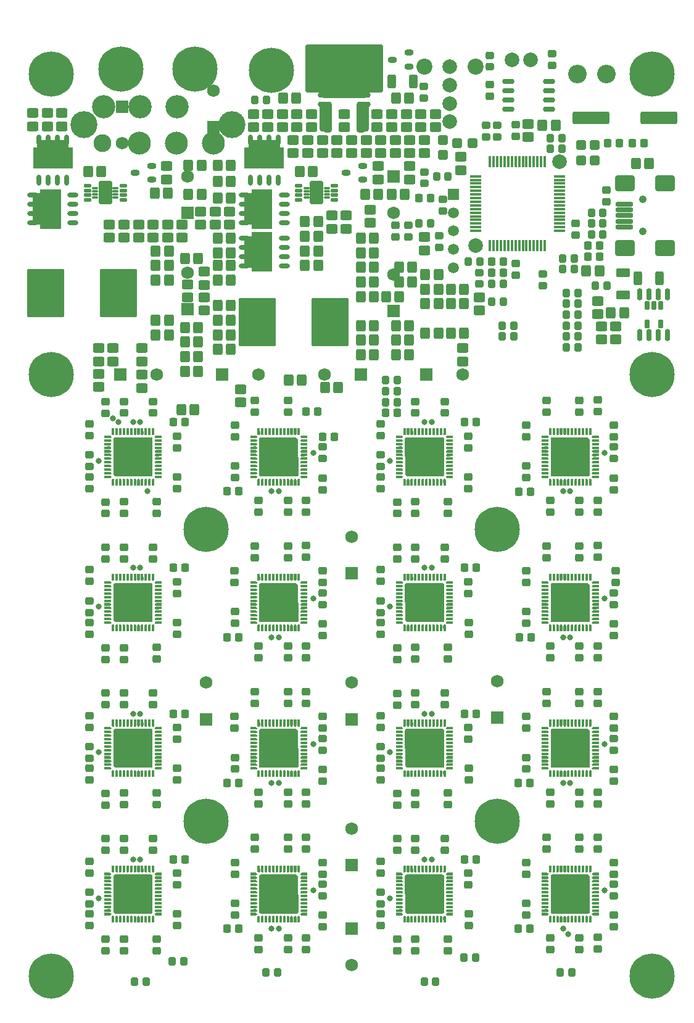
<source format=gts>
%FSLAX44Y44*%
%MOMM*%
G71*
G01*
G75*
G04 Layer_Color=8388736*
G04:AMPARAMS|DCode=10|XSize=1mm|YSize=0.9mm|CornerRadius=0.198mm|HoleSize=0mm|Usage=FLASHONLY|Rotation=180.000|XOffset=0mm|YOffset=0mm|HoleType=Round|Shape=RoundedRectangle|*
%AMROUNDEDRECTD10*
21,1,1.0000,0.5040,0,0,180.0*
21,1,0.6040,0.9000,0,0,180.0*
1,1,0.3960,-0.3020,0.2520*
1,1,0.3960,0.3020,0.2520*
1,1,0.3960,0.3020,-0.2520*
1,1,0.3960,-0.3020,-0.2520*
%
%ADD10ROUNDEDRECTD10*%
G04:AMPARAMS|DCode=11|XSize=1mm|YSize=0.9mm|CornerRadius=0.198mm|HoleSize=0mm|Usage=FLASHONLY|Rotation=90.000|XOffset=0mm|YOffset=0mm|HoleType=Round|Shape=RoundedRectangle|*
%AMROUNDEDRECTD11*
21,1,1.0000,0.5040,0,0,90.0*
21,1,0.6040,0.9000,0,0,90.0*
1,1,0.3960,0.2520,0.3020*
1,1,0.3960,0.2520,-0.3020*
1,1,0.3960,-0.2520,-0.3020*
1,1,0.3960,-0.2520,0.3020*
%
%ADD11ROUNDEDRECTD11*%
G04:AMPARAMS|DCode=12|XSize=1mm|YSize=0.95mm|CornerRadius=0.1995mm|HoleSize=0mm|Usage=FLASHONLY|Rotation=90.000|XOffset=0mm|YOffset=0mm|HoleType=Round|Shape=RoundedRectangle|*
%AMROUNDEDRECTD12*
21,1,1.0000,0.5510,0,0,90.0*
21,1,0.6010,0.9500,0,0,90.0*
1,1,0.3990,0.2755,0.3005*
1,1,0.3990,0.2755,-0.3005*
1,1,0.3990,-0.2755,-0.3005*
1,1,0.3990,-0.2755,0.3005*
%
%ADD12ROUNDEDRECTD12*%
G04:AMPARAMS|DCode=13|XSize=1.45mm|YSize=1.15mm|CornerRadius=0.2013mm|HoleSize=0mm|Usage=FLASHONLY|Rotation=90.000|XOffset=0mm|YOffset=0mm|HoleType=Round|Shape=RoundedRectangle|*
%AMROUNDEDRECTD13*
21,1,1.4500,0.7475,0,0,90.0*
21,1,1.0475,1.1500,0,0,90.0*
1,1,0.4025,0.3738,0.5238*
1,1,0.4025,0.3738,-0.5238*
1,1,0.4025,-0.3738,-0.5238*
1,1,0.4025,-0.3738,0.5238*
%
%ADD13ROUNDEDRECTD13*%
G04:AMPARAMS|DCode=14|XSize=1.45mm|YSize=1.15mm|CornerRadius=0.2013mm|HoleSize=0mm|Usage=FLASHONLY|Rotation=180.000|XOffset=0mm|YOffset=0mm|HoleType=Round|Shape=RoundedRectangle|*
%AMROUNDEDRECTD14*
21,1,1.4500,0.7475,0,0,180.0*
21,1,1.0475,1.1500,0,0,180.0*
1,1,0.4025,-0.5238,0.3738*
1,1,0.4025,0.5238,0.3738*
1,1,0.4025,0.5238,-0.3738*
1,1,0.4025,-0.5238,-0.3738*
%
%ADD14ROUNDEDRECTD14*%
G04:AMPARAMS|DCode=15|XSize=6.4mm|YSize=10.5mm|CornerRadius=0.128mm|HoleSize=0mm|Usage=FLASHONLY|Rotation=90.000|XOffset=0mm|YOffset=0mm|HoleType=Round|Shape=RoundedRectangle|*
%AMROUNDEDRECTD15*
21,1,6.4000,10.2440,0,0,90.0*
21,1,6.1440,10.5000,0,0,90.0*
1,1,0.2560,5.1220,3.0720*
1,1,0.2560,5.1220,-3.0720*
1,1,0.2560,-5.1220,-3.0720*
1,1,0.2560,-5.1220,3.0720*
%
%ADD15ROUNDEDRECTD15*%
G04:AMPARAMS|DCode=16|XSize=3.95mm|YSize=1.5mm|CornerRadius=0.2475mm|HoleSize=0mm|Usage=FLASHONLY|Rotation=90.000|XOffset=0mm|YOffset=0mm|HoleType=Round|Shape=RoundedRectangle|*
%AMROUNDEDRECTD16*
21,1,3.9500,1.0050,0,0,90.0*
21,1,3.4550,1.5000,0,0,90.0*
1,1,0.4950,0.5025,1.7275*
1,1,0.4950,0.5025,-1.7275*
1,1,0.4950,-0.5025,-1.7275*
1,1,0.4950,-0.5025,1.7275*
%
%ADD16ROUNDEDRECTD16*%
G04:AMPARAMS|DCode=17|XSize=2.85mm|YSize=1mm|CornerRadius=0.2mm|HoleSize=0mm|Usage=FLASHONLY|Rotation=90.000|XOffset=0mm|YOffset=0mm|HoleType=Round|Shape=RoundedRectangle|*
%AMROUNDEDRECTD17*
21,1,2.8500,0.6000,0,0,90.0*
21,1,2.4500,1.0000,0,0,90.0*
1,1,0.4000,0.3000,1.2250*
1,1,0.4000,0.3000,-1.2250*
1,1,0.4000,-0.3000,-1.2250*
1,1,0.4000,-0.3000,1.2250*
%
%ADD17ROUNDEDRECTD17*%
G04:AMPARAMS|DCode=18|XSize=6.45mm|YSize=6mm|CornerRadius=0.21mm|HoleSize=0mm|Usage=FLASHONLY|Rotation=90.000|XOffset=0mm|YOffset=0mm|HoleType=Round|Shape=RoundedRectangle|*
%AMROUNDEDRECTD18*
21,1,6.4500,5.5800,0,0,90.0*
21,1,6.0300,6.0000,0,0,90.0*
1,1,0.4200,2.7900,3.0150*
1,1,0.4200,2.7900,-3.0150*
1,1,0.4200,-2.7900,-3.0150*
1,1,0.4200,-2.7900,3.0150*
%
%ADD18ROUNDEDRECTD18*%
%ADD19O,1.3500X0.5000*%
G04:AMPARAMS|DCode=20|XSize=3mm|YSize=1.65mm|CornerRadius=0.1073mm|HoleSize=0mm|Usage=FLASHONLY|Rotation=90.000|XOffset=0mm|YOffset=0mm|HoleType=Round|Shape=RoundedRectangle|*
%AMROUNDEDRECTD20*
21,1,3.0000,1.4355,0,0,90.0*
21,1,2.7855,1.6500,0,0,90.0*
1,1,0.2145,0.7178,1.3927*
1,1,0.2145,0.7178,-1.3927*
1,1,0.2145,-0.7178,-1.3927*
1,1,0.2145,-0.7178,1.3927*
%
%ADD20ROUNDEDRECTD20*%
G04:AMPARAMS|DCode=21|XSize=1mm|YSize=0.45mm|CornerRadius=0.1125mm|HoleSize=0mm|Usage=FLASHONLY|Rotation=0.000|XOffset=0mm|YOffset=0mm|HoleType=Round|Shape=RoundedRectangle|*
%AMROUNDEDRECTD21*
21,1,1.0000,0.2250,0,0,0.0*
21,1,0.7750,0.4500,0,0,0.0*
1,1,0.2250,0.3875,-0.1125*
1,1,0.2250,-0.3875,-0.1125*
1,1,0.2250,-0.3875,0.1125*
1,1,0.2250,0.3875,0.1125*
%
%ADD21ROUNDEDRECTD21*%
G04:AMPARAMS|DCode=22|XSize=0.7mm|YSize=0.25mm|CornerRadius=0.0838mm|HoleSize=0mm|Usage=FLASHONLY|Rotation=0.000|XOffset=0mm|YOffset=0mm|HoleType=Round|Shape=RoundedRectangle|*
%AMROUNDEDRECTD22*
21,1,0.7000,0.0825,0,0,0.0*
21,1,0.5325,0.2500,0,0,0.0*
1,1,0.1675,0.2662,-0.0413*
1,1,0.1675,-0.2662,-0.0413*
1,1,0.1675,-0.2662,0.0413*
1,1,0.1675,0.2662,0.0413*
%
%ADD22ROUNDEDRECTD22*%
G04:AMPARAMS|DCode=23|XSize=1.35mm|YSize=1.65mm|CornerRadius=0.27mm|HoleSize=0mm|Usage=FLASHONLY|Rotation=90.000|XOffset=0mm|YOffset=0mm|HoleType=Round|Shape=RoundedRectangle|*
%AMROUNDEDRECTD23*
21,1,1.3500,1.1100,0,0,90.0*
21,1,0.8100,1.6500,0,0,90.0*
1,1,0.5400,0.5550,0.4050*
1,1,0.5400,0.5550,-0.4050*
1,1,0.5400,-0.5550,-0.4050*
1,1,0.5400,-0.5550,0.4050*
%
%ADD23ROUNDEDRECTD23*%
G04:AMPARAMS|DCode=24|XSize=1.2mm|YSize=1.2mm|CornerRadius=0.198mm|HoleSize=0mm|Usage=FLASHONLY|Rotation=270.000|XOffset=0mm|YOffset=0mm|HoleType=Round|Shape=RoundedRectangle|*
%AMROUNDEDRECTD24*
21,1,1.2000,0.8040,0,0,270.0*
21,1,0.8040,1.2000,0,0,270.0*
1,1,0.3960,-0.4020,-0.4020*
1,1,0.3960,-0.4020,0.4020*
1,1,0.3960,0.4020,0.4020*
1,1,0.3960,0.4020,-0.4020*
%
%ADD24ROUNDEDRECTD24*%
G04:AMPARAMS|DCode=25|XSize=1.2mm|YSize=1.2mm|CornerRadius=0.198mm|HoleSize=0mm|Usage=FLASHONLY|Rotation=0.000|XOffset=0mm|YOffset=0mm|HoleType=Round|Shape=RoundedRectangle|*
%AMROUNDEDRECTD25*
21,1,1.2000,0.8040,0,0,0.0*
21,1,0.8040,1.2000,0,0,0.0*
1,1,0.3960,0.4020,-0.4020*
1,1,0.3960,-0.4020,-0.4020*
1,1,0.3960,-0.4020,0.4020*
1,1,0.3960,0.4020,0.4020*
%
%ADD25ROUNDEDRECTD25*%
G04:AMPARAMS|DCode=26|XSize=1.75mm|YSize=1.05mm|CornerRadius=0.1995mm|HoleSize=0mm|Usage=FLASHONLY|Rotation=270.000|XOffset=0mm|YOffset=0mm|HoleType=Round|Shape=RoundedRectangle|*
%AMROUNDEDRECTD26*
21,1,1.7500,0.6510,0,0,270.0*
21,1,1.3510,1.0500,0,0,270.0*
1,1,0.3990,-0.3255,-0.6755*
1,1,0.3990,-0.3255,0.6755*
1,1,0.3990,0.3255,0.6755*
1,1,0.3990,0.3255,-0.6755*
%
%ADD26ROUNDEDRECTD26*%
%ADD27O,0.5000X1.3500*%
G04:AMPARAMS|DCode=28|XSize=6.5mm|YSize=5mm|CornerRadius=0.25mm|HoleSize=0mm|Usage=FLASHONLY|Rotation=90.000|XOffset=0mm|YOffset=0mm|HoleType=Round|Shape=RoundedRectangle|*
%AMROUNDEDRECTD28*
21,1,6.5000,4.5000,0,0,90.0*
21,1,6.0000,5.0000,0,0,90.0*
1,1,0.5000,2.2500,3.0000*
1,1,0.5000,2.2500,-3.0000*
1,1,0.5000,-2.2500,-3.0000*
1,1,0.5000,-2.2500,3.0000*
%
%ADD28ROUNDEDRECTD28*%
G04:AMPARAMS|DCode=29|XSize=1.05mm|YSize=0.65mm|CornerRadius=0.2015mm|HoleSize=0mm|Usage=FLASHONLY|Rotation=180.000|XOffset=0mm|YOffset=0mm|HoleType=Round|Shape=RoundedRectangle|*
%AMROUNDEDRECTD29*
21,1,1.0500,0.2470,0,0,180.0*
21,1,0.6470,0.6500,0,0,180.0*
1,1,0.4030,-0.3235,0.1235*
1,1,0.4030,0.3235,0.1235*
1,1,0.4030,0.3235,-0.1235*
1,1,0.4030,-0.3235,-0.1235*
%
%ADD29ROUNDEDRECTD29*%
G04:AMPARAMS|DCode=30|XSize=1mm|YSize=0.95mm|CornerRadius=0.1995mm|HoleSize=0mm|Usage=FLASHONLY|Rotation=0.000|XOffset=0mm|YOffset=0mm|HoleType=Round|Shape=RoundedRectangle|*
%AMROUNDEDRECTD30*
21,1,1.0000,0.5510,0,0,0.0*
21,1,0.6010,0.9500,0,0,0.0*
1,1,0.3990,0.3005,-0.2755*
1,1,0.3990,-0.3005,-0.2755*
1,1,0.3990,-0.3005,0.2755*
1,1,0.3990,0.3005,0.2755*
%
%ADD30ROUNDEDRECTD30*%
%ADD31C,0.4000*%
%ADD32C,0.0500*%
G04:AMPARAMS|DCode=33|XSize=2.3mm|YSize=0.5mm|CornerRadius=0.2mm|HoleSize=0mm|Usage=FLASHONLY|Rotation=180.000|XOffset=0mm|YOffset=0mm|HoleType=Round|Shape=RoundedRectangle|*
%AMROUNDEDRECTD33*
21,1,2.3000,0.1000,0,0,180.0*
21,1,1.9000,0.5000,0,0,180.0*
1,1,0.4000,-0.9500,0.0500*
1,1,0.4000,0.9500,0.0500*
1,1,0.4000,0.9500,-0.0500*
1,1,0.4000,-0.9500,-0.0500*
%
%ADD33ROUNDEDRECTD33*%
G04:AMPARAMS|DCode=34|XSize=2.5mm|YSize=2mm|CornerRadius=0.2mm|HoleSize=0mm|Usage=FLASHONLY|Rotation=180.000|XOffset=0mm|YOffset=0mm|HoleType=Round|Shape=RoundedRectangle|*
%AMROUNDEDRECTD34*
21,1,2.5000,1.6000,0,0,180.0*
21,1,2.1000,2.0000,0,0,180.0*
1,1,0.4000,-1.0500,0.8000*
1,1,0.4000,1.0500,0.8000*
1,1,0.4000,1.0500,-0.8000*
1,1,0.4000,-1.0500,-0.8000*
%
%ADD34ROUNDEDRECTD34*%
G04:AMPARAMS|DCode=35|XSize=1.1mm|YSize=0.6mm|CornerRadius=0.201mm|HoleSize=0mm|Usage=FLASHONLY|Rotation=270.000|XOffset=0mm|YOffset=0mm|HoleType=Round|Shape=RoundedRectangle|*
%AMROUNDEDRECTD35*
21,1,1.1000,0.1980,0,0,270.0*
21,1,0.6980,0.6000,0,0,270.0*
1,1,0.4020,-0.0990,-0.3490*
1,1,0.4020,-0.0990,0.3490*
1,1,0.4020,0.0990,0.3490*
1,1,0.4020,0.0990,-0.3490*
%
%ADD35ROUNDEDRECTD35*%
%ADD36C,1.0000*%
%ADD37O,0.3000X1.5000*%
%ADD38O,1.5000X0.3000*%
G04:AMPARAMS|DCode=39|XSize=4.9mm|YSize=1.6mm|CornerRadius=0.2mm|HoleSize=0mm|Usage=FLASHONLY|Rotation=180.000|XOffset=0mm|YOffset=0mm|HoleType=Round|Shape=RoundedRectangle|*
%AMROUNDEDRECTD39*
21,1,4.9000,1.2000,0,0,180.0*
21,1,4.5000,1.6000,0,0,180.0*
1,1,0.4000,-2.2500,0.6000*
1,1,0.4000,2.2500,0.6000*
1,1,0.4000,2.2500,-0.6000*
1,1,0.4000,-2.2500,-0.6000*
%
%ADD39ROUNDEDRECTD39*%
%ADD40R,1.3000X1.3000*%
%ADD41C,1.3000*%
%ADD42O,1.5500X0.6000*%
G04:AMPARAMS|DCode=43|XSize=1.75mm|YSize=1.05mm|CornerRadius=0.1995mm|HoleSize=0mm|Usage=FLASHONLY|Rotation=0.000|XOffset=0mm|YOffset=0mm|HoleType=Round|Shape=RoundedRectangle|*
%AMROUNDEDRECTD43*
21,1,1.7500,0.6510,0,0,0.0*
21,1,1.3510,1.0500,0,0,0.0*
1,1,0.3990,0.6755,-0.3255*
1,1,0.3990,-0.6755,-0.3255*
1,1,0.3990,-0.6755,0.3255*
1,1,0.3990,0.6755,0.3255*
%
%ADD43ROUNDEDRECTD43*%
%ADD44C,0.6000*%
%ADD45O,0.6000X1.5500*%
%ADD46C,0.2500*%
%ADD47C,0.6000*%
%ADD48C,0.5000*%
%ADD49C,0.5500*%
%ADD50C,0.4000*%
%ADD51C,0.4500*%
%ADD52C,0.8000*%
%ADD53C,1.0000*%
%ADD54C,0.2540*%
%ADD55C,1.6000*%
%ADD56R,1.6000X1.6000*%
%ADD57C,6.0000*%
%ADD58C,2.3000*%
%ADD59C,3.0000*%
%ADD60C,3.5000*%
%ADD61C,1.8500*%
%ADD62C,2.4000*%
%ADD63C,0.5000*%
%ADD64C,2.0000*%
%ADD65R,1.6000X1.6000*%
%ADD66C,0.3000*%
%ADD67C,2.0000*%
%ADD68C,1.8000*%
%ADD69C,0.7000*%
%ADD70C,0.0000*%
G04:AMPARAMS|DCode=71|XSize=1.15mm|YSize=1.05mm|CornerRadius=0.273mm|HoleSize=0mm|Usage=FLASHONLY|Rotation=180.000|XOffset=0mm|YOffset=0mm|HoleType=Round|Shape=RoundedRectangle|*
%AMROUNDEDRECTD71*
21,1,1.1500,0.5040,0,0,180.0*
21,1,0.6040,1.0500,0,0,180.0*
1,1,0.5460,-0.3020,0.2520*
1,1,0.5460,0.3020,0.2520*
1,1,0.5460,0.3020,-0.2520*
1,1,0.5460,-0.3020,-0.2520*
%
%ADD71ROUNDEDRECTD71*%
G04:AMPARAMS|DCode=72|XSize=1.15mm|YSize=1.05mm|CornerRadius=0.273mm|HoleSize=0mm|Usage=FLASHONLY|Rotation=90.000|XOffset=0mm|YOffset=0mm|HoleType=Round|Shape=RoundedRectangle|*
%AMROUNDEDRECTD72*
21,1,1.1500,0.5040,0,0,90.0*
21,1,0.6040,1.0500,0,0,90.0*
1,1,0.5460,0.2520,0.3020*
1,1,0.5460,0.2520,-0.3020*
1,1,0.5460,-0.2520,-0.3020*
1,1,0.5460,-0.2520,0.3020*
%
%ADD72ROUNDEDRECTD72*%
G04:AMPARAMS|DCode=73|XSize=1.15mm|YSize=1.1mm|CornerRadius=0.2745mm|HoleSize=0mm|Usage=FLASHONLY|Rotation=90.000|XOffset=0mm|YOffset=0mm|HoleType=Round|Shape=RoundedRectangle|*
%AMROUNDEDRECTD73*
21,1,1.1500,0.5510,0,0,90.0*
21,1,0.6010,1.1000,0,0,90.0*
1,1,0.5490,0.2755,0.3005*
1,1,0.5490,0.2755,-0.3005*
1,1,0.5490,-0.2755,-0.3005*
1,1,0.5490,-0.2755,0.3005*
%
%ADD73ROUNDEDRECTD73*%
G04:AMPARAMS|DCode=74|XSize=1.6mm|YSize=1.3mm|CornerRadius=0.2763mm|HoleSize=0mm|Usage=FLASHONLY|Rotation=90.000|XOffset=0mm|YOffset=0mm|HoleType=Round|Shape=RoundedRectangle|*
%AMROUNDEDRECTD74*
21,1,1.6000,0.7475,0,0,90.0*
21,1,1.0475,1.3000,0,0,90.0*
1,1,0.5525,0.3738,0.5238*
1,1,0.5525,0.3738,-0.5238*
1,1,0.5525,-0.3738,-0.5238*
1,1,0.5525,-0.3738,0.5238*
%
%ADD74ROUNDEDRECTD74*%
G04:AMPARAMS|DCode=75|XSize=1.6mm|YSize=1.3mm|CornerRadius=0.2763mm|HoleSize=0mm|Usage=FLASHONLY|Rotation=180.000|XOffset=0mm|YOffset=0mm|HoleType=Round|Shape=RoundedRectangle|*
%AMROUNDEDRECTD75*
21,1,1.6000,0.7475,0,0,180.0*
21,1,1.0475,1.3000,0,0,180.0*
1,1,0.5525,-0.5238,0.3738*
1,1,0.5525,0.5238,0.3738*
1,1,0.5525,0.5238,-0.3738*
1,1,0.5525,-0.5238,-0.3738*
%
%ADD75ROUNDEDRECTD75*%
G04:AMPARAMS|DCode=76|XSize=6.55mm|YSize=10.65mm|CornerRadius=0.203mm|HoleSize=0mm|Usage=FLASHONLY|Rotation=90.000|XOffset=0mm|YOffset=0mm|HoleType=Round|Shape=RoundedRectangle|*
%AMROUNDEDRECTD76*
21,1,6.5500,10.2440,0,0,90.0*
21,1,6.1440,10.6500,0,0,90.0*
1,1,0.4060,5.1220,3.0720*
1,1,0.4060,5.1220,-3.0720*
1,1,0.4060,-5.1220,-3.0720*
1,1,0.4060,-5.1220,3.0720*
%
%ADD76ROUNDEDRECTD76*%
G04:AMPARAMS|DCode=77|XSize=4.1mm|YSize=1.65mm|CornerRadius=0.3225mm|HoleSize=0mm|Usage=FLASHONLY|Rotation=90.000|XOffset=0mm|YOffset=0mm|HoleType=Round|Shape=RoundedRectangle|*
%AMROUNDEDRECTD77*
21,1,4.1000,1.0050,0,0,90.0*
21,1,3.4550,1.6500,0,0,90.0*
1,1,0.6450,0.5025,1.7275*
1,1,0.6450,0.5025,-1.7275*
1,1,0.6450,-0.5025,-1.7275*
1,1,0.6450,-0.5025,1.7275*
%
%ADD77ROUNDEDRECTD77*%
G04:AMPARAMS|DCode=78|XSize=3mm|YSize=1.15mm|CornerRadius=0.275mm|HoleSize=0mm|Usage=FLASHONLY|Rotation=90.000|XOffset=0mm|YOffset=0mm|HoleType=Round|Shape=RoundedRectangle|*
%AMROUNDEDRECTD78*
21,1,3.0000,0.6000,0,0,90.0*
21,1,2.4500,1.1500,0,0,90.0*
1,1,0.5500,0.3000,1.2250*
1,1,0.5500,0.3000,-1.2250*
1,1,0.5500,-0.3000,-1.2250*
1,1,0.5500,-0.3000,1.2250*
%
%ADD78ROUNDEDRECTD78*%
G04:AMPARAMS|DCode=79|XSize=6.6mm|YSize=6.15mm|CornerRadius=0.285mm|HoleSize=0mm|Usage=FLASHONLY|Rotation=90.000|XOffset=0mm|YOffset=0mm|HoleType=Round|Shape=RoundedRectangle|*
%AMROUNDEDRECTD79*
21,1,6.6000,5.5800,0,0,90.0*
21,1,6.0300,6.1500,0,0,90.0*
1,1,0.5700,2.7900,3.0150*
1,1,0.5700,2.7900,-3.0150*
1,1,0.5700,-2.7900,-3.0150*
1,1,0.5700,-2.7900,3.0150*
%
%ADD79ROUNDEDRECTD79*%
%ADD80O,1.5000X0.6500*%
G04:AMPARAMS|DCode=81|XSize=3.15mm|YSize=1.8mm|CornerRadius=0.1823mm|HoleSize=0mm|Usage=FLASHONLY|Rotation=90.000|XOffset=0mm|YOffset=0mm|HoleType=Round|Shape=RoundedRectangle|*
%AMROUNDEDRECTD81*
21,1,3.1500,1.4355,0,0,90.0*
21,1,2.7855,1.8000,0,0,90.0*
1,1,0.3645,0.7178,1.3927*
1,1,0.3645,0.7178,-1.3927*
1,1,0.3645,-0.7178,-1.3927*
1,1,0.3645,-0.7178,1.3927*
%
%ADD81ROUNDEDRECTD81*%
G04:AMPARAMS|DCode=82|XSize=1.1mm|YSize=0.55mm|CornerRadius=0.1625mm|HoleSize=0mm|Usage=FLASHONLY|Rotation=0.000|XOffset=0mm|YOffset=0mm|HoleType=Round|Shape=RoundedRectangle|*
%AMROUNDEDRECTD82*
21,1,1.1000,0.2250,0,0,0.0*
21,1,0.7750,0.5500,0,0,0.0*
1,1,0.3250,0.3875,-0.1125*
1,1,0.3250,-0.3875,-0.1125*
1,1,0.3250,-0.3875,0.1125*
1,1,0.3250,0.3875,0.1125*
%
%ADD82ROUNDEDRECTD82*%
G04:AMPARAMS|DCode=83|XSize=0.8mm|YSize=0.35mm|CornerRadius=0.1338mm|HoleSize=0mm|Usage=FLASHONLY|Rotation=0.000|XOffset=0mm|YOffset=0mm|HoleType=Round|Shape=RoundedRectangle|*
%AMROUNDEDRECTD83*
21,1,0.8000,0.0825,0,0,0.0*
21,1,0.5325,0.3500,0,0,0.0*
1,1,0.2675,0.2662,-0.0413*
1,1,0.2675,-0.2662,-0.0413*
1,1,0.2675,-0.2662,0.0413*
1,1,0.2675,0.2662,0.0413*
%
%ADD83ROUNDEDRECTD83*%
G04:AMPARAMS|DCode=84|XSize=1.5mm|YSize=1.8mm|CornerRadius=0.345mm|HoleSize=0mm|Usage=FLASHONLY|Rotation=90.000|XOffset=0mm|YOffset=0mm|HoleType=Round|Shape=RoundedRectangle|*
%AMROUNDEDRECTD84*
21,1,1.5000,1.1100,0,0,90.0*
21,1,0.8100,1.8000,0,0,90.0*
1,1,0.6900,0.5550,0.4050*
1,1,0.6900,0.5550,-0.4050*
1,1,0.6900,-0.5550,-0.4050*
1,1,0.6900,-0.5550,0.4050*
%
%ADD84ROUNDEDRECTD84*%
G04:AMPARAMS|DCode=85|XSize=1.35mm|YSize=1.35mm|CornerRadius=0.273mm|HoleSize=0mm|Usage=FLASHONLY|Rotation=270.000|XOffset=0mm|YOffset=0mm|HoleType=Round|Shape=RoundedRectangle|*
%AMROUNDEDRECTD85*
21,1,1.3500,0.8040,0,0,270.0*
21,1,0.8040,1.3500,0,0,270.0*
1,1,0.5460,-0.4020,-0.4020*
1,1,0.5460,-0.4020,0.4020*
1,1,0.5460,0.4020,0.4020*
1,1,0.5460,0.4020,-0.4020*
%
%ADD85ROUNDEDRECTD85*%
G04:AMPARAMS|DCode=86|XSize=1.35mm|YSize=1.35mm|CornerRadius=0.273mm|HoleSize=0mm|Usage=FLASHONLY|Rotation=0.000|XOffset=0mm|YOffset=0mm|HoleType=Round|Shape=RoundedRectangle|*
%AMROUNDEDRECTD86*
21,1,1.3500,0.8040,0,0,0.0*
21,1,0.8040,1.3500,0,0,0.0*
1,1,0.5460,0.4020,-0.4020*
1,1,0.5460,-0.4020,-0.4020*
1,1,0.5460,-0.4020,0.4020*
1,1,0.5460,0.4020,0.4020*
%
%ADD86ROUNDEDRECTD86*%
G04:AMPARAMS|DCode=87|XSize=1.9mm|YSize=1.2mm|CornerRadius=0.2745mm|HoleSize=0mm|Usage=FLASHONLY|Rotation=270.000|XOffset=0mm|YOffset=0mm|HoleType=Round|Shape=RoundedRectangle|*
%AMROUNDEDRECTD87*
21,1,1.9000,0.6510,0,0,270.0*
21,1,1.3510,1.2000,0,0,270.0*
1,1,0.5490,-0.3255,-0.6755*
1,1,0.5490,-0.3255,0.6755*
1,1,0.5490,0.3255,0.6755*
1,1,0.5490,0.3255,-0.6755*
%
%ADD87ROUNDEDRECTD87*%
%ADD88O,0.6500X1.5000*%
G04:AMPARAMS|DCode=89|XSize=6.65mm|YSize=5.15mm|CornerRadius=0.325mm|HoleSize=0mm|Usage=FLASHONLY|Rotation=90.000|XOffset=0mm|YOffset=0mm|HoleType=Round|Shape=RoundedRectangle|*
%AMROUNDEDRECTD89*
21,1,6.6500,4.5000,0,0,90.0*
21,1,6.0000,5.1500,0,0,90.0*
1,1,0.6500,2.2500,3.0000*
1,1,0.6500,2.2500,-3.0000*
1,1,0.6500,-2.2500,-3.0000*
1,1,0.6500,-2.2500,3.0000*
%
%ADD89ROUNDEDRECTD89*%
G04:AMPARAMS|DCode=90|XSize=1.2mm|YSize=0.8mm|CornerRadius=0.2765mm|HoleSize=0mm|Usage=FLASHONLY|Rotation=180.000|XOffset=0mm|YOffset=0mm|HoleType=Round|Shape=RoundedRectangle|*
%AMROUNDEDRECTD90*
21,1,1.2000,0.2470,0,0,180.0*
21,1,0.6470,0.8000,0,0,180.0*
1,1,0.5530,-0.3235,0.1235*
1,1,0.5530,0.3235,0.1235*
1,1,0.5530,0.3235,-0.1235*
1,1,0.5530,-0.3235,-0.1235*
%
%ADD90ROUNDEDRECTD90*%
G04:AMPARAMS|DCode=91|XSize=1.15mm|YSize=1.1mm|CornerRadius=0.2745mm|HoleSize=0mm|Usage=FLASHONLY|Rotation=0.000|XOffset=0mm|YOffset=0mm|HoleType=Round|Shape=RoundedRectangle|*
%AMROUNDEDRECTD91*
21,1,1.1500,0.5510,0,0,0.0*
21,1,0.6010,1.1000,0,0,0.0*
1,1,0.5490,0.3005,-0.2755*
1,1,0.5490,-0.3005,-0.2755*
1,1,0.5490,-0.3005,0.2755*
1,1,0.5490,0.3005,0.2755*
%
%ADD91ROUNDEDRECTD91*%
%ADD92C,0.2500*%
G04:AMPARAMS|DCode=93|XSize=2.45mm|YSize=0.65mm|CornerRadius=0.275mm|HoleSize=0mm|Usage=FLASHONLY|Rotation=180.000|XOffset=0mm|YOffset=0mm|HoleType=Round|Shape=RoundedRectangle|*
%AMROUNDEDRECTD93*
21,1,2.4500,0.1000,0,0,180.0*
21,1,1.9000,0.6500,0,0,180.0*
1,1,0.5500,-0.9500,0.0500*
1,1,0.5500,0.9500,0.0500*
1,1,0.5500,0.9500,-0.0500*
1,1,0.5500,-0.9500,-0.0500*
%
%ADD93ROUNDEDRECTD93*%
G04:AMPARAMS|DCode=94|XSize=2.65mm|YSize=2.15mm|CornerRadius=0.275mm|HoleSize=0mm|Usage=FLASHONLY|Rotation=180.000|XOffset=0mm|YOffset=0mm|HoleType=Round|Shape=RoundedRectangle|*
%AMROUNDEDRECTD94*
21,1,2.6500,1.6000,0,0,180.0*
21,1,2.1000,2.1500,0,0,180.0*
1,1,0.5500,-1.0500,0.8000*
1,1,0.5500,1.0500,0.8000*
1,1,0.5500,1.0500,-0.8000*
1,1,0.5500,-1.0500,-0.8000*
%
%ADD94ROUNDEDRECTD94*%
G04:AMPARAMS|DCode=95|XSize=1.25mm|YSize=0.75mm|CornerRadius=0.276mm|HoleSize=0mm|Usage=FLASHONLY|Rotation=270.000|XOffset=0mm|YOffset=0mm|HoleType=Round|Shape=RoundedRectangle|*
%AMROUNDEDRECTD95*
21,1,1.2500,0.1980,0,0,270.0*
21,1,0.6980,0.7500,0,0,270.0*
1,1,0.5520,-0.0990,-0.3490*
1,1,0.5520,-0.0990,0.3490*
1,1,0.5520,0.0990,0.3490*
1,1,0.5520,0.0990,-0.3490*
%
%ADD95ROUNDEDRECTD95*%
%ADD96C,2.0000*%
%ADD97O,0.4000X1.6000*%
%ADD98O,1.6000X0.4000*%
G04:AMPARAMS|DCode=99|XSize=5.05mm|YSize=1.75mm|CornerRadius=0.275mm|HoleSize=0mm|Usage=FLASHONLY|Rotation=180.000|XOffset=0mm|YOffset=0mm|HoleType=Round|Shape=RoundedRectangle|*
%AMROUNDEDRECTD99*
21,1,5.0500,1.2000,0,0,180.0*
21,1,4.5000,1.7500,0,0,180.0*
1,1,0.5500,-2.2500,0.6000*
1,1,0.5500,2.2500,0.6000*
1,1,0.5500,2.2500,-0.6000*
1,1,0.5500,-2.2500,-0.6000*
%
%ADD99ROUNDEDRECTD99*%
%ADD100R,1.5000X1.5000*%
%ADD101C,1.5000*%
%ADD102O,1.7000X0.7500*%
G04:AMPARAMS|DCode=103|XSize=1.9mm|YSize=1.2mm|CornerRadius=0.2745mm|HoleSize=0mm|Usage=FLASHONLY|Rotation=0.000|XOffset=0mm|YOffset=0mm|HoleType=Round|Shape=RoundedRectangle|*
%AMROUNDEDRECTD103*
21,1,1.9000,0.6510,0,0,0.0*
21,1,1.3510,1.2000,0,0,0.0*
1,1,0.5490,0.6755,-0.3255*
1,1,0.5490,-0.6755,-0.3255*
1,1,0.5490,-0.6755,0.3255*
1,1,0.5490,0.6755,0.3255*
%
%ADD103ROUNDEDRECTD103*%
%ADD104C,0.8000*%
%ADD105O,0.7500X1.7000*%
%ADD106C,1.7500*%
%ADD107R,1.7500X1.7500*%
%ADD108C,6.2000*%
%ADD109C,2.4500*%
%ADD110C,3.1500*%
%ADD111C,3.7000*%
%ADD112C,2.5500*%
%ADD113C,1.0500*%
%ADD114C,2.2000*%
%ADD115C,3.2000*%
%ADD116R,1.7500X1.7500*%
G36*
X1131500Y579250D02*
X1139250D01*
Y575750D01*
X1131500Y575716D01*
X1130817Y575852D01*
X1130238Y576238D01*
X1129852Y576817D01*
X1129716Y577500D01*
X1129852Y578183D01*
X1130238Y578762D01*
X1130817Y579148D01*
X1131500Y579284D01*
Y579250D01*
D02*
G37*
G36*
X469183Y584148D02*
X469762Y583762D01*
X470149Y583183D01*
X470284Y582500D01*
X470149Y581817D01*
X469762Y581238D01*
X469183Y580852D01*
X468500Y580716D01*
Y580750D01*
X460750D01*
Y584250D01*
X468500Y584284D01*
X469183Y584148D01*
D02*
G37*
G36*
X531500Y584250D02*
X539250D01*
Y580750D01*
X531500Y580716D01*
X530817Y580852D01*
X530238Y581238D01*
X529851Y581817D01*
X529716Y582500D01*
X529851Y583183D01*
X530238Y583762D01*
X530817Y584148D01*
X531500Y584284D01*
Y584250D01*
D02*
G37*
G36*
X869183Y579148D02*
X869762Y578762D01*
X870148Y578183D01*
X870284Y577500D01*
X870148Y576817D01*
X869762Y576238D01*
X869183Y575852D01*
X868500Y575716D01*
Y575750D01*
X860750D01*
Y579250D01*
X868500Y579284D01*
X869183Y579148D01*
D02*
G37*
G36*
X931500Y579250D02*
X939250D01*
Y575750D01*
X931500Y575716D01*
X930817Y575852D01*
X930238Y576238D01*
X929852Y576817D01*
X929716Y577500D01*
X929852Y578183D01*
X930238Y578762D01*
X930817Y579148D01*
X931500Y579284D01*
Y579250D01*
D02*
G37*
G36*
X1069183Y579148D02*
X1069762Y578762D01*
X1070148Y578183D01*
X1070284Y577500D01*
X1070148Y576817D01*
X1069762Y576238D01*
X1069183Y575852D01*
X1068500Y575716D01*
Y575750D01*
X1060750D01*
Y579250D01*
X1068500Y579284D01*
X1069183Y579148D01*
D02*
G37*
G36*
X931500Y584250D02*
X939250D01*
Y580750D01*
X931500Y580716D01*
X930817Y580852D01*
X930238Y581238D01*
X929852Y581817D01*
X929716Y582500D01*
X929852Y583183D01*
X930238Y583762D01*
X930817Y584148D01*
X931500Y584284D01*
Y584250D01*
D02*
G37*
G36*
X1069183Y584148D02*
X1069762Y583762D01*
X1070148Y583183D01*
X1070284Y582500D01*
X1070148Y581817D01*
X1069762Y581238D01*
X1069183Y580852D01*
X1068500Y580716D01*
Y580750D01*
X1060750D01*
Y584250D01*
X1068500Y584284D01*
X1069183Y584148D01*
D02*
G37*
G36*
X1131500Y584250D02*
X1139250D01*
Y580750D01*
X1131500Y580716D01*
X1130817Y580852D01*
X1130238Y581238D01*
X1129852Y581817D01*
X1129716Y582500D01*
X1129852Y583183D01*
X1130238Y583762D01*
X1130817Y584148D01*
X1131500Y584284D01*
Y584250D01*
D02*
G37*
G36*
X669183Y584148D02*
X669762Y583762D01*
X670148Y583183D01*
X670284Y582500D01*
X670148Y581817D01*
X669762Y581238D01*
X669183Y580852D01*
X668500Y580716D01*
Y580750D01*
X660750D01*
Y584250D01*
X668500Y584284D01*
X669183Y584148D01*
D02*
G37*
G36*
X731500Y584250D02*
X739250D01*
Y580750D01*
X731500Y580716D01*
X730817Y580852D01*
X730238Y581238D01*
X729852Y581817D01*
X729716Y582500D01*
X729852Y583183D01*
X730238Y583762D01*
X730817Y584148D01*
X731500Y584284D01*
Y584250D01*
D02*
G37*
G36*
X869183Y584148D02*
X869762Y583762D01*
X870148Y583183D01*
X870284Y582500D01*
X870148Y581817D01*
X869762Y581238D01*
X869183Y580852D01*
X868500Y580716D01*
Y580750D01*
X860750D01*
Y584250D01*
X868500Y584284D01*
X869183Y584148D01*
D02*
G37*
G36*
X931500Y574250D02*
X939250D01*
Y570750D01*
X931500Y570716D01*
X930817Y570852D01*
X930238Y571238D01*
X929852Y571817D01*
X929716Y572500D01*
X929852Y573183D01*
X930238Y573762D01*
X930817Y574148D01*
X931500Y574284D01*
Y574250D01*
D02*
G37*
G36*
X1069183Y574148D02*
X1069762Y573762D01*
X1070148Y573183D01*
X1070284Y572500D01*
X1070148Y571817D01*
X1069762Y571238D01*
X1069183Y570852D01*
X1068500Y570716D01*
Y570750D01*
X1060750D01*
Y574250D01*
X1068500Y574284D01*
X1069183Y574148D01*
D02*
G37*
G36*
X1131500Y574250D02*
X1139250D01*
Y570750D01*
X1131500Y570716D01*
X1130817Y570852D01*
X1130238Y571238D01*
X1129852Y571817D01*
X1129716Y572500D01*
X1129852Y573183D01*
X1130238Y573762D01*
X1130817Y574148D01*
X1131500Y574284D01*
Y574250D01*
D02*
G37*
G36*
X669183Y574148D02*
X669762Y573762D01*
X670148Y573183D01*
X670284Y572500D01*
X670148Y571817D01*
X669762Y571238D01*
X669183Y570852D01*
X668500Y570716D01*
Y570750D01*
X660750D01*
Y574250D01*
X668500Y574284D01*
X669183Y574148D01*
D02*
G37*
G36*
X731500Y574250D02*
X739250D01*
Y570750D01*
X731500Y570716D01*
X730817Y570852D01*
X730238Y571238D01*
X729852Y571817D01*
X729716Y572500D01*
X729852Y573183D01*
X730238Y573762D01*
X730817Y574148D01*
X731500Y574284D01*
Y574250D01*
D02*
G37*
G36*
X869183Y574148D02*
X869762Y573762D01*
X870148Y573183D01*
X870284Y572500D01*
X870148Y571817D01*
X869762Y571238D01*
X869183Y570852D01*
X868500Y570716D01*
Y570750D01*
X860750D01*
Y574250D01*
X868500Y574284D01*
X869183Y574148D01*
D02*
G37*
G36*
X531500Y579250D02*
X539250D01*
Y575750D01*
X531500Y575716D01*
X530817Y575852D01*
X530238Y576238D01*
X529851Y576817D01*
X529716Y577500D01*
X529851Y578183D01*
X530238Y578762D01*
X530817Y579148D01*
X531500Y579284D01*
Y579250D01*
D02*
G37*
G36*
X669183Y579148D02*
X669762Y578762D01*
X670148Y578183D01*
X670284Y577500D01*
X670148Y576817D01*
X669762Y576238D01*
X669183Y575852D01*
X668500Y575716D01*
Y575750D01*
X660750D01*
Y579250D01*
X668500Y579284D01*
X669183Y579148D01*
D02*
G37*
G36*
X731500Y579250D02*
X739250D01*
Y575750D01*
X731500Y575716D01*
X730817Y575852D01*
X730238Y576238D01*
X729852Y576817D01*
X729716Y577500D01*
X729852Y578183D01*
X730238Y578762D01*
X730817Y579148D01*
X731500Y579284D01*
Y579250D01*
D02*
G37*
G36*
X675250Y626750D02*
X724130D01*
X726750Y624130D01*
X726789Y575250D01*
X726634Y574470D01*
X726192Y573808D01*
X725530Y573366D01*
X724750Y573211D01*
Y573250D01*
X675250Y573211D01*
X674470Y573366D01*
X673808Y573808D01*
X673366Y574470D01*
X673211Y575250D01*
X673250D01*
X673211Y624750D01*
X673366Y625530D01*
X673808Y626192D01*
X674470Y626634D01*
X675250Y626789D01*
Y626750D01*
D02*
G37*
G36*
X1075250D02*
X1124130D01*
X1126750Y624130D01*
X1126789Y575250D01*
X1126634Y574470D01*
X1126192Y573808D01*
X1125530Y573366D01*
X1124750Y573211D01*
Y573250D01*
X1075250Y573211D01*
X1074470Y573366D01*
X1073808Y573808D01*
X1073366Y574470D01*
X1073211Y575250D01*
X1073250D01*
X1073211Y624750D01*
X1073366Y625530D01*
X1073808Y626192D01*
X1074470Y626634D01*
X1075250Y626789D01*
Y626750D01*
D02*
G37*
G36*
X469183Y579148D02*
X469762Y578762D01*
X470149Y578183D01*
X470284Y577500D01*
X470149Y576817D01*
X469762Y576238D01*
X469183Y575852D01*
X468500Y575716D01*
Y575750D01*
X460750D01*
Y579250D01*
X468500Y579284D01*
X469183Y579148D01*
D02*
G37*
G36*
Y589148D02*
X469762Y588762D01*
X470149Y588183D01*
X470284Y587500D01*
X470149Y586817D01*
X469762Y586238D01*
X469183Y585852D01*
X468500Y585716D01*
Y585750D01*
X460750D01*
Y589250D01*
X468500Y589284D01*
X469183Y589148D01*
D02*
G37*
G36*
Y599148D02*
X469762Y598762D01*
X470149Y598183D01*
X470284Y597500D01*
X470149Y596817D01*
X469762Y596238D01*
X469183Y595852D01*
X468500Y595716D01*
Y595750D01*
X460750D01*
Y599250D01*
X468500Y599284D01*
X469183Y599148D01*
D02*
G37*
G36*
X531500Y599250D02*
X539250D01*
Y595750D01*
X531500Y595716D01*
X530817Y595852D01*
X530238Y596238D01*
X529851Y596817D01*
X529716Y597500D01*
X529851Y598183D01*
X530238Y598762D01*
X530817Y599148D01*
X531500Y599284D01*
Y599250D01*
D02*
G37*
G36*
X669183Y599148D02*
X669762Y598762D01*
X670148Y598183D01*
X670284Y597500D01*
X670148Y596817D01*
X669762Y596238D01*
X669183Y595852D01*
X668500Y595716D01*
Y595750D01*
X660750D01*
Y599250D01*
X668500Y599284D01*
X669183Y599148D01*
D02*
G37*
G36*
X931500Y594250D02*
X939250D01*
Y590750D01*
X931500Y590716D01*
X930817Y590852D01*
X930238Y591238D01*
X929852Y591817D01*
X929716Y592500D01*
X929852Y593183D01*
X930238Y593762D01*
X930817Y594148D01*
X931500Y594284D01*
Y594250D01*
D02*
G37*
G36*
X1069183Y594148D02*
X1069762Y593762D01*
X1070148Y593183D01*
X1070284Y592500D01*
X1070148Y591817D01*
X1069762Y591238D01*
X1069183Y590852D01*
X1068500Y590716D01*
Y590750D01*
X1060750D01*
Y594250D01*
X1068500Y594284D01*
X1069183Y594148D01*
D02*
G37*
G36*
X1131500Y594250D02*
X1139250D01*
Y590750D01*
X1131500Y590716D01*
X1130817Y590852D01*
X1130238Y591238D01*
X1129852Y591817D01*
X1129716Y592500D01*
X1129852Y593183D01*
X1130238Y593762D01*
X1130817Y594148D01*
X1131500Y594284D01*
Y594250D01*
D02*
G37*
G36*
X1069183Y599148D02*
X1069762Y598762D01*
X1070148Y598183D01*
X1070284Y597500D01*
X1070148Y596817D01*
X1069762Y596238D01*
X1069183Y595852D01*
X1068500Y595716D01*
Y595750D01*
X1060750D01*
Y599250D01*
X1068500Y599284D01*
X1069183Y599148D01*
D02*
G37*
G36*
X1131500Y599250D02*
X1139250D01*
Y595750D01*
X1131500Y595716D01*
X1130817Y595852D01*
X1130238Y596238D01*
X1129852Y596817D01*
X1129716Y597500D01*
X1129852Y598183D01*
X1130238Y598762D01*
X1130817Y599148D01*
X1131500Y599284D01*
Y599250D01*
D02*
G37*
G36*
X469183Y604148D02*
X469762Y603762D01*
X470149Y603183D01*
X470284Y602500D01*
X470149Y601817D01*
X469762Y601238D01*
X469183Y600852D01*
X468500Y600716D01*
Y600750D01*
X460750D01*
Y604250D01*
X468500Y604284D01*
X469183Y604148D01*
D02*
G37*
G36*
X731500Y599250D02*
X739250D01*
Y595750D01*
X731500Y595716D01*
X730817Y595852D01*
X730238Y596238D01*
X729852Y596817D01*
X729716Y597500D01*
X729852Y598183D01*
X730238Y598762D01*
X730817Y599148D01*
X731500Y599284D01*
Y599250D01*
D02*
G37*
G36*
X869183Y599148D02*
X869762Y598762D01*
X870148Y598183D01*
X870284Y597500D01*
X870148Y596817D01*
X869762Y596238D01*
X869183Y595852D01*
X868500Y595716D01*
Y595750D01*
X860750D01*
Y599250D01*
X868500Y599284D01*
X869183Y599148D01*
D02*
G37*
G36*
X931500Y599250D02*
X939250D01*
Y595750D01*
X931500Y595716D01*
X930817Y595852D01*
X930238Y596238D01*
X929852Y596817D01*
X929716Y597500D01*
X929852Y598183D01*
X930238Y598762D01*
X930817Y599148D01*
X931500Y599284D01*
Y599250D01*
D02*
G37*
G36*
X869183Y589148D02*
X869762Y588762D01*
X870148Y588183D01*
X870284Y587500D01*
X870148Y586817D01*
X869762Y586238D01*
X869183Y585852D01*
X868500Y585716D01*
Y585750D01*
X860750D01*
Y589250D01*
X868500Y589284D01*
X869183Y589148D01*
D02*
G37*
G36*
X931500Y589250D02*
X939250D01*
Y585750D01*
X931500Y585716D01*
X930817Y585852D01*
X930238Y586238D01*
X929852Y586817D01*
X929716Y587500D01*
X929852Y588183D01*
X930238Y588762D01*
X930817Y589148D01*
X931500Y589284D01*
Y589250D01*
D02*
G37*
G36*
X1069183Y589148D02*
X1069762Y588762D01*
X1070148Y588183D01*
X1070284Y587500D01*
X1070148Y586817D01*
X1069762Y586238D01*
X1069183Y585852D01*
X1068500Y585716D01*
Y585750D01*
X1060750D01*
Y589250D01*
X1068500Y589284D01*
X1069183Y589148D01*
D02*
G37*
G36*
X531500Y589250D02*
X539250D01*
Y585750D01*
X531500Y585716D01*
X530817Y585852D01*
X530238Y586238D01*
X529851Y586817D01*
X529716Y587500D01*
X529851Y588183D01*
X530238Y588762D01*
X530817Y589148D01*
X531500Y589284D01*
Y589250D01*
D02*
G37*
G36*
X669183Y589148D02*
X669762Y588762D01*
X670148Y588183D01*
X670284Y587500D01*
X670148Y586817D01*
X669762Y586238D01*
X669183Y585852D01*
X668500Y585716D01*
Y585750D01*
X660750D01*
Y589250D01*
X668500Y589284D01*
X669183Y589148D01*
D02*
G37*
G36*
X731500Y589250D02*
X739250D01*
Y585750D01*
X731500Y585716D01*
X730817Y585852D01*
X730238Y586238D01*
X729852Y586817D01*
X729716Y587500D01*
X729852Y588183D01*
X730238Y588762D01*
X730817Y589148D01*
X731500Y589284D01*
Y589250D01*
D02*
G37*
G36*
X669183Y594148D02*
X669762Y593762D01*
X670148Y593183D01*
X670284Y592500D01*
X670148Y591817D01*
X669762Y591238D01*
X669183Y590852D01*
X668500Y590716D01*
Y590750D01*
X660750D01*
Y594250D01*
X668500Y594284D01*
X669183Y594148D01*
D02*
G37*
G36*
X731500Y594250D02*
X739250D01*
Y590750D01*
X731500Y590716D01*
X730817Y590852D01*
X730238Y591238D01*
X729852Y591817D01*
X729716Y592500D01*
X729852Y593183D01*
X730238Y593762D01*
X730817Y594148D01*
X731500Y594284D01*
Y594250D01*
D02*
G37*
G36*
X869183Y594148D02*
X869762Y593762D01*
X870148Y593183D01*
X870284Y592500D01*
X870148Y591817D01*
X869762Y591238D01*
X869183Y590852D01*
X868500Y590716D01*
Y590750D01*
X860750D01*
Y594250D01*
X868500Y594284D01*
X869183Y594148D01*
D02*
G37*
G36*
X1131500Y589250D02*
X1139250D01*
Y585750D01*
X1131500Y585716D01*
X1130817Y585852D01*
X1130238Y586238D01*
X1129852Y586817D01*
X1129716Y587500D01*
X1129852Y588183D01*
X1130238Y588762D01*
X1130817Y589148D01*
X1131500Y589284D01*
Y589250D01*
D02*
G37*
G36*
X469183Y594148D02*
X469762Y593762D01*
X470149Y593183D01*
X470284Y592500D01*
X470149Y591817D01*
X469762Y591238D01*
X469183Y590852D01*
X468500Y590716D01*
Y590750D01*
X460750D01*
Y594250D01*
X468500Y594284D01*
X469183Y594148D01*
D02*
G37*
G36*
X531500Y594250D02*
X539250D01*
Y590750D01*
X531500Y590716D01*
X530817Y590852D01*
X530238Y591238D01*
X529851Y591817D01*
X529716Y592500D01*
X529851Y593183D01*
X530238Y593762D01*
X530817Y594148D01*
X531500Y594284D01*
Y594250D01*
D02*
G37*
G36*
X693183Y570149D02*
X693762Y569762D01*
X694148Y569183D01*
X694284Y568500D01*
X694250D01*
Y560750D01*
X690750D01*
X690716Y568500D01*
X690852Y569183D01*
X691238Y569762D01*
X691817Y570149D01*
X692500Y570284D01*
X693183Y570149D01*
D02*
G37*
G36*
X698183D02*
X698762Y569762D01*
X699148Y569183D01*
X699284Y568500D01*
X699250D01*
Y560750D01*
X695750D01*
X695716Y568500D01*
X695852Y569183D01*
X696238Y569762D01*
X696817Y570149D01*
X697500Y570284D01*
X698183Y570149D01*
D02*
G37*
G36*
X703183D02*
X703762Y569762D01*
X704148Y569183D01*
X704284Y568500D01*
X704250D01*
Y560750D01*
X700750D01*
X700716Y568500D01*
X700852Y569183D01*
X701238Y569762D01*
X701817Y570149D01*
X702500Y570284D01*
X703183Y570149D01*
D02*
G37*
G36*
X678183D02*
X678762Y569762D01*
X679148Y569183D01*
X679284Y568500D01*
X679250D01*
Y560750D01*
X675750D01*
X675716Y568500D01*
X675852Y569183D01*
X676238Y569762D01*
X676817Y570149D01*
X677500Y570284D01*
X678183Y570149D01*
D02*
G37*
G36*
X683183D02*
X683762Y569762D01*
X684148Y569183D01*
X684284Y568500D01*
X684250D01*
Y560750D01*
X680750D01*
X680716Y568500D01*
X680852Y569183D01*
X681238Y569762D01*
X681817Y570149D01*
X682500Y570284D01*
X683183Y570149D01*
D02*
G37*
G36*
X688183D02*
X688762Y569762D01*
X689148Y569183D01*
X689284Y568500D01*
X689250D01*
Y560750D01*
X685750D01*
X685716Y568500D01*
X685852Y569183D01*
X686238Y569762D01*
X686817Y570149D01*
X687500Y570284D01*
X688183Y570149D01*
D02*
G37*
G36*
X723183D02*
X723762Y569762D01*
X724148Y569183D01*
X724284Y568500D01*
X724250D01*
Y560750D01*
X720750D01*
X720716Y568500D01*
X720852Y569183D01*
X721238Y569762D01*
X721817Y570149D01*
X722500Y570284D01*
X723183Y570149D01*
D02*
G37*
G36*
X728183D02*
X728762Y569762D01*
X729148Y569183D01*
X729284Y568500D01*
X729250D01*
Y560750D01*
X725750D01*
X725716Y568500D01*
X725852Y569183D01*
X726238Y569762D01*
X726817Y570149D01*
X727500Y570284D01*
X728183Y570149D01*
D02*
G37*
G36*
X873183D02*
X873762Y569762D01*
X874148Y569183D01*
X874284Y568500D01*
X874250D01*
Y560750D01*
X870750D01*
X870716Y568500D01*
X870852Y569183D01*
X871238Y569762D01*
X871817Y570149D01*
X872500Y570284D01*
X873183Y570149D01*
D02*
G37*
G36*
X708183D02*
X708762Y569762D01*
X709148Y569183D01*
X709284Y568500D01*
X709250D01*
Y560750D01*
X705750D01*
X705716Y568500D01*
X705852Y569183D01*
X706238Y569762D01*
X706817Y570149D01*
X707500Y570284D01*
X708183Y570149D01*
D02*
G37*
G36*
X713183D02*
X713762Y569762D01*
X714148Y569183D01*
X714284Y568500D01*
X714250D01*
Y560750D01*
X710750D01*
X710716Y568500D01*
X710852Y569183D01*
X711238Y569762D01*
X711817Y570149D01*
X712500Y570284D01*
X713183Y570149D01*
D02*
G37*
G36*
X718183D02*
X718762Y569762D01*
X719148Y569183D01*
X719284Y568500D01*
X719250D01*
Y560750D01*
X715750D01*
X715716Y568500D01*
X715852Y569183D01*
X716238Y569762D01*
X716817Y570149D01*
X717500Y570284D01*
X718183Y570149D01*
D02*
G37*
G36*
X493183D02*
X493762Y569762D01*
X494148Y569183D01*
X494284Y568500D01*
X494250D01*
Y560750D01*
X490750D01*
X490716Y568500D01*
X490852Y569183D01*
X491238Y569762D01*
X491817Y570149D01*
X492500Y570284D01*
X493183Y570149D01*
D02*
G37*
G36*
X498183D02*
X498762Y569762D01*
X499148Y569183D01*
X499284Y568500D01*
X499250D01*
Y560750D01*
X495750D01*
X495716Y568500D01*
X495852Y569183D01*
X496238Y569762D01*
X496817Y570149D01*
X497500Y570284D01*
X498183Y570149D01*
D02*
G37*
G36*
X503183D02*
X503762Y569762D01*
X504148Y569183D01*
X504284Y568500D01*
X504250D01*
Y560750D01*
X500750D01*
X500716Y568500D01*
X500852Y569183D01*
X501238Y569762D01*
X501817Y570149D01*
X502500Y570284D01*
X503183Y570149D01*
D02*
G37*
G36*
X478183D02*
X478762Y569762D01*
X479148Y569183D01*
X479284Y568500D01*
X479250D01*
Y560750D01*
X475750D01*
X475716Y568500D01*
X475852Y569183D01*
X476238Y569762D01*
X476817Y570149D01*
X477500Y570284D01*
X478183Y570149D01*
D02*
G37*
G36*
X483183D02*
X483762Y569762D01*
X484148Y569183D01*
X484284Y568500D01*
X484250D01*
Y560750D01*
X480750D01*
X480716Y568500D01*
X480852Y569183D01*
X481238Y569762D01*
X481817Y570149D01*
X482500Y570284D01*
X483183Y570149D01*
D02*
G37*
G36*
X488183D02*
X488762Y569762D01*
X489148Y569183D01*
X489284Y568500D01*
X489250D01*
Y560750D01*
X485750D01*
X485716Y568500D01*
X485852Y569183D01*
X486238Y569762D01*
X486817Y570149D01*
X487500Y570284D01*
X488183Y570149D01*
D02*
G37*
G36*
X523183D02*
X523762Y569762D01*
X524148Y569183D01*
X524284Y568500D01*
X524250D01*
Y560750D01*
X520750D01*
X520716Y568500D01*
X520852Y569183D01*
X521238Y569762D01*
X521817Y570149D01*
X522500Y570284D01*
X523183Y570149D01*
D02*
G37*
G36*
X528183D02*
X528762Y569762D01*
X529148Y569183D01*
X529284Y568500D01*
X529250D01*
Y560750D01*
X525750D01*
X525716Y568500D01*
X525852Y569183D01*
X526238Y569762D01*
X526817Y570149D01*
X527500Y570284D01*
X528183Y570149D01*
D02*
G37*
G36*
X673183D02*
X673762Y569762D01*
X674148Y569183D01*
X674284Y568500D01*
X674250D01*
Y560750D01*
X670750D01*
X670716Y568500D01*
X670852Y569183D01*
X671238Y569762D01*
X671817Y570149D01*
X672500Y570284D01*
X673183Y570149D01*
D02*
G37*
G36*
X508183D02*
X508762Y569762D01*
X509148Y569183D01*
X509284Y568500D01*
X509250D01*
Y560750D01*
X505750D01*
X505716Y568500D01*
X505852Y569183D01*
X506238Y569762D01*
X506817Y570149D01*
X507500Y570284D01*
X508183Y570149D01*
D02*
G37*
G36*
X513183D02*
X513762Y569762D01*
X514148Y569183D01*
X514284Y568500D01*
X514250D01*
Y560750D01*
X510750D01*
X510716Y568500D01*
X510852Y569183D01*
X511238Y569762D01*
X511817Y570149D01*
X512500Y570284D01*
X513183Y570149D01*
D02*
G37*
G36*
X518183D02*
X518762Y569762D01*
X519148Y569183D01*
X519284Y568500D01*
X519250D01*
Y560750D01*
X515750D01*
X515716Y568500D01*
X515852Y569183D01*
X516238Y569762D01*
X516817Y570149D01*
X517500Y570284D01*
X518183Y570149D01*
D02*
G37*
G36*
X878183D02*
X878762Y569762D01*
X879148Y569183D01*
X879284Y568500D01*
X879250D01*
Y560750D01*
X875750D01*
X875716Y568500D01*
X875852Y569183D01*
X876238Y569762D01*
X876817Y570149D01*
X877500Y570284D01*
X878183Y570149D01*
D02*
G37*
G36*
X1098183D02*
X1098762Y569762D01*
X1099148Y569183D01*
X1099284Y568500D01*
X1099250D01*
Y560750D01*
X1095750D01*
X1095716Y568500D01*
X1095852Y569183D01*
X1096238Y569762D01*
X1096817Y570149D01*
X1097500Y570284D01*
X1098183Y570149D01*
D02*
G37*
G36*
X1103183D02*
X1103762Y569762D01*
X1104148Y569183D01*
X1104284Y568500D01*
X1104250D01*
Y560750D01*
X1100750D01*
X1100716Y568500D01*
X1100852Y569183D01*
X1101238Y569762D01*
X1101817Y570149D01*
X1102500Y570284D01*
X1103183Y570149D01*
D02*
G37*
G36*
X1108183D02*
X1108762Y569762D01*
X1109148Y569183D01*
X1109284Y568500D01*
X1109250D01*
Y560750D01*
X1105750D01*
X1105716Y568500D01*
X1105852Y569183D01*
X1106238Y569762D01*
X1106817Y570149D01*
X1107500Y570284D01*
X1108183Y570149D01*
D02*
G37*
G36*
X1083183D02*
X1083762Y569762D01*
X1084148Y569183D01*
X1084284Y568500D01*
X1084250D01*
Y560750D01*
X1080750D01*
X1080716Y568500D01*
X1080852Y569183D01*
X1081238Y569762D01*
X1081817Y570149D01*
X1082500Y570284D01*
X1083183Y570149D01*
D02*
G37*
G36*
X1088183D02*
X1088762Y569762D01*
X1089148Y569183D01*
X1089284Y568500D01*
X1089250D01*
Y560750D01*
X1085750D01*
X1085716Y568500D01*
X1085852Y569183D01*
X1086238Y569762D01*
X1086817Y570149D01*
X1087500Y570284D01*
X1088183Y570149D01*
D02*
G37*
G36*
X1093183D02*
X1093762Y569762D01*
X1094148Y569183D01*
X1094284Y568500D01*
X1094250D01*
Y560750D01*
X1090750D01*
X1090716Y568500D01*
X1090852Y569183D01*
X1091238Y569762D01*
X1091817Y570149D01*
X1092500Y570284D01*
X1093183Y570149D01*
D02*
G37*
G36*
X1128183D02*
X1128762Y569762D01*
X1129148Y569183D01*
X1129284Y568500D01*
X1129250D01*
Y560750D01*
X1125750D01*
X1125716Y568500D01*
X1125852Y569183D01*
X1126238Y569762D01*
X1126817Y570149D01*
X1127500Y570284D01*
X1128183Y570149D01*
D02*
G37*
G36*
X469183Y574148D02*
X469762Y573762D01*
X470149Y573183D01*
X470284Y572500D01*
X470149Y571817D01*
X469762Y571238D01*
X469183Y570852D01*
X468500Y570716D01*
Y570750D01*
X460750D01*
Y574250D01*
X468500Y574284D01*
X469183Y574148D01*
D02*
G37*
G36*
X531500Y574250D02*
X539250D01*
Y570750D01*
X531500Y570716D01*
X530817Y570852D01*
X530238Y571238D01*
X529851Y571817D01*
X529716Y572500D01*
X529851Y573183D01*
X530238Y573762D01*
X530817Y574148D01*
X531500Y574284D01*
Y574250D01*
D02*
G37*
G36*
X1113183Y570149D02*
X1113762Y569762D01*
X1114148Y569183D01*
X1114284Y568500D01*
X1114250D01*
Y560750D01*
X1110750D01*
X1110716Y568500D01*
X1110852Y569183D01*
X1111238Y569762D01*
X1111817Y570149D01*
X1112500Y570284D01*
X1113183Y570149D01*
D02*
G37*
G36*
X1118183D02*
X1118762Y569762D01*
X1119148Y569183D01*
X1119284Y568500D01*
X1119250D01*
Y560750D01*
X1115750D01*
X1115716Y568500D01*
X1115852Y569183D01*
X1116238Y569762D01*
X1116817Y570149D01*
X1117500Y570284D01*
X1118183Y570149D01*
D02*
G37*
G36*
X1123183D02*
X1123762Y569762D01*
X1124148Y569183D01*
X1124284Y568500D01*
X1124250D01*
Y560750D01*
X1120750D01*
X1120716Y568500D01*
X1120852Y569183D01*
X1121238Y569762D01*
X1121817Y570149D01*
X1122500Y570284D01*
X1123183Y570149D01*
D02*
G37*
G36*
X898183D02*
X898762Y569762D01*
X899148Y569183D01*
X899284Y568500D01*
X899250D01*
Y560750D01*
X895750D01*
X895716Y568500D01*
X895852Y569183D01*
X896238Y569762D01*
X896817Y570149D01*
X897500Y570284D01*
X898183Y570149D01*
D02*
G37*
G36*
X903183D02*
X903762Y569762D01*
X904148Y569183D01*
X904284Y568500D01*
X904250D01*
Y560750D01*
X900750D01*
X900716Y568500D01*
X900852Y569183D01*
X901238Y569762D01*
X901817Y570149D01*
X902500Y570284D01*
X903183Y570149D01*
D02*
G37*
G36*
X908183D02*
X908762Y569762D01*
X909148Y569183D01*
X909284Y568500D01*
X909250D01*
Y560750D01*
X905750D01*
X905716Y568500D01*
X905852Y569183D01*
X906238Y569762D01*
X906817Y570149D01*
X907500Y570284D01*
X908183Y570149D01*
D02*
G37*
G36*
X883183D02*
X883762Y569762D01*
X884148Y569183D01*
X884284Y568500D01*
X884250D01*
Y560750D01*
X880750D01*
X880716Y568500D01*
X880852Y569183D01*
X881238Y569762D01*
X881817Y570149D01*
X882500Y570284D01*
X883183Y570149D01*
D02*
G37*
G36*
X888183D02*
X888762Y569762D01*
X889148Y569183D01*
X889284Y568500D01*
X889250D01*
Y560750D01*
X885750D01*
X885716Y568500D01*
X885852Y569183D01*
X886238Y569762D01*
X886817Y570149D01*
X887500Y570284D01*
X888183Y570149D01*
D02*
G37*
G36*
X893183D02*
X893762Y569762D01*
X894148Y569183D01*
X894284Y568500D01*
X894250D01*
Y560750D01*
X890750D01*
X890716Y568500D01*
X890852Y569183D01*
X891238Y569762D01*
X891817Y570149D01*
X892500Y570284D01*
X893183Y570149D01*
D02*
G37*
G36*
X928183D02*
X928762Y569762D01*
X929148Y569183D01*
X929284Y568500D01*
X929250D01*
Y560750D01*
X925750D01*
X925716Y568500D01*
X925852Y569183D01*
X926238Y569762D01*
X926817Y570149D01*
X927500Y570284D01*
X928183Y570149D01*
D02*
G37*
G36*
X1073183D02*
X1073762Y569762D01*
X1074148Y569183D01*
X1074284Y568500D01*
X1074250D01*
Y560750D01*
X1070750D01*
X1070716Y568500D01*
X1070852Y569183D01*
X1071238Y569762D01*
X1071817Y570149D01*
X1072500Y570284D01*
X1073183Y570149D01*
D02*
G37*
G36*
X1078183D02*
X1078762Y569762D01*
X1079148Y569183D01*
X1079284Y568500D01*
X1079250D01*
Y560750D01*
X1075750D01*
X1075716Y568500D01*
X1075852Y569183D01*
X1076238Y569762D01*
X1076817Y570149D01*
X1077500Y570284D01*
X1078183Y570149D01*
D02*
G37*
G36*
X913183D02*
X913762Y569762D01*
X914148Y569183D01*
X914284Y568500D01*
X914250D01*
Y560750D01*
X910750D01*
X910716Y568500D01*
X910852Y569183D01*
X911238Y569762D01*
X911817Y570149D01*
X912500Y570284D01*
X913183Y570149D01*
D02*
G37*
G36*
X918183D02*
X918762Y569762D01*
X919148Y569183D01*
X919284Y568500D01*
X919250D01*
Y560750D01*
X915750D01*
X915716Y568500D01*
X915852Y569183D01*
X916238Y569762D01*
X916817Y570149D01*
X917500Y570284D01*
X918183Y570149D01*
D02*
G37*
G36*
X923183D02*
X923762Y569762D01*
X924148Y569183D01*
X924284Y568500D01*
X924250D01*
Y560750D01*
X920750D01*
X920716Y568500D01*
X920852Y569183D01*
X921238Y569762D01*
X921817Y570149D01*
X922500Y570284D01*
X923183Y570149D01*
D02*
G37*
G36*
X531500Y604250D02*
X539250D01*
Y600750D01*
X531500Y600716D01*
X530817Y600852D01*
X530238Y601238D01*
X529851Y601817D01*
X529716Y602500D01*
X529851Y603183D01*
X530238Y603762D01*
X530817Y604148D01*
X531500Y604284D01*
Y604250D01*
D02*
G37*
G36*
X694284Y631500D02*
X694148Y630817D01*
X693762Y630238D01*
X693183Y629851D01*
X692500Y629716D01*
X691817Y629851D01*
X691238Y630238D01*
X690852Y630817D01*
X690716Y631500D01*
X690750D01*
Y639250D01*
X694250D01*
X694284Y631500D01*
D02*
G37*
G36*
X699284D02*
X699148Y630817D01*
X698762Y630238D01*
X698183Y629851D01*
X697500Y629716D01*
X696817Y629851D01*
X696238Y630238D01*
X695852Y630817D01*
X695716Y631500D01*
X695750D01*
Y639250D01*
X699250D01*
X699284Y631500D01*
D02*
G37*
G36*
X704284D02*
X704148Y630817D01*
X703762Y630238D01*
X703183Y629851D01*
X702500Y629716D01*
X701817Y629851D01*
X701238Y630238D01*
X700852Y630817D01*
X700716Y631500D01*
X700750D01*
Y639250D01*
X704250D01*
X704284Y631500D01*
D02*
G37*
G36*
X679284D02*
X679148Y630817D01*
X678762Y630238D01*
X678183Y629851D01*
X677500Y629716D01*
X676817Y629851D01*
X676238Y630238D01*
X675852Y630817D01*
X675716Y631500D01*
X675750D01*
Y639250D01*
X679250D01*
X679284Y631500D01*
D02*
G37*
G36*
X684284D02*
X684148Y630817D01*
X683762Y630238D01*
X683183Y629851D01*
X682500Y629716D01*
X681817Y629851D01*
X681238Y630238D01*
X680852Y630817D01*
X680716Y631500D01*
X680750D01*
Y639250D01*
X684250D01*
X684284Y631500D01*
D02*
G37*
G36*
X689284D02*
X689148Y630817D01*
X688762Y630238D01*
X688183Y629851D01*
X687500Y629716D01*
X686817Y629851D01*
X686238Y630238D01*
X685852Y630817D01*
X685716Y631500D01*
X685750D01*
Y639250D01*
X689250D01*
X689284Y631500D01*
D02*
G37*
G36*
X724284D02*
X724148Y630817D01*
X723762Y630238D01*
X723183Y629851D01*
X722500Y629716D01*
X721817Y629851D01*
X721238Y630238D01*
X720852Y630817D01*
X720716Y631500D01*
X720750D01*
Y639250D01*
X724250D01*
X724284Y631500D01*
D02*
G37*
G36*
X729284D02*
X729148Y630817D01*
X728762Y630238D01*
X728183Y629851D01*
X727500Y629716D01*
X726817Y629851D01*
X726238Y630238D01*
X725852Y630817D01*
X725716Y631500D01*
X725750D01*
Y639250D01*
X729250D01*
X729284Y631500D01*
D02*
G37*
G36*
X874284D02*
X874148Y630817D01*
X873762Y630238D01*
X873183Y629851D01*
X872500Y629716D01*
X871817Y629851D01*
X871238Y630238D01*
X870852Y630817D01*
X870716Y631500D01*
X870750D01*
Y639250D01*
X874250D01*
X874284Y631500D01*
D02*
G37*
G36*
X709284D02*
X709148Y630817D01*
X708762Y630238D01*
X708183Y629851D01*
X707500Y629716D01*
X706817Y629851D01*
X706238Y630238D01*
X705852Y630817D01*
X705716Y631500D01*
X705750D01*
Y639250D01*
X709250D01*
X709284Y631500D01*
D02*
G37*
G36*
X714284D02*
X714148Y630817D01*
X713762Y630238D01*
X713183Y629851D01*
X712500Y629716D01*
X711817Y629851D01*
X711238Y630238D01*
X710852Y630817D01*
X710716Y631500D01*
X710750D01*
Y639250D01*
X714250D01*
X714284Y631500D01*
D02*
G37*
G36*
X719284D02*
X719148Y630817D01*
X718762Y630238D01*
X718183Y629851D01*
X717500Y629716D01*
X716817Y629851D01*
X716238Y630238D01*
X715852Y630817D01*
X715716Y631500D01*
X715750D01*
Y639250D01*
X719250D01*
X719284Y631500D01*
D02*
G37*
G36*
X494284D02*
X494148Y630817D01*
X493762Y630238D01*
X493183Y629851D01*
X492500Y629716D01*
X491817Y629851D01*
X491238Y630238D01*
X490852Y630817D01*
X490716Y631500D01*
X490750D01*
Y639250D01*
X494250D01*
X494284Y631500D01*
D02*
G37*
G36*
X499284D02*
X499148Y630817D01*
X498762Y630238D01*
X498183Y629851D01*
X497500Y629716D01*
X496817Y629851D01*
X496238Y630238D01*
X495852Y630817D01*
X495716Y631500D01*
X495750D01*
Y639250D01*
X499250D01*
X499284Y631500D01*
D02*
G37*
G36*
X504284D02*
X504148Y630817D01*
X503762Y630238D01*
X503183Y629851D01*
X502500Y629716D01*
X501817Y629851D01*
X501238Y630238D01*
X500852Y630817D01*
X500716Y631500D01*
X500750D01*
Y639250D01*
X504250D01*
X504284Y631500D01*
D02*
G37*
G36*
X479284D02*
X479148Y630817D01*
X478762Y630238D01*
X478183Y629851D01*
X477500Y629716D01*
X476817Y629851D01*
X476238Y630238D01*
X475852Y630817D01*
X475716Y631500D01*
X475750D01*
Y639250D01*
X479250D01*
X479284Y631500D01*
D02*
G37*
G36*
X484284D02*
X484148Y630817D01*
X483762Y630238D01*
X483183Y629851D01*
X482500Y629716D01*
X481817Y629851D01*
X481238Y630238D01*
X480852Y630817D01*
X480716Y631500D01*
X480750D01*
Y639250D01*
X484250D01*
X484284Y631500D01*
D02*
G37*
G36*
X489284D02*
X489148Y630817D01*
X488762Y630238D01*
X488183Y629851D01*
X487500Y629716D01*
X486817Y629851D01*
X486238Y630238D01*
X485852Y630817D01*
X485716Y631500D01*
X485750D01*
Y639250D01*
X489250D01*
X489284Y631500D01*
D02*
G37*
G36*
X524284D02*
X524148Y630817D01*
X523762Y630238D01*
X523183Y629851D01*
X522500Y629716D01*
X521817Y629851D01*
X521238Y630238D01*
X520852Y630817D01*
X520716Y631500D01*
X520750D01*
Y639250D01*
X524250D01*
X524284Y631500D01*
D02*
G37*
G36*
X529284D02*
X529148Y630817D01*
X528762Y630238D01*
X528183Y629851D01*
X527500Y629716D01*
X526817Y629851D01*
X526238Y630238D01*
X525852Y630817D01*
X525716Y631500D01*
X525750D01*
Y639250D01*
X529250D01*
X529284Y631500D01*
D02*
G37*
G36*
X674284D02*
X674148Y630817D01*
X673762Y630238D01*
X673183Y629851D01*
X672500Y629716D01*
X671817Y629851D01*
X671238Y630238D01*
X670852Y630817D01*
X670716Y631500D01*
X670750D01*
Y639250D01*
X674250D01*
X674284Y631500D01*
D02*
G37*
G36*
X509284D02*
X509148Y630817D01*
X508762Y630238D01*
X508183Y629851D01*
X507500Y629716D01*
X506817Y629851D01*
X506238Y630238D01*
X505852Y630817D01*
X505716Y631500D01*
X505750D01*
Y639250D01*
X509250D01*
X509284Y631500D01*
D02*
G37*
G36*
X514284D02*
X514148Y630817D01*
X513762Y630238D01*
X513183Y629851D01*
X512500Y629716D01*
X511817Y629851D01*
X511238Y630238D01*
X510852Y630817D01*
X510716Y631500D01*
X510750D01*
Y639250D01*
X514250D01*
X514284Y631500D01*
D02*
G37*
G36*
X519284D02*
X519148Y630817D01*
X518762Y630238D01*
X518183Y629851D01*
X517500Y629716D01*
X516817Y629851D01*
X516238Y630238D01*
X515852Y630817D01*
X515716Y631500D01*
X515750D01*
Y639250D01*
X519250D01*
X519284Y631500D01*
D02*
G37*
G36*
X879284D02*
X879148Y630817D01*
X878762Y630238D01*
X878183Y629851D01*
X877500Y629716D01*
X876817Y629851D01*
X876238Y630238D01*
X875852Y630817D01*
X875716Y631500D01*
X875750D01*
Y639250D01*
X879250D01*
X879284Y631500D01*
D02*
G37*
G36*
X1099284D02*
X1099148Y630817D01*
X1098762Y630238D01*
X1098183Y629851D01*
X1097500Y629716D01*
X1096817Y629851D01*
X1096238Y630238D01*
X1095852Y630817D01*
X1095716Y631500D01*
X1095750D01*
Y639250D01*
X1099250D01*
X1099284Y631500D01*
D02*
G37*
G36*
X1104284D02*
X1104148Y630817D01*
X1103762Y630238D01*
X1103183Y629851D01*
X1102500Y629716D01*
X1101817Y629851D01*
X1101238Y630238D01*
X1100852Y630817D01*
X1100716Y631500D01*
X1100750D01*
Y639250D01*
X1104250D01*
X1104284Y631500D01*
D02*
G37*
G36*
X1109284D02*
X1109148Y630817D01*
X1108762Y630238D01*
X1108183Y629851D01*
X1107500Y629716D01*
X1106817Y629851D01*
X1106238Y630238D01*
X1105852Y630817D01*
X1105716Y631500D01*
X1105750D01*
Y639250D01*
X1109250D01*
X1109284Y631500D01*
D02*
G37*
G36*
X1084284D02*
X1084148Y630817D01*
X1083762Y630238D01*
X1083183Y629851D01*
X1082500Y629716D01*
X1081817Y629851D01*
X1081238Y630238D01*
X1080852Y630817D01*
X1080716Y631500D01*
X1080750D01*
Y639250D01*
X1084250D01*
X1084284Y631500D01*
D02*
G37*
G36*
X1089284D02*
X1089148Y630817D01*
X1088762Y630238D01*
X1088183Y629851D01*
X1087500Y629716D01*
X1086817Y629851D01*
X1086238Y630238D01*
X1085852Y630817D01*
X1085716Y631500D01*
X1085750D01*
Y639250D01*
X1089250D01*
X1089284Y631500D01*
D02*
G37*
G36*
X1094284D02*
X1094148Y630817D01*
X1093762Y630238D01*
X1093183Y629851D01*
X1092500Y629716D01*
X1091817Y629851D01*
X1091238Y630238D01*
X1090852Y630817D01*
X1090716Y631500D01*
X1090750D01*
Y639250D01*
X1094250D01*
X1094284Y631500D01*
D02*
G37*
G36*
X1129284D02*
X1129148Y630817D01*
X1128762Y630238D01*
X1128183Y629851D01*
X1127500Y629716D01*
X1126817Y629851D01*
X1126238Y630238D01*
X1125852Y630817D01*
X1125716Y631500D01*
X1125750D01*
Y639250D01*
X1129250D01*
X1129284Y631500D01*
D02*
G37*
G36*
X473183Y770148D02*
X473762Y769762D01*
X474148Y769183D01*
X474284Y768500D01*
X474250D01*
Y760750D01*
X470750D01*
X470716Y768500D01*
X470852Y769183D01*
X471238Y769762D01*
X471817Y770148D01*
X472500Y770284D01*
X473183Y770148D01*
D02*
G37*
G36*
X478183D02*
X478762Y769762D01*
X479148Y769183D01*
X479284Y768500D01*
X479250D01*
Y760750D01*
X475750D01*
X475716Y768500D01*
X475852Y769183D01*
X476238Y769762D01*
X476817Y770148D01*
X477500Y770284D01*
X478183Y770148D01*
D02*
G37*
G36*
X1114284Y631500D02*
X1114148Y630817D01*
X1113762Y630238D01*
X1113183Y629851D01*
X1112500Y629716D01*
X1111817Y629851D01*
X1111238Y630238D01*
X1110852Y630817D01*
X1110716Y631500D01*
X1110750D01*
Y639250D01*
X1114250D01*
X1114284Y631500D01*
D02*
G37*
G36*
X1119284D02*
X1119148Y630817D01*
X1118762Y630238D01*
X1118183Y629851D01*
X1117500Y629716D01*
X1116817Y629851D01*
X1116238Y630238D01*
X1115852Y630817D01*
X1115716Y631500D01*
X1115750D01*
Y639250D01*
X1119250D01*
X1119284Y631500D01*
D02*
G37*
G36*
X1124284D02*
X1124148Y630817D01*
X1123762Y630238D01*
X1123183Y629851D01*
X1122500Y629716D01*
X1121817Y629851D01*
X1121238Y630238D01*
X1120852Y630817D01*
X1120716Y631500D01*
X1120750D01*
Y639250D01*
X1124250D01*
X1124284Y631500D01*
D02*
G37*
G36*
X899284D02*
X899148Y630817D01*
X898762Y630238D01*
X898183Y629851D01*
X897500Y629716D01*
X896817Y629851D01*
X896238Y630238D01*
X895852Y630817D01*
X895716Y631500D01*
X895750D01*
Y639250D01*
X899250D01*
X899284Y631500D01*
D02*
G37*
G36*
X904284D02*
X904148Y630817D01*
X903762Y630238D01*
X903183Y629851D01*
X902500Y629716D01*
X901817Y629851D01*
X901238Y630238D01*
X900852Y630817D01*
X900716Y631500D01*
X900750D01*
Y639250D01*
X904250D01*
X904284Y631500D01*
D02*
G37*
G36*
X909284D02*
X909148Y630817D01*
X908762Y630238D01*
X908183Y629851D01*
X907500Y629716D01*
X906817Y629851D01*
X906238Y630238D01*
X905852Y630817D01*
X905716Y631500D01*
X905750D01*
Y639250D01*
X909250D01*
X909284Y631500D01*
D02*
G37*
G36*
X884284D02*
X884148Y630817D01*
X883762Y630238D01*
X883183Y629851D01*
X882500Y629716D01*
X881817Y629851D01*
X881238Y630238D01*
X880852Y630817D01*
X880716Y631500D01*
X880750D01*
Y639250D01*
X884250D01*
X884284Y631500D01*
D02*
G37*
G36*
X889284D02*
X889148Y630817D01*
X888762Y630238D01*
X888183Y629851D01*
X887500Y629716D01*
X886817Y629851D01*
X886238Y630238D01*
X885852Y630817D01*
X885716Y631500D01*
X885750D01*
Y639250D01*
X889250D01*
X889284Y631500D01*
D02*
G37*
G36*
X894284D02*
X894148Y630817D01*
X893762Y630238D01*
X893183Y629851D01*
X892500Y629716D01*
X891817Y629851D01*
X891238Y630238D01*
X890852Y630817D01*
X890716Y631500D01*
X890750D01*
Y639250D01*
X894250D01*
X894284Y631500D01*
D02*
G37*
G36*
X929284D02*
X929148Y630817D01*
X928762Y630238D01*
X928183Y629851D01*
X927500Y629716D01*
X926817Y629851D01*
X926238Y630238D01*
X925852Y630817D01*
X925716Y631500D01*
X925750D01*
Y639250D01*
X929250D01*
X929284Y631500D01*
D02*
G37*
G36*
X1074284D02*
X1074148Y630817D01*
X1073762Y630238D01*
X1073183Y629851D01*
X1072500Y629716D01*
X1071817Y629851D01*
X1071238Y630238D01*
X1070852Y630817D01*
X1070716Y631500D01*
X1070750D01*
Y639250D01*
X1074250D01*
X1074284Y631500D01*
D02*
G37*
G36*
X1079284D02*
X1079148Y630817D01*
X1078762Y630238D01*
X1078183Y629851D01*
X1077500Y629716D01*
X1076817Y629851D01*
X1076238Y630238D01*
X1075852Y630817D01*
X1075716Y631500D01*
X1075750D01*
Y639250D01*
X1079250D01*
X1079284Y631500D01*
D02*
G37*
G36*
X914284D02*
X914148Y630817D01*
X913762Y630238D01*
X913183Y629851D01*
X912500Y629716D01*
X911817Y629851D01*
X911238Y630238D01*
X910852Y630817D01*
X910716Y631500D01*
X910750D01*
Y639250D01*
X914250D01*
X914284Y631500D01*
D02*
G37*
G36*
X919284D02*
X919148Y630817D01*
X918762Y630238D01*
X918183Y629851D01*
X917500Y629716D01*
X916817Y629851D01*
X916238Y630238D01*
X915852Y630817D01*
X915716Y631500D01*
X915750D01*
Y639250D01*
X919250D01*
X919284Y631500D01*
D02*
G37*
G36*
X924284D02*
X924148Y630817D01*
X923762Y630238D01*
X923183Y629851D01*
X922500Y629716D01*
X921817Y629851D01*
X921238Y630238D01*
X920852Y630817D01*
X920716Y631500D01*
X920750D01*
Y639250D01*
X924250D01*
X924284Y631500D01*
D02*
G37*
G36*
X531500Y614250D02*
X539250D01*
Y610750D01*
X531500Y610716D01*
X530817Y610852D01*
X530238Y611238D01*
X529851Y611817D01*
X529716Y612500D01*
X529851Y613183D01*
X530238Y613762D01*
X530817Y614148D01*
X531500Y614284D01*
Y614250D01*
D02*
G37*
G36*
X669183Y614148D02*
X669762Y613762D01*
X670148Y613183D01*
X670284Y612500D01*
X670148Y611817D01*
X669762Y611238D01*
X669183Y610852D01*
X668500Y610716D01*
Y610750D01*
X660750D01*
Y614250D01*
X668500Y614284D01*
X669183Y614148D01*
D02*
G37*
G36*
X731500Y614250D02*
X739250D01*
Y610750D01*
X731500Y610716D01*
X730817Y610852D01*
X730238Y611238D01*
X729852Y611817D01*
X729716Y612500D01*
X729852Y613183D01*
X730238Y613762D01*
X730817Y614148D01*
X731500Y614284D01*
Y614250D01*
D02*
G37*
G36*
X1069183Y609148D02*
X1069762Y608762D01*
X1070148Y608183D01*
X1070284Y607500D01*
X1070148Y606817D01*
X1069762Y606238D01*
X1069183Y605852D01*
X1068500Y605716D01*
Y605750D01*
X1060750D01*
Y609250D01*
X1068500Y609284D01*
X1069183Y609148D01*
D02*
G37*
G36*
X1131500Y609250D02*
X1139250D01*
Y605750D01*
X1131500Y605716D01*
X1130817Y605852D01*
X1130238Y606238D01*
X1129852Y606817D01*
X1129716Y607500D01*
X1129852Y608183D01*
X1130238Y608762D01*
X1130817Y609148D01*
X1131500Y609284D01*
Y609250D01*
D02*
G37*
G36*
X469183Y614148D02*
X469762Y613762D01*
X470149Y613183D01*
X470284Y612500D01*
X470149Y611817D01*
X469762Y611238D01*
X469183Y610852D01*
X468500Y610716D01*
Y610750D01*
X460750D01*
Y614250D01*
X468500Y614284D01*
X469183Y614148D01*
D02*
G37*
G36*
X1131500Y614250D02*
X1139250D01*
Y610750D01*
X1131500Y610716D01*
X1130817Y610852D01*
X1130238Y611238D01*
X1129852Y611817D01*
X1129716Y612500D01*
X1129852Y613183D01*
X1130238Y613762D01*
X1130817Y614148D01*
X1131500Y614284D01*
Y614250D01*
D02*
G37*
G36*
X469183Y619148D02*
X469762Y618762D01*
X470149Y618183D01*
X470284Y617500D01*
X470149Y616817D01*
X469762Y616238D01*
X469183Y615852D01*
X468500Y615716D01*
Y615750D01*
X460750D01*
Y619250D01*
X468500Y619284D01*
X469183Y619148D01*
D02*
G37*
G36*
X531500Y619250D02*
X539250D01*
Y615750D01*
X531500Y615716D01*
X530817Y615852D01*
X530238Y616238D01*
X529851Y616817D01*
X529716Y617500D01*
X529851Y618183D01*
X530238Y618762D01*
X530817Y619148D01*
X531500Y619284D01*
Y619250D01*
D02*
G37*
G36*
X869183Y614148D02*
X869762Y613762D01*
X870148Y613183D01*
X870284Y612500D01*
X870148Y611817D01*
X869762Y611238D01*
X869183Y610852D01*
X868500Y610716D01*
Y610750D01*
X860750D01*
Y614250D01*
X868500Y614284D01*
X869183Y614148D01*
D02*
G37*
G36*
X931500Y614250D02*
X939250D01*
Y610750D01*
X931500Y610716D01*
X930817Y610852D01*
X930238Y611238D01*
X929852Y611817D01*
X929716Y612500D01*
X929852Y613183D01*
X930238Y613762D01*
X930817Y614148D01*
X931500Y614284D01*
Y614250D01*
D02*
G37*
G36*
X1069183Y614148D02*
X1069762Y613762D01*
X1070148Y613183D01*
X1070284Y612500D01*
X1070148Y611817D01*
X1069762Y611238D01*
X1069183Y610852D01*
X1068500Y610716D01*
Y610750D01*
X1060750D01*
Y614250D01*
X1068500Y614284D01*
X1069183Y614148D01*
D02*
G37*
G36*
X931500Y604250D02*
X939250D01*
Y600750D01*
X931500Y600716D01*
X930817Y600852D01*
X930238Y601238D01*
X929852Y601817D01*
X929716Y602500D01*
X929852Y603183D01*
X930238Y603762D01*
X930817Y604148D01*
X931500Y604284D01*
Y604250D01*
D02*
G37*
G36*
X1069183Y604148D02*
X1069762Y603762D01*
X1070148Y603183D01*
X1070284Y602500D01*
X1070148Y601817D01*
X1069762Y601238D01*
X1069183Y600852D01*
X1068500Y600716D01*
Y600750D01*
X1060750D01*
Y604250D01*
X1068500Y604284D01*
X1069183Y604148D01*
D02*
G37*
G36*
X1131500Y604250D02*
X1139250D01*
Y600750D01*
X1131500Y600716D01*
X1130817Y600852D01*
X1130238Y601238D01*
X1129852Y601817D01*
X1129716Y602500D01*
X1129852Y603183D01*
X1130238Y603762D01*
X1130817Y604148D01*
X1131500Y604284D01*
Y604250D01*
D02*
G37*
G36*
X669183Y604148D02*
X669762Y603762D01*
X670148Y603183D01*
X670284Y602500D01*
X670148Y601817D01*
X669762Y601238D01*
X669183Y600852D01*
X668500Y600716D01*
Y600750D01*
X660750D01*
Y604250D01*
X668500Y604284D01*
X669183Y604148D01*
D02*
G37*
G36*
X731500Y604250D02*
X739250D01*
Y600750D01*
X731500Y600716D01*
X730817Y600852D01*
X730238Y601238D01*
X729852Y601817D01*
X729716Y602500D01*
X729852Y603183D01*
X730238Y603762D01*
X730817Y604148D01*
X731500Y604284D01*
Y604250D01*
D02*
G37*
G36*
X869183Y604148D02*
X869762Y603762D01*
X870148Y603183D01*
X870284Y602500D01*
X870148Y601817D01*
X869762Y601238D01*
X869183Y600852D01*
X868500Y600716D01*
Y600750D01*
X860750D01*
Y604250D01*
X868500Y604284D01*
X869183Y604148D01*
D02*
G37*
G36*
X731500Y609250D02*
X739250D01*
Y605750D01*
X731500Y605716D01*
X730817Y605852D01*
X730238Y606238D01*
X729852Y606817D01*
X729716Y607500D01*
X729852Y608183D01*
X730238Y608762D01*
X730817Y609148D01*
X731500Y609284D01*
Y609250D01*
D02*
G37*
G36*
X869183Y609148D02*
X869762Y608762D01*
X870148Y608183D01*
X870284Y607500D01*
X870148Y606817D01*
X869762Y606238D01*
X869183Y605852D01*
X868500Y605716D01*
Y605750D01*
X860750D01*
Y609250D01*
X868500Y609284D01*
X869183Y609148D01*
D02*
G37*
G36*
X931500Y609250D02*
X939250D01*
Y605750D01*
X931500Y605716D01*
X930817Y605852D01*
X930238Y606238D01*
X929852Y606817D01*
X929716Y607500D01*
X929852Y608183D01*
X930238Y608762D01*
X930817Y609148D01*
X931500Y609284D01*
Y609250D01*
D02*
G37*
G36*
X469183Y609148D02*
X469762Y608762D01*
X470149Y608183D01*
X470284Y607500D01*
X470149Y606817D01*
X469762Y606238D01*
X469183Y605852D01*
X468500Y605716D01*
Y605750D01*
X460750D01*
Y609250D01*
X468500Y609284D01*
X469183Y609148D01*
D02*
G37*
G36*
X531500Y609250D02*
X539250D01*
Y605750D01*
X531500Y605716D01*
X530817Y605852D01*
X530238Y606238D01*
X529851Y606817D01*
X529716Y607500D01*
X529851Y608183D01*
X530238Y608762D01*
X530817Y609148D01*
X531500Y609284D01*
Y609250D01*
D02*
G37*
G36*
X669183Y609148D02*
X669762Y608762D01*
X670148Y608183D01*
X670284Y607500D01*
X670148Y606817D01*
X669762Y606238D01*
X669183Y605852D01*
X668500Y605716D01*
Y605750D01*
X660750D01*
Y609250D01*
X668500Y609284D01*
X669183Y609148D01*
D02*
G37*
G36*
Y619148D02*
X669762Y618762D01*
X670148Y618183D01*
X670284Y617500D01*
X670148Y616817D01*
X669762Y616238D01*
X669183Y615852D01*
X668500Y615716D01*
Y615750D01*
X660750D01*
Y619250D01*
X668500Y619284D01*
X669183Y619148D01*
D02*
G37*
G36*
Y629148D02*
X669762Y628762D01*
X670148Y628183D01*
X670284Y627500D01*
X670148Y626817D01*
X669762Y626238D01*
X669183Y625852D01*
X668500Y625716D01*
Y625750D01*
X660750D01*
Y629250D01*
X668500Y629284D01*
X669183Y629148D01*
D02*
G37*
G36*
X731500Y629250D02*
X739250D01*
Y625750D01*
X731500Y625716D01*
X730817Y625852D01*
X730238Y626238D01*
X729852Y626817D01*
X729716Y627500D01*
X729852Y628183D01*
X730238Y628762D01*
X730817Y629148D01*
X731500Y629284D01*
Y629250D01*
D02*
G37*
G36*
X869183Y629148D02*
X869762Y628762D01*
X870148Y628183D01*
X870284Y627500D01*
X870148Y626817D01*
X869762Y626238D01*
X869183Y625852D01*
X868500Y625716D01*
Y625750D01*
X860750D01*
Y629250D01*
X868500Y629284D01*
X869183Y629148D01*
D02*
G37*
G36*
X1131500Y624250D02*
X1139250D01*
Y620750D01*
X1131500Y620716D01*
X1130817Y620852D01*
X1130238Y621238D01*
X1129852Y621817D01*
X1129716Y622500D01*
X1129852Y623183D01*
X1130238Y623762D01*
X1130817Y624148D01*
X1131500Y624284D01*
Y624250D01*
D02*
G37*
G36*
X469183Y629148D02*
X469762Y628762D01*
X470149Y628183D01*
X470284Y627500D01*
X470149Y626817D01*
X469762Y626238D01*
X469183Y625852D01*
X468500Y625716D01*
Y625750D01*
X460750D01*
Y629250D01*
X468500Y629284D01*
X469183Y629148D01*
D02*
G37*
G36*
X531500Y629250D02*
X539250D01*
Y625750D01*
X531500Y625716D01*
X530817Y625852D01*
X530238Y626238D01*
X529851Y626817D01*
X529716Y627500D01*
X529851Y628183D01*
X530238Y628762D01*
X530817Y629148D01*
X531500Y629284D01*
Y629250D01*
D02*
G37*
G36*
X525530Y626634D02*
X526192Y626192D01*
X526634Y625530D01*
X526789Y624750D01*
X526750D01*
X526789Y575250D01*
X526634Y574470D01*
X526192Y573808D01*
X525530Y573366D01*
X524750Y573211D01*
Y573250D01*
X475870D01*
X473250Y575870D01*
X473211Y624750D01*
X473366Y625530D01*
X473808Y626192D01*
X474470Y626634D01*
X475250Y626789D01*
Y626750D01*
X524750Y626789D01*
X525530Y626634D01*
D02*
G37*
G36*
X925530D02*
X926192Y626192D01*
X926634Y625530D01*
X926789Y624750D01*
X926750D01*
X926789Y575250D01*
X926634Y574470D01*
X926192Y573808D01*
X925530Y573366D01*
X924750Y573211D01*
Y573250D01*
X875870D01*
X873250Y575870D01*
X873211Y624750D01*
X873366Y625530D01*
X873808Y626192D01*
X874470Y626634D01*
X875250Y626789D01*
Y626750D01*
X924750Y626789D01*
X925530Y626634D01*
D02*
G37*
G36*
X474284Y631500D02*
X474148Y630817D01*
X473762Y630238D01*
X473183Y629851D01*
X472500Y629716D01*
X471817Y629851D01*
X471238Y630238D01*
X470852Y630817D01*
X470716Y631500D01*
X470750D01*
Y639250D01*
X474250D01*
X474284Y631500D01*
D02*
G37*
G36*
X931500Y629250D02*
X939250D01*
Y625750D01*
X931500Y625716D01*
X930817Y625852D01*
X930238Y626238D01*
X929852Y626817D01*
X929716Y627500D01*
X929852Y628183D01*
X930238Y628762D01*
X930817Y629148D01*
X931500Y629284D01*
Y629250D01*
D02*
G37*
G36*
X1069183Y629148D02*
X1069762Y628762D01*
X1070148Y628183D01*
X1070284Y627500D01*
X1070148Y626817D01*
X1069762Y626238D01*
X1069183Y625852D01*
X1068500Y625716D01*
Y625750D01*
X1060750D01*
Y629250D01*
X1068500Y629284D01*
X1069183Y629148D01*
D02*
G37*
G36*
X1131500Y629250D02*
X1139250D01*
Y625750D01*
X1131500Y625716D01*
X1130817Y625852D01*
X1130238Y626238D01*
X1129852Y626817D01*
X1129716Y627500D01*
X1129852Y628183D01*
X1130238Y628762D01*
X1130817Y629148D01*
X1131500Y629284D01*
Y629250D01*
D02*
G37*
G36*
X1069183Y619148D02*
X1069762Y618762D01*
X1070148Y618183D01*
X1070284Y617500D01*
X1070148Y616817D01*
X1069762Y616238D01*
X1069183Y615852D01*
X1068500Y615716D01*
Y615750D01*
X1060750D01*
Y619250D01*
X1068500Y619284D01*
X1069183Y619148D01*
D02*
G37*
G36*
X1131500Y619250D02*
X1139250D01*
Y615750D01*
X1131500Y615716D01*
X1130817Y615852D01*
X1130238Y616238D01*
X1129852Y616817D01*
X1129716Y617500D01*
X1129852Y618183D01*
X1130238Y618762D01*
X1130817Y619148D01*
X1131500Y619284D01*
Y619250D01*
D02*
G37*
G36*
X469183Y624148D02*
X469762Y623762D01*
X470149Y623183D01*
X470284Y622500D01*
X470149Y621817D01*
X469762Y621238D01*
X469183Y620852D01*
X468500Y620716D01*
Y620750D01*
X460750D01*
Y624250D01*
X468500Y624284D01*
X469183Y624148D01*
D02*
G37*
G36*
X731500Y619250D02*
X739250D01*
Y615750D01*
X731500Y615716D01*
X730817Y615852D01*
X730238Y616238D01*
X729852Y616817D01*
X729716Y617500D01*
X729852Y618183D01*
X730238Y618762D01*
X730817Y619148D01*
X731500Y619284D01*
Y619250D01*
D02*
G37*
G36*
X869183Y619148D02*
X869762Y618762D01*
X870148Y618183D01*
X870284Y617500D01*
X870148Y616817D01*
X869762Y616238D01*
X869183Y615852D01*
X868500Y615716D01*
Y615750D01*
X860750D01*
Y619250D01*
X868500Y619284D01*
X869183Y619148D01*
D02*
G37*
G36*
X931500Y619250D02*
X939250D01*
Y615750D01*
X931500Y615716D01*
X930817Y615852D01*
X930238Y616238D01*
X929852Y616817D01*
X929716Y617500D01*
X929852Y618183D01*
X930238Y618762D01*
X930817Y619148D01*
X931500Y619284D01*
Y619250D01*
D02*
G37*
G36*
X869183Y624148D02*
X869762Y623762D01*
X870148Y623183D01*
X870284Y622500D01*
X870148Y621817D01*
X869762Y621238D01*
X869183Y620852D01*
X868500Y620716D01*
Y620750D01*
X860750D01*
Y624250D01*
X868500Y624284D01*
X869183Y624148D01*
D02*
G37*
G36*
X931500Y624250D02*
X939250D01*
Y620750D01*
X931500Y620716D01*
X930817Y620852D01*
X930238Y621238D01*
X929852Y621817D01*
X929716Y622500D01*
X929852Y623183D01*
X930238Y623762D01*
X930817Y624148D01*
X931500Y624284D01*
Y624250D01*
D02*
G37*
G36*
X1069183Y624148D02*
X1069762Y623762D01*
X1070148Y623183D01*
X1070284Y622500D01*
X1070148Y621817D01*
X1069762Y621238D01*
X1069183Y620852D01*
X1068500Y620716D01*
Y620750D01*
X1060750D01*
Y624250D01*
X1068500Y624284D01*
X1069183Y624148D01*
D02*
G37*
G36*
X531500Y624250D02*
X539250D01*
Y620750D01*
X531500Y620716D01*
X530817Y620852D01*
X530238Y621238D01*
X529851Y621817D01*
X529716Y622500D01*
X529851Y623183D01*
X530238Y623762D01*
X530817Y624148D01*
X531500Y624284D01*
Y624250D01*
D02*
G37*
G36*
X669183Y624148D02*
X669762Y623762D01*
X670148Y623183D01*
X670284Y622500D01*
X670148Y621817D01*
X669762Y621238D01*
X669183Y620852D01*
X668500Y620716D01*
Y620750D01*
X660750D01*
Y624250D01*
X668500Y624284D01*
X669183Y624148D01*
D02*
G37*
G36*
X731500Y624250D02*
X739250D01*
Y620750D01*
X731500Y620716D01*
X730817Y620852D01*
X730238Y621238D01*
X729852Y621817D01*
X729716Y622500D01*
X729852Y623183D01*
X730238Y623762D01*
X730817Y624148D01*
X731500Y624284D01*
Y624250D01*
D02*
G37*
G36*
X1069183Y379148D02*
X1069762Y378762D01*
X1070148Y378183D01*
X1070284Y377500D01*
X1070148Y376817D01*
X1069762Y376238D01*
X1069183Y375852D01*
X1068500Y375716D01*
Y375750D01*
X1060750D01*
Y379250D01*
X1068500Y379284D01*
X1069183Y379148D01*
D02*
G37*
G36*
X1131500Y379250D02*
X1139250D01*
Y375750D01*
X1131500Y375716D01*
X1130817Y375852D01*
X1130238Y376238D01*
X1129852Y376817D01*
X1129716Y377500D01*
X1129852Y378183D01*
X1130238Y378762D01*
X1130817Y379148D01*
X1131500Y379284D01*
Y379250D01*
D02*
G37*
G36*
X469183Y384148D02*
X469762Y383762D01*
X470149Y383183D01*
X470284Y382500D01*
X470149Y381817D01*
X469762Y381238D01*
X469183Y380852D01*
X468500Y380716D01*
Y380750D01*
X460750D01*
Y384250D01*
X468500Y384284D01*
X469183Y384148D01*
D02*
G37*
G36*
X731500Y379250D02*
X739250D01*
Y375750D01*
X731500Y375716D01*
X730817Y375852D01*
X730238Y376238D01*
X729852Y376817D01*
X729716Y377500D01*
X729852Y378183D01*
X730238Y378762D01*
X730817Y379148D01*
X731500Y379284D01*
Y379250D01*
D02*
G37*
G36*
X869183Y379148D02*
X869762Y378762D01*
X870148Y378183D01*
X870284Y377500D01*
X870148Y376817D01*
X869762Y376238D01*
X869183Y375852D01*
X868500Y375716D01*
Y375750D01*
X860750D01*
Y379250D01*
X868500Y379284D01*
X869183Y379148D01*
D02*
G37*
G36*
X931500Y379250D02*
X939250D01*
Y375750D01*
X931500Y375716D01*
X930817Y375852D01*
X930238Y376238D01*
X929852Y376817D01*
X929716Y377500D01*
X929852Y378183D01*
X930238Y378762D01*
X930817Y379148D01*
X931500Y379284D01*
Y379250D01*
D02*
G37*
G36*
X869183Y384148D02*
X869762Y383762D01*
X870148Y383183D01*
X870284Y382500D01*
X870148Y381817D01*
X869762Y381238D01*
X869183Y380852D01*
X868500Y380716D01*
Y380750D01*
X860750D01*
Y384250D01*
X868500Y384284D01*
X869183Y384148D01*
D02*
G37*
G36*
X931500Y384250D02*
X939250D01*
Y380750D01*
X931500Y380716D01*
X930817Y380852D01*
X930238Y381238D01*
X929852Y381817D01*
X929716Y382500D01*
X929852Y383183D01*
X930238Y383762D01*
X930817Y384148D01*
X931500Y384284D01*
Y384250D01*
D02*
G37*
G36*
X1069183Y384148D02*
X1069762Y383762D01*
X1070148Y383183D01*
X1070284Y382500D01*
X1070148Y381817D01*
X1069762Y381238D01*
X1069183Y380852D01*
X1068500Y380716D01*
Y380750D01*
X1060750D01*
Y384250D01*
X1068500Y384284D01*
X1069183Y384148D01*
D02*
G37*
G36*
X531500Y384250D02*
X539250D01*
Y380750D01*
X531500Y380716D01*
X530817Y380852D01*
X530238Y381238D01*
X529851Y381817D01*
X529716Y382500D01*
X529851Y383183D01*
X530238Y383762D01*
X530817Y384148D01*
X531500Y384284D01*
Y384250D01*
D02*
G37*
G36*
X669183Y384148D02*
X669762Y383762D01*
X670148Y383183D01*
X670284Y382500D01*
X670148Y381817D01*
X669762Y381238D01*
X669183Y380852D01*
X668500Y380716D01*
Y380750D01*
X660750D01*
Y384250D01*
X668500Y384284D01*
X669183Y384148D01*
D02*
G37*
G36*
X731500Y384250D02*
X739250D01*
Y380750D01*
X731500Y380716D01*
X730817Y380852D01*
X730238Y381238D01*
X729852Y381817D01*
X729716Y382500D01*
X729852Y383183D01*
X730238Y383762D01*
X730817Y384148D01*
X731500Y384284D01*
Y384250D01*
D02*
G37*
G36*
X869183Y374148D02*
X869762Y373762D01*
X870148Y373183D01*
X870284Y372500D01*
X870148Y371817D01*
X869762Y371238D01*
X869183Y370852D01*
X868500Y370716D01*
Y370750D01*
X860750D01*
Y374250D01*
X868500Y374284D01*
X869183Y374148D01*
D02*
G37*
G36*
X931500Y374250D02*
X939250D01*
Y370750D01*
X931500Y370716D01*
X930817Y370852D01*
X930238Y371238D01*
X929852Y371817D01*
X929716Y372500D01*
X929852Y373183D01*
X930238Y373762D01*
X930817Y374148D01*
X931500Y374284D01*
Y374250D01*
D02*
G37*
G36*
X1069183Y374148D02*
X1069762Y373762D01*
X1070148Y373183D01*
X1070284Y372500D01*
X1070148Y371817D01*
X1069762Y371238D01*
X1069183Y370852D01*
X1068500Y370716D01*
Y370750D01*
X1060750D01*
Y374250D01*
X1068500Y374284D01*
X1069183Y374148D01*
D02*
G37*
G36*
X531500Y374250D02*
X539250D01*
Y370750D01*
X531500Y370716D01*
X530817Y370852D01*
X530238Y371238D01*
X529851Y371817D01*
X529716Y372500D01*
X529851Y373183D01*
X530238Y373762D01*
X530817Y374148D01*
X531500Y374284D01*
Y374250D01*
D02*
G37*
G36*
X669183Y374148D02*
X669762Y373762D01*
X670148Y373183D01*
X670284Y372500D01*
X670148Y371817D01*
X669762Y371238D01*
X669183Y370852D01*
X668500Y370716D01*
Y370750D01*
X660750D01*
Y374250D01*
X668500Y374284D01*
X669183Y374148D01*
D02*
G37*
G36*
X731500Y374250D02*
X739250D01*
Y370750D01*
X731500Y370716D01*
X730817Y370852D01*
X730238Y371238D01*
X729852Y371817D01*
X729716Y372500D01*
X729852Y373183D01*
X730238Y373762D01*
X730817Y374148D01*
X731500Y374284D01*
Y374250D01*
D02*
G37*
G36*
X469183Y379148D02*
X469762Y378762D01*
X470149Y378183D01*
X470284Y377500D01*
X470149Y376817D01*
X469762Y376238D01*
X469183Y375852D01*
X468500Y375716D01*
Y375750D01*
X460750D01*
Y379250D01*
X468500Y379284D01*
X469183Y379148D01*
D02*
G37*
G36*
X531500Y379250D02*
X539250D01*
Y375750D01*
X531500Y375716D01*
X530817Y375852D01*
X530238Y376238D01*
X529851Y376817D01*
X529716Y377500D01*
X529851Y378183D01*
X530238Y378762D01*
X530817Y379148D01*
X531500Y379284D01*
Y379250D01*
D02*
G37*
G36*
X669183Y379148D02*
X669762Y378762D01*
X670148Y378183D01*
X670284Y377500D01*
X670148Y376817D01*
X669762Y376238D01*
X669183Y375852D01*
X668500Y375716D01*
Y375750D01*
X660750D01*
Y379250D01*
X668500Y379284D01*
X669183Y379148D01*
D02*
G37*
G36*
X1131500Y374250D02*
X1139250D01*
Y370750D01*
X1131500Y370716D01*
X1130817Y370852D01*
X1130238Y371238D01*
X1129852Y371817D01*
X1129716Y372500D01*
X1129852Y373183D01*
X1130238Y373762D01*
X1130817Y374148D01*
X1131500Y374284D01*
Y374250D01*
D02*
G37*
G36*
X675250Y426750D02*
X724130D01*
X726750Y424130D01*
X726789Y375250D01*
X726634Y374470D01*
X726192Y373808D01*
X725530Y373366D01*
X724750Y373211D01*
Y373250D01*
X675250Y373211D01*
X674470Y373366D01*
X673808Y373808D01*
X673366Y374470D01*
X673211Y375250D01*
X673250D01*
X673211Y424750D01*
X673366Y425530D01*
X673808Y426192D01*
X674470Y426634D01*
X675250Y426789D01*
Y426750D01*
D02*
G37*
G36*
X1075250D02*
X1124130D01*
X1126750Y424130D01*
X1126789Y375250D01*
X1126634Y374470D01*
X1126192Y373808D01*
X1125530Y373366D01*
X1124750Y373211D01*
Y373250D01*
X1075250Y373211D01*
X1074470Y373366D01*
X1073808Y373808D01*
X1073366Y374470D01*
X1073211Y375250D01*
X1073250D01*
X1073211Y424750D01*
X1073366Y425530D01*
X1073808Y426192D01*
X1074470Y426634D01*
X1075250Y426789D01*
Y426750D01*
D02*
G37*
G36*
X1131500Y384250D02*
X1139250D01*
Y380750D01*
X1131500Y380716D01*
X1130817Y380852D01*
X1130238Y381238D01*
X1129852Y381817D01*
X1129716Y382500D01*
X1129852Y383183D01*
X1130238Y383762D01*
X1130817Y384148D01*
X1131500Y384284D01*
Y384250D01*
D02*
G37*
G36*
Y394250D02*
X1139250D01*
Y390750D01*
X1131500Y390716D01*
X1130817Y390852D01*
X1130238Y391238D01*
X1129852Y391817D01*
X1129716Y392500D01*
X1129852Y393183D01*
X1130238Y393762D01*
X1130817Y394148D01*
X1131500Y394284D01*
Y394250D01*
D02*
G37*
G36*
X469183Y399148D02*
X469762Y398762D01*
X470149Y398183D01*
X470284Y397500D01*
X470149Y396817D01*
X469762Y396238D01*
X469183Y395852D01*
X468500Y395716D01*
Y395750D01*
X460750D01*
Y399250D01*
X468500Y399284D01*
X469183Y399148D01*
D02*
G37*
G36*
X531500Y399250D02*
X539250D01*
Y395750D01*
X531500Y395716D01*
X530817Y395852D01*
X530238Y396238D01*
X529851Y396817D01*
X529716Y397500D01*
X529851Y398183D01*
X530238Y398762D01*
X530817Y399148D01*
X531500Y399284D01*
Y399250D01*
D02*
G37*
G36*
X869183Y394148D02*
X869762Y393762D01*
X870148Y393183D01*
X870284Y392500D01*
X870148Y391817D01*
X869762Y391238D01*
X869183Y390852D01*
X868500Y390716D01*
Y390750D01*
X860750D01*
Y394250D01*
X868500Y394284D01*
X869183Y394148D01*
D02*
G37*
G36*
X931500Y394250D02*
X939250D01*
Y390750D01*
X931500Y390716D01*
X930817Y390852D01*
X930238Y391238D01*
X929852Y391817D01*
X929716Y392500D01*
X929852Y393183D01*
X930238Y393762D01*
X930817Y394148D01*
X931500Y394284D01*
Y394250D01*
D02*
G37*
G36*
X1069183Y394148D02*
X1069762Y393762D01*
X1070148Y393183D01*
X1070284Y392500D01*
X1070148Y391817D01*
X1069762Y391238D01*
X1069183Y390852D01*
X1068500Y390716D01*
Y390750D01*
X1060750D01*
Y394250D01*
X1068500Y394284D01*
X1069183Y394148D01*
D02*
G37*
G36*
X931500Y399250D02*
X939250D01*
Y395750D01*
X931500Y395716D01*
X930817Y395852D01*
X930238Y396238D01*
X929852Y396817D01*
X929716Y397500D01*
X929852Y398183D01*
X930238Y398762D01*
X930817Y399148D01*
X931500Y399284D01*
Y399250D01*
D02*
G37*
G36*
X1069183Y399148D02*
X1069762Y398762D01*
X1070148Y398183D01*
X1070284Y397500D01*
X1070148Y396817D01*
X1069762Y396238D01*
X1069183Y395852D01*
X1068500Y395716D01*
Y395750D01*
X1060750D01*
Y399250D01*
X1068500Y399284D01*
X1069183Y399148D01*
D02*
G37*
G36*
X1131500Y399250D02*
X1139250D01*
Y395750D01*
X1131500Y395716D01*
X1130817Y395852D01*
X1130238Y396238D01*
X1129852Y396817D01*
X1129716Y397500D01*
X1129852Y398183D01*
X1130238Y398762D01*
X1130817Y399148D01*
X1131500Y399284D01*
Y399250D01*
D02*
G37*
G36*
X669183Y399148D02*
X669762Y398762D01*
X670148Y398183D01*
X670284Y397500D01*
X670148Y396817D01*
X669762Y396238D01*
X669183Y395852D01*
X668500Y395716D01*
Y395750D01*
X660750D01*
Y399250D01*
X668500Y399284D01*
X669183Y399148D01*
D02*
G37*
G36*
X731500Y399250D02*
X739250D01*
Y395750D01*
X731500Y395716D01*
X730817Y395852D01*
X730238Y396238D01*
X729852Y396817D01*
X729716Y397500D01*
X729852Y398183D01*
X730238Y398762D01*
X730817Y399148D01*
X731500Y399284D01*
Y399250D01*
D02*
G37*
G36*
X869183Y399148D02*
X869762Y398762D01*
X870148Y398183D01*
X870284Y397500D01*
X870148Y396817D01*
X869762Y396238D01*
X869183Y395852D01*
X868500Y395716D01*
Y395750D01*
X860750D01*
Y399250D01*
X868500Y399284D01*
X869183Y399148D01*
D02*
G37*
G36*
X731500Y389250D02*
X739250D01*
Y385750D01*
X731500Y385716D01*
X730817Y385852D01*
X730238Y386238D01*
X729852Y386817D01*
X729716Y387500D01*
X729852Y388183D01*
X730238Y388762D01*
X730817Y389148D01*
X731500Y389284D01*
Y389250D01*
D02*
G37*
G36*
X869183Y389148D02*
X869762Y388762D01*
X870148Y388183D01*
X870284Y387500D01*
X870148Y386817D01*
X869762Y386238D01*
X869183Y385852D01*
X868500Y385716D01*
Y385750D01*
X860750D01*
Y389250D01*
X868500Y389284D01*
X869183Y389148D01*
D02*
G37*
G36*
X931500Y389250D02*
X939250D01*
Y385750D01*
X931500Y385716D01*
X930817Y385852D01*
X930238Y386238D01*
X929852Y386817D01*
X929716Y387500D01*
X929852Y388183D01*
X930238Y388762D01*
X930817Y389148D01*
X931500Y389284D01*
Y389250D01*
D02*
G37*
G36*
X469183Y389148D02*
X469762Y388762D01*
X470149Y388183D01*
X470284Y387500D01*
X470149Y386817D01*
X469762Y386238D01*
X469183Y385852D01*
X468500Y385716D01*
Y385750D01*
X460750D01*
Y389250D01*
X468500Y389284D01*
X469183Y389148D01*
D02*
G37*
G36*
X531500Y389250D02*
X539250D01*
Y385750D01*
X531500Y385716D01*
X530817Y385852D01*
X530238Y386238D01*
X529851Y386817D01*
X529716Y387500D01*
X529851Y388183D01*
X530238Y388762D01*
X530817Y389148D01*
X531500Y389284D01*
Y389250D01*
D02*
G37*
G36*
X669183Y389148D02*
X669762Y388762D01*
X670148Y388183D01*
X670284Y387500D01*
X670148Y386817D01*
X669762Y386238D01*
X669183Y385852D01*
X668500Y385716D01*
Y385750D01*
X660750D01*
Y389250D01*
X668500Y389284D01*
X669183Y389148D01*
D02*
G37*
G36*
X531500Y394250D02*
X539250D01*
Y390750D01*
X531500Y390716D01*
X530817Y390852D01*
X530238Y391238D01*
X529851Y391817D01*
X529716Y392500D01*
X529851Y393183D01*
X530238Y393762D01*
X530817Y394148D01*
X531500Y394284D01*
Y394250D01*
D02*
G37*
G36*
X669183Y394148D02*
X669762Y393762D01*
X670148Y393183D01*
X670284Y392500D01*
X670148Y391817D01*
X669762Y391238D01*
X669183Y390852D01*
X668500Y390716D01*
Y390750D01*
X660750D01*
Y394250D01*
X668500Y394284D01*
X669183Y394148D01*
D02*
G37*
G36*
X731500Y394250D02*
X739250D01*
Y390750D01*
X731500Y390716D01*
X730817Y390852D01*
X730238Y391238D01*
X729852Y391817D01*
X729716Y392500D01*
X729852Y393183D01*
X730238Y393762D01*
X730817Y394148D01*
X731500Y394284D01*
Y394250D01*
D02*
G37*
G36*
X1069183Y389148D02*
X1069762Y388762D01*
X1070148Y388183D01*
X1070284Y387500D01*
X1070148Y386817D01*
X1069762Y386238D01*
X1069183Y385852D01*
X1068500Y385716D01*
Y385750D01*
X1060750D01*
Y389250D01*
X1068500Y389284D01*
X1069183Y389148D01*
D02*
G37*
G36*
X1131500Y389250D02*
X1139250D01*
Y385750D01*
X1131500Y385716D01*
X1130817Y385852D01*
X1130238Y386238D01*
X1129852Y386817D01*
X1129716Y387500D01*
X1129852Y388183D01*
X1130238Y388762D01*
X1130817Y389148D01*
X1131500Y389284D01*
Y389250D01*
D02*
G37*
G36*
X469183Y394148D02*
X469762Y393762D01*
X470149Y393183D01*
X470284Y392500D01*
X470149Y391817D01*
X469762Y391238D01*
X469183Y390852D01*
X468500Y390716D01*
Y390750D01*
X460750D01*
Y394250D01*
X468500Y394284D01*
X469183Y394148D01*
D02*
G37*
G36*
X688183Y370149D02*
X688762Y369762D01*
X689148Y369183D01*
X689284Y368500D01*
X689250D01*
Y360750D01*
X685750D01*
X685716Y368500D01*
X685852Y369183D01*
X686238Y369762D01*
X686817Y370149D01*
X687500Y370284D01*
X688183Y370149D01*
D02*
G37*
G36*
X693183D02*
X693762Y369762D01*
X694148Y369183D01*
X694284Y368500D01*
X694250D01*
Y360750D01*
X690750D01*
X690716Y368500D01*
X690852Y369183D01*
X691238Y369762D01*
X691817Y370149D01*
X692500Y370284D01*
X693183Y370149D01*
D02*
G37*
G36*
X698183D02*
X698762Y369762D01*
X699148Y369183D01*
X699284Y368500D01*
X699250D01*
Y360750D01*
X695750D01*
X695716Y368500D01*
X695852Y369183D01*
X696238Y369762D01*
X696817Y370149D01*
X697500Y370284D01*
X698183Y370149D01*
D02*
G37*
G36*
X673183D02*
X673762Y369762D01*
X674148Y369183D01*
X674284Y368500D01*
X674250D01*
Y360750D01*
X670750D01*
X670716Y368500D01*
X670852Y369183D01*
X671238Y369762D01*
X671817Y370149D01*
X672500Y370284D01*
X673183Y370149D01*
D02*
G37*
G36*
X678183D02*
X678762Y369762D01*
X679148Y369183D01*
X679284Y368500D01*
X679250D01*
Y360750D01*
X675750D01*
X675716Y368500D01*
X675852Y369183D01*
X676238Y369762D01*
X676817Y370149D01*
X677500Y370284D01*
X678183Y370149D01*
D02*
G37*
G36*
X683183D02*
X683762Y369762D01*
X684148Y369183D01*
X684284Y368500D01*
X684250D01*
Y360750D01*
X680750D01*
X680716Y368500D01*
X680852Y369183D01*
X681238Y369762D01*
X681817Y370149D01*
X682500Y370284D01*
X683183Y370149D01*
D02*
G37*
G36*
X718183D02*
X718762Y369762D01*
X719148Y369183D01*
X719284Y368500D01*
X719250D01*
Y360750D01*
X715750D01*
X715716Y368500D01*
X715852Y369183D01*
X716238Y369762D01*
X716817Y370149D01*
X717500Y370284D01*
X718183Y370149D01*
D02*
G37*
G36*
X723183D02*
X723762Y369762D01*
X724148Y369183D01*
X724284Y368500D01*
X724250D01*
Y360750D01*
X720750D01*
X720716Y368500D01*
X720852Y369183D01*
X721238Y369762D01*
X721817Y370149D01*
X722500Y370284D01*
X723183Y370149D01*
D02*
G37*
G36*
X728183D02*
X728762Y369762D01*
X729148Y369183D01*
X729284Y368500D01*
X729250D01*
Y360750D01*
X725750D01*
X725716Y368500D01*
X725852Y369183D01*
X726238Y369762D01*
X726817Y370149D01*
X727500Y370284D01*
X728183Y370149D01*
D02*
G37*
G36*
X703183D02*
X703762Y369762D01*
X704148Y369183D01*
X704284Y368500D01*
X704250D01*
Y360750D01*
X700750D01*
X700716Y368500D01*
X700852Y369183D01*
X701238Y369762D01*
X701817Y370149D01*
X702500Y370284D01*
X703183Y370149D01*
D02*
G37*
G36*
X708183D02*
X708762Y369762D01*
X709148Y369183D01*
X709284Y368500D01*
X709250D01*
Y360750D01*
X705750D01*
X705716Y368500D01*
X705852Y369183D01*
X706238Y369762D01*
X706817Y370149D01*
X707500Y370284D01*
X708183Y370149D01*
D02*
G37*
G36*
X713183D02*
X713762Y369762D01*
X714148Y369183D01*
X714284Y368500D01*
X714250D01*
Y360750D01*
X710750D01*
X710716Y368500D01*
X710852Y369183D01*
X711238Y369762D01*
X711817Y370149D01*
X712500Y370284D01*
X713183Y370149D01*
D02*
G37*
G36*
X488183D02*
X488762Y369762D01*
X489148Y369183D01*
X489284Y368500D01*
X489250D01*
Y360750D01*
X485750D01*
X485716Y368500D01*
X485852Y369183D01*
X486238Y369762D01*
X486817Y370149D01*
X487500Y370284D01*
X488183Y370149D01*
D02*
G37*
G36*
X493183D02*
X493762Y369762D01*
X494148Y369183D01*
X494284Y368500D01*
X494250D01*
Y360750D01*
X490750D01*
X490716Y368500D01*
X490852Y369183D01*
X491238Y369762D01*
X491817Y370149D01*
X492500Y370284D01*
X493183Y370149D01*
D02*
G37*
G36*
X498183D02*
X498762Y369762D01*
X499148Y369183D01*
X499284Y368500D01*
X499250D01*
Y360750D01*
X495750D01*
X495716Y368500D01*
X495852Y369183D01*
X496238Y369762D01*
X496817Y370149D01*
X497500Y370284D01*
X498183Y370149D01*
D02*
G37*
G36*
X473183D02*
X473762Y369762D01*
X474148Y369183D01*
X474284Y368500D01*
X474250D01*
Y360750D01*
X470750D01*
X470716Y368500D01*
X470852Y369183D01*
X471238Y369762D01*
X471817Y370149D01*
X472500Y370284D01*
X473183Y370149D01*
D02*
G37*
G36*
X478183D02*
X478762Y369762D01*
X479148Y369183D01*
X479284Y368500D01*
X479250D01*
Y360750D01*
X475750D01*
X475716Y368500D01*
X475852Y369183D01*
X476238Y369762D01*
X476817Y370149D01*
X477500Y370284D01*
X478183Y370149D01*
D02*
G37*
G36*
X483183D02*
X483762Y369762D01*
X484148Y369183D01*
X484284Y368500D01*
X484250D01*
Y360750D01*
X480750D01*
X480716Y368500D01*
X480852Y369183D01*
X481238Y369762D01*
X481817Y370149D01*
X482500Y370284D01*
X483183Y370149D01*
D02*
G37*
G36*
X518183D02*
X518762Y369762D01*
X519148Y369183D01*
X519284Y368500D01*
X519250D01*
Y360750D01*
X515750D01*
X515716Y368500D01*
X515852Y369183D01*
X516238Y369762D01*
X516817Y370149D01*
X517500Y370284D01*
X518183Y370149D01*
D02*
G37*
G36*
X523183D02*
X523762Y369762D01*
X524148Y369183D01*
X524284Y368500D01*
X524250D01*
Y360750D01*
X520750D01*
X520716Y368500D01*
X520852Y369183D01*
X521238Y369762D01*
X521817Y370149D01*
X522500Y370284D01*
X523183Y370149D01*
D02*
G37*
G36*
X528183D02*
X528762Y369762D01*
X529148Y369183D01*
X529284Y368500D01*
X529250D01*
Y360750D01*
X525750D01*
X525716Y368500D01*
X525852Y369183D01*
X526238Y369762D01*
X526817Y370149D01*
X527500Y370284D01*
X528183Y370149D01*
D02*
G37*
G36*
X503183D02*
X503762Y369762D01*
X504148Y369183D01*
X504284Y368500D01*
X504250D01*
Y360750D01*
X500750D01*
X500716Y368500D01*
X500852Y369183D01*
X501238Y369762D01*
X501817Y370149D01*
X502500Y370284D01*
X503183Y370149D01*
D02*
G37*
G36*
X508183D02*
X508762Y369762D01*
X509148Y369183D01*
X509284Y368500D01*
X509250D01*
Y360750D01*
X505750D01*
X505716Y368500D01*
X505852Y369183D01*
X506238Y369762D01*
X506817Y370149D01*
X507500Y370284D01*
X508183Y370149D01*
D02*
G37*
G36*
X513183D02*
X513762Y369762D01*
X514148Y369183D01*
X514284Y368500D01*
X514250D01*
Y360750D01*
X510750D01*
X510716Y368500D01*
X510852Y369183D01*
X511238Y369762D01*
X511817Y370149D01*
X512500Y370284D01*
X513183Y370149D01*
D02*
G37*
G36*
X873183D02*
X873762Y369762D01*
X874148Y369183D01*
X874284Y368500D01*
X874250D01*
Y360750D01*
X870750D01*
X870716Y368500D01*
X870852Y369183D01*
X871238Y369762D01*
X871817Y370149D01*
X872500Y370284D01*
X873183Y370149D01*
D02*
G37*
G36*
X1093183D02*
X1093762Y369762D01*
X1094148Y369183D01*
X1094284Y368500D01*
X1094250D01*
Y360750D01*
X1090750D01*
X1090716Y368500D01*
X1090852Y369183D01*
X1091238Y369762D01*
X1091817Y370149D01*
X1092500Y370284D01*
X1093183Y370149D01*
D02*
G37*
G36*
X1098183D02*
X1098762Y369762D01*
X1099148Y369183D01*
X1099284Y368500D01*
X1099250D01*
Y360750D01*
X1095750D01*
X1095716Y368500D01*
X1095852Y369183D01*
X1096238Y369762D01*
X1096817Y370149D01*
X1097500Y370284D01*
X1098183Y370149D01*
D02*
G37*
G36*
X1103183D02*
X1103762Y369762D01*
X1104148Y369183D01*
X1104284Y368500D01*
X1104250D01*
Y360750D01*
X1100750D01*
X1100716Y368500D01*
X1100852Y369183D01*
X1101238Y369762D01*
X1101817Y370149D01*
X1102500Y370284D01*
X1103183Y370149D01*
D02*
G37*
G36*
X1078183D02*
X1078762Y369762D01*
X1079148Y369183D01*
X1079284Y368500D01*
X1079250D01*
Y360750D01*
X1075750D01*
X1075716Y368500D01*
X1075852Y369183D01*
X1076238Y369762D01*
X1076817Y370149D01*
X1077500Y370284D01*
X1078183Y370149D01*
D02*
G37*
G36*
X1083183D02*
X1083762Y369762D01*
X1084148Y369183D01*
X1084284Y368500D01*
X1084250D01*
Y360750D01*
X1080750D01*
X1080716Y368500D01*
X1080852Y369183D01*
X1081238Y369762D01*
X1081817Y370149D01*
X1082500Y370284D01*
X1083183Y370149D01*
D02*
G37*
G36*
X1088183D02*
X1088762Y369762D01*
X1089148Y369183D01*
X1089284Y368500D01*
X1089250D01*
Y360750D01*
X1085750D01*
X1085716Y368500D01*
X1085852Y369183D01*
X1086238Y369762D01*
X1086817Y370149D01*
X1087500Y370284D01*
X1088183Y370149D01*
D02*
G37*
G36*
X1123183D02*
X1123762Y369762D01*
X1124148Y369183D01*
X1124284Y368500D01*
X1124250D01*
Y360750D01*
X1120750D01*
X1120716Y368500D01*
X1120852Y369183D01*
X1121238Y369762D01*
X1121817Y370149D01*
X1122500Y370284D01*
X1123183Y370149D01*
D02*
G37*
G36*
X1128183D02*
X1128762Y369762D01*
X1129148Y369183D01*
X1129284Y368500D01*
X1129250D01*
Y360750D01*
X1125750D01*
X1125716Y368500D01*
X1125852Y369183D01*
X1126238Y369762D01*
X1126817Y370149D01*
X1127500Y370284D01*
X1128183Y370149D01*
D02*
G37*
G36*
X469183Y374148D02*
X469762Y373762D01*
X470149Y373183D01*
X470284Y372500D01*
X470149Y371817D01*
X469762Y371238D01*
X469183Y370852D01*
X468500Y370716D01*
Y370750D01*
X460750D01*
Y374250D01*
X468500Y374284D01*
X469183Y374148D01*
D02*
G37*
G36*
X1108183Y370149D02*
X1108762Y369762D01*
X1109148Y369183D01*
X1109284Y368500D01*
X1109250D01*
Y360750D01*
X1105750D01*
X1105716Y368500D01*
X1105852Y369183D01*
X1106238Y369762D01*
X1106817Y370149D01*
X1107500Y370284D01*
X1108183Y370149D01*
D02*
G37*
G36*
X1113183D02*
X1113762Y369762D01*
X1114148Y369183D01*
X1114284Y368500D01*
X1114250D01*
Y360750D01*
X1110750D01*
X1110716Y368500D01*
X1110852Y369183D01*
X1111238Y369762D01*
X1111817Y370149D01*
X1112500Y370284D01*
X1113183Y370149D01*
D02*
G37*
G36*
X1118183D02*
X1118762Y369762D01*
X1119148Y369183D01*
X1119284Y368500D01*
X1119250D01*
Y360750D01*
X1115750D01*
X1115716Y368500D01*
X1115852Y369183D01*
X1116238Y369762D01*
X1116817Y370149D01*
X1117500Y370284D01*
X1118183Y370149D01*
D02*
G37*
G36*
X893183D02*
X893762Y369762D01*
X894148Y369183D01*
X894284Y368500D01*
X894250D01*
Y360750D01*
X890750D01*
X890716Y368500D01*
X890852Y369183D01*
X891238Y369762D01*
X891817Y370149D01*
X892500Y370284D01*
X893183Y370149D01*
D02*
G37*
G36*
X898183D02*
X898762Y369762D01*
X899148Y369183D01*
X899284Y368500D01*
X899250D01*
Y360750D01*
X895750D01*
X895716Y368500D01*
X895852Y369183D01*
X896238Y369762D01*
X896817Y370149D01*
X897500Y370284D01*
X898183Y370149D01*
D02*
G37*
G36*
X903183D02*
X903762Y369762D01*
X904148Y369183D01*
X904284Y368500D01*
X904250D01*
Y360750D01*
X900750D01*
X900716Y368500D01*
X900852Y369183D01*
X901238Y369762D01*
X901817Y370149D01*
X902500Y370284D01*
X903183Y370149D01*
D02*
G37*
G36*
X878183D02*
X878762Y369762D01*
X879148Y369183D01*
X879284Y368500D01*
X879250D01*
Y360750D01*
X875750D01*
X875716Y368500D01*
X875852Y369183D01*
X876238Y369762D01*
X876817Y370149D01*
X877500Y370284D01*
X878183Y370149D01*
D02*
G37*
G36*
X883183D02*
X883762Y369762D01*
X884148Y369183D01*
X884284Y368500D01*
X884250D01*
Y360750D01*
X880750D01*
X880716Y368500D01*
X880852Y369183D01*
X881238Y369762D01*
X881817Y370149D01*
X882500Y370284D01*
X883183Y370149D01*
D02*
G37*
G36*
X888183D02*
X888762Y369762D01*
X889148Y369183D01*
X889284Y368500D01*
X889250D01*
Y360750D01*
X885750D01*
X885716Y368500D01*
X885852Y369183D01*
X886238Y369762D01*
X886817Y370149D01*
X887500Y370284D01*
X888183Y370149D01*
D02*
G37*
G36*
X923183D02*
X923762Y369762D01*
X924148Y369183D01*
X924284Y368500D01*
X924250D01*
Y360750D01*
X920750D01*
X920716Y368500D01*
X920852Y369183D01*
X921238Y369762D01*
X921817Y370149D01*
X922500Y370284D01*
X923183Y370149D01*
D02*
G37*
G36*
X928183D02*
X928762Y369762D01*
X929148Y369183D01*
X929284Y368500D01*
X929250D01*
Y360750D01*
X925750D01*
X925716Y368500D01*
X925852Y369183D01*
X926238Y369762D01*
X926817Y370149D01*
X927500Y370284D01*
X928183Y370149D01*
D02*
G37*
G36*
X1073183D02*
X1073762Y369762D01*
X1074148Y369183D01*
X1074284Y368500D01*
X1074250D01*
Y360750D01*
X1070750D01*
X1070716Y368500D01*
X1070852Y369183D01*
X1071238Y369762D01*
X1071817Y370149D01*
X1072500Y370284D01*
X1073183Y370149D01*
D02*
G37*
G36*
X908183D02*
X908762Y369762D01*
X909148Y369183D01*
X909284Y368500D01*
X909250D01*
Y360750D01*
X905750D01*
X905716Y368500D01*
X905852Y369183D01*
X906238Y369762D01*
X906817Y370149D01*
X907500Y370284D01*
X908183Y370149D01*
D02*
G37*
G36*
X913183D02*
X913762Y369762D01*
X914148Y369183D01*
X914284Y368500D01*
X914250D01*
Y360750D01*
X910750D01*
X910716Y368500D01*
X910852Y369183D01*
X911238Y369762D01*
X911817Y370149D01*
X912500Y370284D01*
X913183Y370149D01*
D02*
G37*
G36*
X918183D02*
X918762Y369762D01*
X919148Y369183D01*
X919284Y368500D01*
X919250D01*
Y360750D01*
X915750D01*
X915716Y368500D01*
X915852Y369183D01*
X916238Y369762D01*
X916817Y370149D01*
X917500Y370284D01*
X918183Y370149D01*
D02*
G37*
G36*
X469183Y404148D02*
X469762Y403762D01*
X470149Y403183D01*
X470284Y402500D01*
X470149Y401817D01*
X469762Y401238D01*
X469183Y400852D01*
X468500Y400716D01*
Y400750D01*
X460750D01*
Y404250D01*
X468500Y404284D01*
X469183Y404148D01*
D02*
G37*
G36*
X689284Y431500D02*
X689148Y430817D01*
X688762Y430238D01*
X688183Y429851D01*
X687500Y429716D01*
X686817Y429851D01*
X686238Y430238D01*
X685852Y430817D01*
X685716Y431500D01*
X685750D01*
Y439250D01*
X689250D01*
X689284Y431500D01*
D02*
G37*
G36*
X694284D02*
X694148Y430817D01*
X693762Y430238D01*
X693183Y429851D01*
X692500Y429716D01*
X691817Y429851D01*
X691238Y430238D01*
X690852Y430817D01*
X690716Y431500D01*
X690750D01*
Y439250D01*
X694250D01*
X694284Y431500D01*
D02*
G37*
G36*
X699284D02*
X699148Y430817D01*
X698762Y430238D01*
X698183Y429851D01*
X697500Y429716D01*
X696817Y429851D01*
X696238Y430238D01*
X695852Y430817D01*
X695716Y431500D01*
X695750D01*
Y439250D01*
X699250D01*
X699284Y431500D01*
D02*
G37*
G36*
X674284D02*
X674148Y430817D01*
X673762Y430238D01*
X673183Y429851D01*
X672500Y429716D01*
X671817Y429851D01*
X671238Y430238D01*
X670852Y430817D01*
X670716Y431500D01*
X670750D01*
Y439250D01*
X674250D01*
X674284Y431500D01*
D02*
G37*
G36*
X679284D02*
X679148Y430817D01*
X678762Y430238D01*
X678183Y429851D01*
X677500Y429716D01*
X676817Y429851D01*
X676238Y430238D01*
X675852Y430817D01*
X675716Y431500D01*
X675750D01*
Y439250D01*
X679250D01*
X679284Y431500D01*
D02*
G37*
G36*
X684284D02*
X684148Y430817D01*
X683762Y430238D01*
X683183Y429851D01*
X682500Y429716D01*
X681817Y429851D01*
X681238Y430238D01*
X680852Y430817D01*
X680716Y431500D01*
X680750D01*
Y439250D01*
X684250D01*
X684284Y431500D01*
D02*
G37*
G36*
X719284D02*
X719148Y430817D01*
X718762Y430238D01*
X718183Y429851D01*
X717500Y429716D01*
X716817Y429851D01*
X716238Y430238D01*
X715852Y430817D01*
X715716Y431500D01*
X715750D01*
Y439250D01*
X719250D01*
X719284Y431500D01*
D02*
G37*
G36*
X724284D02*
X724148Y430817D01*
X723762Y430238D01*
X723183Y429851D01*
X722500Y429716D01*
X721817Y429851D01*
X721238Y430238D01*
X720852Y430817D01*
X720716Y431500D01*
X720750D01*
Y439250D01*
X724250D01*
X724284Y431500D01*
D02*
G37*
G36*
X729284D02*
X729148Y430817D01*
X728762Y430238D01*
X728183Y429851D01*
X727500Y429716D01*
X726817Y429851D01*
X726238Y430238D01*
X725852Y430817D01*
X725716Y431500D01*
X725750D01*
Y439250D01*
X729250D01*
X729284Y431500D01*
D02*
G37*
G36*
X704284D02*
X704148Y430817D01*
X703762Y430238D01*
X703183Y429851D01*
X702500Y429716D01*
X701817Y429851D01*
X701238Y430238D01*
X700852Y430817D01*
X700716Y431500D01*
X700750D01*
Y439250D01*
X704250D01*
X704284Y431500D01*
D02*
G37*
G36*
X709284D02*
X709148Y430817D01*
X708762Y430238D01*
X708183Y429851D01*
X707500Y429716D01*
X706817Y429851D01*
X706238Y430238D01*
X705852Y430817D01*
X705716Y431500D01*
X705750D01*
Y439250D01*
X709250D01*
X709284Y431500D01*
D02*
G37*
G36*
X714284D02*
X714148Y430817D01*
X713762Y430238D01*
X713183Y429851D01*
X712500Y429716D01*
X711817Y429851D01*
X711238Y430238D01*
X710852Y430817D01*
X710716Y431500D01*
X710750D01*
Y439250D01*
X714250D01*
X714284Y431500D01*
D02*
G37*
G36*
X489284D02*
X489148Y430817D01*
X488762Y430238D01*
X488183Y429851D01*
X487500Y429716D01*
X486817Y429851D01*
X486238Y430238D01*
X485852Y430817D01*
X485716Y431500D01*
X485750D01*
Y439250D01*
X489250D01*
X489284Y431500D01*
D02*
G37*
G36*
X494284D02*
X494148Y430817D01*
X493762Y430238D01*
X493183Y429851D01*
X492500Y429716D01*
X491817Y429851D01*
X491238Y430238D01*
X490852Y430817D01*
X490716Y431500D01*
X490750D01*
Y439250D01*
X494250D01*
X494284Y431500D01*
D02*
G37*
G36*
X499284D02*
X499148Y430817D01*
X498762Y430238D01*
X498183Y429851D01*
X497500Y429716D01*
X496817Y429851D01*
X496238Y430238D01*
X495852Y430817D01*
X495716Y431500D01*
X495750D01*
Y439250D01*
X499250D01*
X499284Y431500D01*
D02*
G37*
G36*
X474284D02*
X474148Y430817D01*
X473762Y430238D01*
X473183Y429851D01*
X472500Y429716D01*
X471817Y429851D01*
X471238Y430238D01*
X470852Y430817D01*
X470716Y431500D01*
X470750D01*
Y439250D01*
X474250D01*
X474284Y431500D01*
D02*
G37*
G36*
X479284D02*
X479148Y430817D01*
X478762Y430238D01*
X478183Y429851D01*
X477500Y429716D01*
X476817Y429851D01*
X476238Y430238D01*
X475852Y430817D01*
X475716Y431500D01*
X475750D01*
Y439250D01*
X479250D01*
X479284Y431500D01*
D02*
G37*
G36*
X484284D02*
X484148Y430817D01*
X483762Y430238D01*
X483183Y429851D01*
X482500Y429716D01*
X481817Y429851D01*
X481238Y430238D01*
X480852Y430817D01*
X480716Y431500D01*
X480750D01*
Y439250D01*
X484250D01*
X484284Y431500D01*
D02*
G37*
G36*
X519284D02*
X519148Y430817D01*
X518762Y430238D01*
X518183Y429851D01*
X517500Y429716D01*
X516817Y429851D01*
X516238Y430238D01*
X515852Y430817D01*
X515716Y431500D01*
X515750D01*
Y439250D01*
X519250D01*
X519284Y431500D01*
D02*
G37*
G36*
X524284D02*
X524148Y430817D01*
X523762Y430238D01*
X523183Y429851D01*
X522500Y429716D01*
X521817Y429851D01*
X521238Y430238D01*
X520852Y430817D01*
X520716Y431500D01*
X520750D01*
Y439250D01*
X524250D01*
X524284Y431500D01*
D02*
G37*
G36*
X529284D02*
X529148Y430817D01*
X528762Y430238D01*
X528183Y429851D01*
X527500Y429716D01*
X526817Y429851D01*
X526238Y430238D01*
X525852Y430817D01*
X525716Y431500D01*
X525750D01*
Y439250D01*
X529250D01*
X529284Y431500D01*
D02*
G37*
G36*
X504284D02*
X504148Y430817D01*
X503762Y430238D01*
X503183Y429851D01*
X502500Y429716D01*
X501817Y429851D01*
X501238Y430238D01*
X500852Y430817D01*
X500716Y431500D01*
X500750D01*
Y439250D01*
X504250D01*
X504284Y431500D01*
D02*
G37*
G36*
X509284D02*
X509148Y430817D01*
X508762Y430238D01*
X508183Y429851D01*
X507500Y429716D01*
X506817Y429851D01*
X506238Y430238D01*
X505852Y430817D01*
X505716Y431500D01*
X505750D01*
Y439250D01*
X509250D01*
X509284Y431500D01*
D02*
G37*
G36*
X514284D02*
X514148Y430817D01*
X513762Y430238D01*
X513183Y429851D01*
X512500Y429716D01*
X511817Y429851D01*
X511238Y430238D01*
X510852Y430817D01*
X510716Y431500D01*
X510750D01*
Y439250D01*
X514250D01*
X514284Y431500D01*
D02*
G37*
G36*
X874284D02*
X874148Y430817D01*
X873762Y430238D01*
X873183Y429851D01*
X872500Y429716D01*
X871817Y429851D01*
X871238Y430238D01*
X870852Y430817D01*
X870716Y431500D01*
X870750D01*
Y439250D01*
X874250D01*
X874284Y431500D01*
D02*
G37*
G36*
X1094284D02*
X1094148Y430817D01*
X1093762Y430238D01*
X1093183Y429851D01*
X1092500Y429716D01*
X1091817Y429851D01*
X1091238Y430238D01*
X1090852Y430817D01*
X1090716Y431500D01*
X1090750D01*
Y439250D01*
X1094250D01*
X1094284Y431500D01*
D02*
G37*
G36*
X1099284D02*
X1099148Y430817D01*
X1098762Y430238D01*
X1098183Y429851D01*
X1097500Y429716D01*
X1096817Y429851D01*
X1096238Y430238D01*
X1095852Y430817D01*
X1095716Y431500D01*
X1095750D01*
Y439250D01*
X1099250D01*
X1099284Y431500D01*
D02*
G37*
G36*
X1104284D02*
X1104148Y430817D01*
X1103762Y430238D01*
X1103183Y429851D01*
X1102500Y429716D01*
X1101817Y429851D01*
X1101238Y430238D01*
X1100852Y430817D01*
X1100716Y431500D01*
X1100750D01*
Y439250D01*
X1104250D01*
X1104284Y431500D01*
D02*
G37*
G36*
X1079284D02*
X1079148Y430817D01*
X1078762Y430238D01*
X1078183Y429851D01*
X1077500Y429716D01*
X1076817Y429851D01*
X1076238Y430238D01*
X1075852Y430817D01*
X1075716Y431500D01*
X1075750D01*
Y439250D01*
X1079250D01*
X1079284Y431500D01*
D02*
G37*
G36*
X1084284D02*
X1084148Y430817D01*
X1083762Y430238D01*
X1083183Y429851D01*
X1082500Y429716D01*
X1081817Y429851D01*
X1081238Y430238D01*
X1080852Y430817D01*
X1080716Y431500D01*
X1080750D01*
Y439250D01*
X1084250D01*
X1084284Y431500D01*
D02*
G37*
G36*
X1089284D02*
X1089148Y430817D01*
X1088762Y430238D01*
X1088183Y429851D01*
X1087500Y429716D01*
X1086817Y429851D01*
X1086238Y430238D01*
X1085852Y430817D01*
X1085716Y431500D01*
X1085750D01*
Y439250D01*
X1089250D01*
X1089284Y431500D01*
D02*
G37*
G36*
X1124284D02*
X1124148Y430817D01*
X1123762Y430238D01*
X1123183Y429851D01*
X1122500Y429716D01*
X1121817Y429851D01*
X1121238Y430238D01*
X1120852Y430817D01*
X1120716Y431500D01*
X1120750D01*
Y439250D01*
X1124250D01*
X1124284Y431500D01*
D02*
G37*
G36*
X1129284D02*
X1129148Y430817D01*
X1128762Y430238D01*
X1128183Y429851D01*
X1127500Y429716D01*
X1126817Y429851D01*
X1126238Y430238D01*
X1125852Y430817D01*
X1125716Y431500D01*
X1125750D01*
Y439250D01*
X1129250D01*
X1129284Y431500D01*
D02*
G37*
G36*
X473183Y570149D02*
X473762Y569762D01*
X474148Y569183D01*
X474284Y568500D01*
X474250D01*
Y560750D01*
X470750D01*
X470716Y568500D01*
X470852Y569183D01*
X471238Y569762D01*
X471817Y570149D01*
X472500Y570284D01*
X473183Y570149D01*
D02*
G37*
G36*
X1109284Y431500D02*
X1109148Y430817D01*
X1108762Y430238D01*
X1108183Y429851D01*
X1107500Y429716D01*
X1106817Y429851D01*
X1106238Y430238D01*
X1105852Y430817D01*
X1105716Y431500D01*
X1105750D01*
Y439250D01*
X1109250D01*
X1109284Y431500D01*
D02*
G37*
G36*
X1114284D02*
X1114148Y430817D01*
X1113762Y430238D01*
X1113183Y429851D01*
X1112500Y429716D01*
X1111817Y429851D01*
X1111238Y430238D01*
X1110852Y430817D01*
X1110716Y431500D01*
X1110750D01*
Y439250D01*
X1114250D01*
X1114284Y431500D01*
D02*
G37*
G36*
X1119284D02*
X1119148Y430817D01*
X1118762Y430238D01*
X1118183Y429851D01*
X1117500Y429716D01*
X1116817Y429851D01*
X1116238Y430238D01*
X1115852Y430817D01*
X1115716Y431500D01*
X1115750D01*
Y439250D01*
X1119250D01*
X1119284Y431500D01*
D02*
G37*
G36*
X894284D02*
X894148Y430817D01*
X893762Y430238D01*
X893183Y429851D01*
X892500Y429716D01*
X891817Y429851D01*
X891238Y430238D01*
X890852Y430817D01*
X890716Y431500D01*
X890750D01*
Y439250D01*
X894250D01*
X894284Y431500D01*
D02*
G37*
G36*
X899284D02*
X899148Y430817D01*
X898762Y430238D01*
X898183Y429851D01*
X897500Y429716D01*
X896817Y429851D01*
X896238Y430238D01*
X895852Y430817D01*
X895716Y431500D01*
X895750D01*
Y439250D01*
X899250D01*
X899284Y431500D01*
D02*
G37*
G36*
X904284D02*
X904148Y430817D01*
X903762Y430238D01*
X903183Y429851D01*
X902500Y429716D01*
X901817Y429851D01*
X901238Y430238D01*
X900852Y430817D01*
X900716Y431500D01*
X900750D01*
Y439250D01*
X904250D01*
X904284Y431500D01*
D02*
G37*
G36*
X879284D02*
X879148Y430817D01*
X878762Y430238D01*
X878183Y429851D01*
X877500Y429716D01*
X876817Y429851D01*
X876238Y430238D01*
X875852Y430817D01*
X875716Y431500D01*
X875750D01*
Y439250D01*
X879250D01*
X879284Y431500D01*
D02*
G37*
G36*
X884284D02*
X884148Y430817D01*
X883762Y430238D01*
X883183Y429851D01*
X882500Y429716D01*
X881817Y429851D01*
X881238Y430238D01*
X880852Y430817D01*
X880716Y431500D01*
X880750D01*
Y439250D01*
X884250D01*
X884284Y431500D01*
D02*
G37*
G36*
X889284D02*
X889148Y430817D01*
X888762Y430238D01*
X888183Y429851D01*
X887500Y429716D01*
X886817Y429851D01*
X886238Y430238D01*
X885852Y430817D01*
X885716Y431500D01*
X885750D01*
Y439250D01*
X889250D01*
X889284Y431500D01*
D02*
G37*
G36*
X924284D02*
X924148Y430817D01*
X923762Y430238D01*
X923183Y429851D01*
X922500Y429716D01*
X921817Y429851D01*
X921238Y430238D01*
X920852Y430817D01*
X920716Y431500D01*
X920750D01*
Y439250D01*
X924250D01*
X924284Y431500D01*
D02*
G37*
G36*
X929284D02*
X929148Y430817D01*
X928762Y430238D01*
X928183Y429851D01*
X927500Y429716D01*
X926817Y429851D01*
X926238Y430238D01*
X925852Y430817D01*
X925716Y431500D01*
X925750D01*
Y439250D01*
X929250D01*
X929284Y431500D01*
D02*
G37*
G36*
X1074284D02*
X1074148Y430817D01*
X1073762Y430238D01*
X1073183Y429851D01*
X1072500Y429716D01*
X1071817Y429851D01*
X1071238Y430238D01*
X1070852Y430817D01*
X1070716Y431500D01*
X1070750D01*
Y439250D01*
X1074250D01*
X1074284Y431500D01*
D02*
G37*
G36*
X909284D02*
X909148Y430817D01*
X908762Y430238D01*
X908183Y429851D01*
X907500Y429716D01*
X906817Y429851D01*
X906238Y430238D01*
X905852Y430817D01*
X905716Y431500D01*
X905750D01*
Y439250D01*
X909250D01*
X909284Y431500D01*
D02*
G37*
G36*
X914284D02*
X914148Y430817D01*
X913762Y430238D01*
X913183Y429851D01*
X912500Y429716D01*
X911817Y429851D01*
X911238Y430238D01*
X910852Y430817D01*
X910716Y431500D01*
X910750D01*
Y439250D01*
X914250D01*
X914284Y431500D01*
D02*
G37*
G36*
X919284D02*
X919148Y430817D01*
X918762Y430238D01*
X918183Y429851D01*
X917500Y429716D01*
X916817Y429851D01*
X916238Y430238D01*
X915852Y430817D01*
X915716Y431500D01*
X915750D01*
Y439250D01*
X919250D01*
X919284Y431500D01*
D02*
G37*
G36*
X469183Y414148D02*
X469762Y413762D01*
X470149Y413183D01*
X470284Y412500D01*
X470149Y411817D01*
X469762Y411238D01*
X469183Y410852D01*
X468500Y410716D01*
Y410750D01*
X460750D01*
Y414250D01*
X468500Y414284D01*
X469183Y414148D01*
D02*
G37*
G36*
X531500Y414250D02*
X539250D01*
Y410750D01*
X531500Y410716D01*
X530817Y410852D01*
X530238Y411238D01*
X529851Y411817D01*
X529716Y412500D01*
X529851Y413183D01*
X530238Y413762D01*
X530817Y414148D01*
X531500Y414284D01*
Y414250D01*
D02*
G37*
G36*
X669183Y414148D02*
X669762Y413762D01*
X670148Y413183D01*
X670284Y412500D01*
X670148Y411817D01*
X669762Y411238D01*
X669183Y410852D01*
X668500Y410716D01*
Y410750D01*
X660750D01*
Y414250D01*
X668500Y414284D01*
X669183Y414148D01*
D02*
G37*
G36*
X931500Y409250D02*
X939250D01*
Y405750D01*
X931500Y405716D01*
X930817Y405852D01*
X930238Y406238D01*
X929852Y406817D01*
X929716Y407500D01*
X929852Y408183D01*
X930238Y408762D01*
X930817Y409148D01*
X931500Y409284D01*
Y409250D01*
D02*
G37*
G36*
X1069183Y409148D02*
X1069762Y408762D01*
X1070148Y408183D01*
X1070284Y407500D01*
X1070148Y406817D01*
X1069762Y406238D01*
X1069183Y405852D01*
X1068500Y405716D01*
Y405750D01*
X1060750D01*
Y409250D01*
X1068500Y409284D01*
X1069183Y409148D01*
D02*
G37*
G36*
X1131500Y409250D02*
X1139250D01*
Y405750D01*
X1131500Y405716D01*
X1130817Y405852D01*
X1130238Y406238D01*
X1129852Y406817D01*
X1129716Y407500D01*
X1129852Y408183D01*
X1130238Y408762D01*
X1130817Y409148D01*
X1131500Y409284D01*
Y409250D01*
D02*
G37*
G36*
X1069183Y414148D02*
X1069762Y413762D01*
X1070148Y413183D01*
X1070284Y412500D01*
X1070148Y411817D01*
X1069762Y411238D01*
X1069183Y410852D01*
X1068500Y410716D01*
Y410750D01*
X1060750D01*
Y414250D01*
X1068500Y414284D01*
X1069183Y414148D01*
D02*
G37*
G36*
X1131500Y414250D02*
X1139250D01*
Y410750D01*
X1131500Y410716D01*
X1130817Y410852D01*
X1130238Y411238D01*
X1129852Y411817D01*
X1129716Y412500D01*
X1129852Y413183D01*
X1130238Y413762D01*
X1130817Y414148D01*
X1131500Y414284D01*
Y414250D01*
D02*
G37*
G36*
X469183Y419148D02*
X469762Y418762D01*
X470149Y418183D01*
X470284Y417500D01*
X470149Y416817D01*
X469762Y416238D01*
X469183Y415852D01*
X468500Y415716D01*
Y415750D01*
X460750D01*
Y419250D01*
X468500Y419284D01*
X469183Y419148D01*
D02*
G37*
G36*
X731500Y414250D02*
X739250D01*
Y410750D01*
X731500Y410716D01*
X730817Y410852D01*
X730238Y411238D01*
X729852Y411817D01*
X729716Y412500D01*
X729852Y413183D01*
X730238Y413762D01*
X730817Y414148D01*
X731500Y414284D01*
Y414250D01*
D02*
G37*
G36*
X869183Y414148D02*
X869762Y413762D01*
X870148Y413183D01*
X870284Y412500D01*
X870148Y411817D01*
X869762Y411238D01*
X869183Y410852D01*
X868500Y410716D01*
Y410750D01*
X860750D01*
Y414250D01*
X868500Y414284D01*
X869183Y414148D01*
D02*
G37*
G36*
X931500Y414250D02*
X939250D01*
Y410750D01*
X931500Y410716D01*
X930817Y410852D01*
X930238Y411238D01*
X929852Y411817D01*
X929716Y412500D01*
X929852Y413183D01*
X930238Y413762D01*
X930817Y414148D01*
X931500Y414284D01*
Y414250D01*
D02*
G37*
G36*
X869183Y404148D02*
X869762Y403762D01*
X870148Y403183D01*
X870284Y402500D01*
X870148Y401817D01*
X869762Y401238D01*
X869183Y400852D01*
X868500Y400716D01*
Y400750D01*
X860750D01*
Y404250D01*
X868500Y404284D01*
X869183Y404148D01*
D02*
G37*
G36*
X931500Y404250D02*
X939250D01*
Y400750D01*
X931500Y400716D01*
X930817Y400852D01*
X930238Y401238D01*
X929852Y401817D01*
X929716Y402500D01*
X929852Y403183D01*
X930238Y403762D01*
X930817Y404148D01*
X931500Y404284D01*
Y404250D01*
D02*
G37*
G36*
X1069183Y404148D02*
X1069762Y403762D01*
X1070148Y403183D01*
X1070284Y402500D01*
X1070148Y401817D01*
X1069762Y401238D01*
X1069183Y400852D01*
X1068500Y400716D01*
Y400750D01*
X1060750D01*
Y404250D01*
X1068500Y404284D01*
X1069183Y404148D01*
D02*
G37*
G36*
X531500Y404250D02*
X539250D01*
Y400750D01*
X531500Y400716D01*
X530817Y400852D01*
X530238Y401238D01*
X529851Y401817D01*
X529716Y402500D01*
X529851Y403183D01*
X530238Y403762D01*
X530817Y404148D01*
X531500Y404284D01*
Y404250D01*
D02*
G37*
G36*
X669183Y404148D02*
X669762Y403762D01*
X670148Y403183D01*
X670284Y402500D01*
X670148Y401817D01*
X669762Y401238D01*
X669183Y400852D01*
X668500Y400716D01*
Y400750D01*
X660750D01*
Y404250D01*
X668500Y404284D01*
X669183Y404148D01*
D02*
G37*
G36*
X731500Y404250D02*
X739250D01*
Y400750D01*
X731500Y400716D01*
X730817Y400852D01*
X730238Y401238D01*
X729852Y401817D01*
X729716Y402500D01*
X729852Y403183D01*
X730238Y403762D01*
X730817Y404148D01*
X731500Y404284D01*
Y404250D01*
D02*
G37*
G36*
X669183Y409148D02*
X669762Y408762D01*
X670148Y408183D01*
X670284Y407500D01*
X670148Y406817D01*
X669762Y406238D01*
X669183Y405852D01*
X668500Y405716D01*
Y405750D01*
X660750D01*
Y409250D01*
X668500Y409284D01*
X669183Y409148D01*
D02*
G37*
G36*
X731500Y409250D02*
X739250D01*
Y405750D01*
X731500Y405716D01*
X730817Y405852D01*
X730238Y406238D01*
X729852Y406817D01*
X729716Y407500D01*
X729852Y408183D01*
X730238Y408762D01*
X730817Y409148D01*
X731500Y409284D01*
Y409250D01*
D02*
G37*
G36*
X869183Y409148D02*
X869762Y408762D01*
X870148Y408183D01*
X870284Y407500D01*
X870148Y406817D01*
X869762Y406238D01*
X869183Y405852D01*
X868500Y405716D01*
Y405750D01*
X860750D01*
Y409250D01*
X868500Y409284D01*
X869183Y409148D01*
D02*
G37*
G36*
X1131500Y404250D02*
X1139250D01*
Y400750D01*
X1131500Y400716D01*
X1130817Y400852D01*
X1130238Y401238D01*
X1129852Y401817D01*
X1129716Y402500D01*
X1129852Y403183D01*
X1130238Y403762D01*
X1130817Y404148D01*
X1131500Y404284D01*
Y404250D01*
D02*
G37*
G36*
X469183Y409148D02*
X469762Y408762D01*
X470149Y408183D01*
X470284Y407500D01*
X470149Y406817D01*
X469762Y406238D01*
X469183Y405852D01*
X468500Y405716D01*
Y405750D01*
X460750D01*
Y409250D01*
X468500Y409284D01*
X469183Y409148D01*
D02*
G37*
G36*
X531500Y409250D02*
X539250D01*
Y405750D01*
X531500Y405716D01*
X530817Y405852D01*
X530238Y406238D01*
X529851Y406817D01*
X529716Y407500D01*
X529851Y408183D01*
X530238Y408762D01*
X530817Y409148D01*
X531500Y409284D01*
Y409250D01*
D02*
G37*
G36*
Y419250D02*
X539250D01*
Y415750D01*
X531500Y415716D01*
X530817Y415852D01*
X530238Y416238D01*
X529851Y416817D01*
X529716Y417500D01*
X529851Y418183D01*
X530238Y418762D01*
X530817Y419148D01*
X531500Y419284D01*
Y419250D01*
D02*
G37*
G36*
Y429250D02*
X539250D01*
Y425750D01*
X531500Y425716D01*
X530817Y425852D01*
X530238Y426238D01*
X529851Y426817D01*
X529716Y427500D01*
X529851Y428183D01*
X530238Y428762D01*
X530817Y429148D01*
X531500Y429284D01*
Y429250D01*
D02*
G37*
G36*
X669183Y429148D02*
X669762Y428762D01*
X670148Y428183D01*
X670284Y427500D01*
X670148Y426817D01*
X669762Y426238D01*
X669183Y425852D01*
X668500Y425716D01*
Y425750D01*
X660750D01*
Y429250D01*
X668500Y429284D01*
X669183Y429148D01*
D02*
G37*
G36*
X731500Y429250D02*
X739250D01*
Y425750D01*
X731500Y425716D01*
X730817Y425852D01*
X730238Y426238D01*
X729852Y426817D01*
X729716Y427500D01*
X729852Y428183D01*
X730238Y428762D01*
X730817Y429148D01*
X731500Y429284D01*
Y429250D01*
D02*
G37*
G36*
X1069183Y424148D02*
X1069762Y423762D01*
X1070148Y423183D01*
X1070284Y422500D01*
X1070148Y421817D01*
X1069762Y421238D01*
X1069183Y420852D01*
X1068500Y420716D01*
Y420750D01*
X1060750D01*
Y424250D01*
X1068500Y424284D01*
X1069183Y424148D01*
D02*
G37*
G36*
X1131500Y424250D02*
X1139250D01*
Y420750D01*
X1131500Y420716D01*
X1130817Y420852D01*
X1130238Y421238D01*
X1129852Y421817D01*
X1129716Y422500D01*
X1129852Y423183D01*
X1130238Y423762D01*
X1130817Y424148D01*
X1131500Y424284D01*
Y424250D01*
D02*
G37*
G36*
X469183Y429148D02*
X469762Y428762D01*
X470149Y428183D01*
X470284Y427500D01*
X470149Y426817D01*
X469762Y426238D01*
X469183Y425852D01*
X468500Y425716D01*
Y425750D01*
X460750D01*
Y429250D01*
X468500Y429284D01*
X469183Y429148D01*
D02*
G37*
G36*
X1131500Y429250D02*
X1139250D01*
Y425750D01*
X1131500Y425716D01*
X1130817Y425852D01*
X1130238Y426238D01*
X1129852Y426817D01*
X1129716Y427500D01*
X1129852Y428183D01*
X1130238Y428762D01*
X1130817Y429148D01*
X1131500Y429284D01*
Y429250D01*
D02*
G37*
G36*
X525530Y426634D02*
X526192Y426192D01*
X526634Y425530D01*
X526789Y424750D01*
X526750D01*
X526789Y375250D01*
X526634Y374470D01*
X526192Y373808D01*
X525530Y373366D01*
X524750Y373211D01*
Y373250D01*
X475870D01*
X473250Y375870D01*
X473211Y424750D01*
X473366Y425530D01*
X473808Y426192D01*
X474470Y426634D01*
X475250Y426789D01*
Y426750D01*
X524750Y426789D01*
X525530Y426634D01*
D02*
G37*
G36*
X925530D02*
X926192Y426192D01*
X926634Y425530D01*
X926789Y424750D01*
X926750D01*
X926789Y375250D01*
X926634Y374470D01*
X926192Y373808D01*
X925530Y373366D01*
X924750Y373211D01*
Y373250D01*
X875870D01*
X873250Y375870D01*
X873211Y424750D01*
X873366Y425530D01*
X873808Y426192D01*
X874470Y426634D01*
X875250Y426789D01*
Y426750D01*
X924750Y426789D01*
X925530Y426634D01*
D02*
G37*
G36*
X869183Y429148D02*
X869762Y428762D01*
X870148Y428183D01*
X870284Y427500D01*
X870148Y426817D01*
X869762Y426238D01*
X869183Y425852D01*
X868500Y425716D01*
Y425750D01*
X860750D01*
Y429250D01*
X868500Y429284D01*
X869183Y429148D01*
D02*
G37*
G36*
X931500Y429250D02*
X939250D01*
Y425750D01*
X931500Y425716D01*
X930817Y425852D01*
X930238Y426238D01*
X929852Y426817D01*
X929716Y427500D01*
X929852Y428183D01*
X930238Y428762D01*
X930817Y429148D01*
X931500Y429284D01*
Y429250D01*
D02*
G37*
G36*
X1069183Y429148D02*
X1069762Y428762D01*
X1070148Y428183D01*
X1070284Y427500D01*
X1070148Y426817D01*
X1069762Y426238D01*
X1069183Y425852D01*
X1068500Y425716D01*
Y425750D01*
X1060750D01*
Y429250D01*
X1068500Y429284D01*
X1069183Y429148D01*
D02*
G37*
G36*
X931500Y419250D02*
X939250D01*
Y415750D01*
X931500Y415716D01*
X930817Y415852D01*
X930238Y416238D01*
X929852Y416817D01*
X929716Y417500D01*
X929852Y418183D01*
X930238Y418762D01*
X930817Y419148D01*
X931500Y419284D01*
Y419250D01*
D02*
G37*
G36*
X1069183Y419148D02*
X1069762Y418762D01*
X1070148Y418183D01*
X1070284Y417500D01*
X1070148Y416817D01*
X1069762Y416238D01*
X1069183Y415852D01*
X1068500Y415716D01*
Y415750D01*
X1060750D01*
Y419250D01*
X1068500Y419284D01*
X1069183Y419148D01*
D02*
G37*
G36*
X1131500Y419250D02*
X1139250D01*
Y415750D01*
X1131500Y415716D01*
X1130817Y415852D01*
X1130238Y416238D01*
X1129852Y416817D01*
X1129716Y417500D01*
X1129852Y418183D01*
X1130238Y418762D01*
X1130817Y419148D01*
X1131500Y419284D01*
Y419250D01*
D02*
G37*
G36*
X669183Y419148D02*
X669762Y418762D01*
X670148Y418183D01*
X670284Y417500D01*
X670148Y416817D01*
X669762Y416238D01*
X669183Y415852D01*
X668500Y415716D01*
Y415750D01*
X660750D01*
Y419250D01*
X668500Y419284D01*
X669183Y419148D01*
D02*
G37*
G36*
X731500Y419250D02*
X739250D01*
Y415750D01*
X731500Y415716D01*
X730817Y415852D01*
X730238Y416238D01*
X729852Y416817D01*
X729716Y417500D01*
X729852Y418183D01*
X730238Y418762D01*
X730817Y419148D01*
X731500Y419284D01*
Y419250D01*
D02*
G37*
G36*
X869183Y419148D02*
X869762Y418762D01*
X870148Y418183D01*
X870284Y417500D01*
X870148Y416817D01*
X869762Y416238D01*
X869183Y415852D01*
X868500Y415716D01*
Y415750D01*
X860750D01*
Y419250D01*
X868500Y419284D01*
X869183Y419148D01*
D02*
G37*
G36*
X731500Y424250D02*
X739250D01*
Y420750D01*
X731500Y420716D01*
X730817Y420852D01*
X730238Y421238D01*
X729852Y421817D01*
X729716Y422500D01*
X729852Y423183D01*
X730238Y423762D01*
X730817Y424148D01*
X731500Y424284D01*
Y424250D01*
D02*
G37*
G36*
X869183Y424148D02*
X869762Y423762D01*
X870148Y423183D01*
X870284Y422500D01*
X870148Y421817D01*
X869762Y421238D01*
X869183Y420852D01*
X868500Y420716D01*
Y420750D01*
X860750D01*
Y424250D01*
X868500Y424284D01*
X869183Y424148D01*
D02*
G37*
G36*
X931500Y424250D02*
X939250D01*
Y420750D01*
X931500Y420716D01*
X930817Y420852D01*
X930238Y421238D01*
X929852Y421817D01*
X929716Y422500D01*
X929852Y423183D01*
X930238Y423762D01*
X930817Y424148D01*
X931500Y424284D01*
Y424250D01*
D02*
G37*
G36*
X469183Y424148D02*
X469762Y423762D01*
X470149Y423183D01*
X470284Y422500D01*
X470149Y421817D01*
X469762Y421238D01*
X469183Y420852D01*
X468500Y420716D01*
Y420750D01*
X460750D01*
Y424250D01*
X468500Y424284D01*
X469183Y424148D01*
D02*
G37*
G36*
X531500Y424250D02*
X539250D01*
Y420750D01*
X531500Y420716D01*
X530817Y420852D01*
X530238Y421238D01*
X529851Y421817D01*
X529716Y422500D01*
X529851Y423183D01*
X530238Y423762D01*
X530817Y424148D01*
X531500Y424284D01*
Y424250D01*
D02*
G37*
G36*
X669183Y424148D02*
X669762Y423762D01*
X670148Y423183D01*
X670284Y422500D01*
X670148Y421817D01*
X669762Y421238D01*
X669183Y420852D01*
X668500Y420716D01*
Y420750D01*
X660750D01*
Y424250D01*
X668500Y424284D01*
X669183Y424148D01*
D02*
G37*
G36*
X483183Y770148D02*
X483762Y769762D01*
X484148Y769183D01*
X484284Y768500D01*
X484250D01*
Y760750D01*
X480750D01*
X480716Y768500D01*
X480852Y769183D01*
X481238Y769762D01*
X481817Y770148D01*
X482500Y770284D01*
X483183Y770148D01*
D02*
G37*
G36*
X669183Y984148D02*
X669762Y983762D01*
X670148Y983183D01*
X670284Y982500D01*
X670148Y981817D01*
X669762Y981238D01*
X669183Y980852D01*
X668500Y980716D01*
Y980750D01*
X660750D01*
Y984250D01*
X668500Y984284D01*
X669183Y984148D01*
D02*
G37*
G36*
X731500Y984250D02*
X739250D01*
Y980750D01*
X731500Y980716D01*
X730817Y980852D01*
X730238Y981238D01*
X729852Y981817D01*
X729716Y982500D01*
X729852Y983183D01*
X730238Y983762D01*
X730817Y984148D01*
X731500Y984284D01*
Y984250D01*
D02*
G37*
G36*
X869183Y984148D02*
X869762Y983762D01*
X870148Y983183D01*
X870284Y982500D01*
X870148Y981817D01*
X869762Y981238D01*
X869183Y980852D01*
X868500Y980716D01*
Y980750D01*
X860750D01*
Y984250D01*
X868500Y984284D01*
X869183Y984148D01*
D02*
G37*
G36*
X1131500Y979250D02*
X1139250D01*
Y975750D01*
X1131500Y975716D01*
X1130817Y975852D01*
X1130238Y976238D01*
X1129852Y976817D01*
X1129716Y977500D01*
X1129852Y978183D01*
X1130238Y978762D01*
X1130817Y979148D01*
X1131500Y979284D01*
Y979250D01*
D02*
G37*
G36*
X469183Y984148D02*
X469762Y983762D01*
X470149Y983183D01*
X470284Y982500D01*
X470149Y981817D01*
X469762Y981238D01*
X469183Y980852D01*
X468500Y980716D01*
Y980750D01*
X460750D01*
Y984250D01*
X468500Y984284D01*
X469183Y984148D01*
D02*
G37*
G36*
X531500Y984250D02*
X539250D01*
Y980750D01*
X531500Y980716D01*
X530817Y980852D01*
X530238Y981238D01*
X529851Y981817D01*
X529716Y982500D01*
X529851Y983183D01*
X530238Y983762D01*
X530817Y984148D01*
X531500Y984284D01*
Y984250D01*
D02*
G37*
G36*
X469183Y989148D02*
X469762Y988762D01*
X470149Y988183D01*
X470284Y987500D01*
X470149Y986817D01*
X469762Y986238D01*
X469183Y985852D01*
X468500Y985716D01*
Y985750D01*
X460750D01*
Y989250D01*
X468500Y989284D01*
X469183Y989148D01*
D02*
G37*
G36*
X531500Y989250D02*
X539250D01*
Y985750D01*
X531500Y985716D01*
X530817Y985852D01*
X530238Y986238D01*
X529851Y986817D01*
X529716Y987500D01*
X529851Y988183D01*
X530238Y988762D01*
X530817Y989148D01*
X531500Y989284D01*
Y989250D01*
D02*
G37*
G36*
X669183Y989148D02*
X669762Y988762D01*
X670148Y988183D01*
X670284Y987500D01*
X670148Y986817D01*
X669762Y986238D01*
X669183Y985852D01*
X668500Y985716D01*
Y985750D01*
X660750D01*
Y989250D01*
X668500Y989284D01*
X669183Y989148D01*
D02*
G37*
G36*
X931500Y984250D02*
X939250D01*
Y980750D01*
X931500Y980716D01*
X930817Y980852D01*
X930238Y981238D01*
X929852Y981817D01*
X929716Y982500D01*
X929852Y983183D01*
X930238Y983762D01*
X930817Y984148D01*
X931500Y984284D01*
Y984250D01*
D02*
G37*
G36*
X1069183Y984148D02*
X1069762Y983762D01*
X1070148Y983183D01*
X1070284Y982500D01*
X1070148Y981817D01*
X1069762Y981238D01*
X1069183Y980852D01*
X1068500Y980716D01*
Y980750D01*
X1060750D01*
Y984250D01*
X1068500Y984284D01*
X1069183Y984148D01*
D02*
G37*
G36*
X1131500Y984250D02*
X1139250D01*
Y980750D01*
X1131500Y980716D01*
X1130817Y980852D01*
X1130238Y981238D01*
X1129852Y981817D01*
X1129716Y982500D01*
X1129852Y983183D01*
X1130238Y983762D01*
X1130817Y984148D01*
X1131500Y984284D01*
Y984250D01*
D02*
G37*
G36*
X675250Y1026750D02*
X724130D01*
X726750Y1024130D01*
X726789Y975250D01*
X726634Y974470D01*
X726192Y973808D01*
X725530Y973366D01*
X724750Y973211D01*
Y973250D01*
X675250Y973211D01*
X674470Y973366D01*
X673808Y973808D01*
X673366Y974470D01*
X673211Y975250D01*
X673250D01*
X673211Y1024750D01*
X673366Y1025530D01*
X673808Y1026192D01*
X674470Y1026634D01*
X675250Y1026789D01*
Y1026750D01*
D02*
G37*
G36*
X1075250D02*
X1124130D01*
X1126750Y1024130D01*
X1126789Y975250D01*
X1126634Y974470D01*
X1126192Y973808D01*
X1125530Y973366D01*
X1124750Y973211D01*
Y973250D01*
X1075250Y973211D01*
X1074470Y973366D01*
X1073808Y973808D01*
X1073366Y974470D01*
X1073211Y975250D01*
X1073250D01*
X1073211Y1024750D01*
X1073366Y1025530D01*
X1073808Y1026192D01*
X1074470Y1026634D01*
X1075250Y1026789D01*
Y1026750D01*
D02*
G37*
G36*
X469183Y979148D02*
X469762Y978762D01*
X470149Y978183D01*
X470284Y977500D01*
X470149Y976817D01*
X469762Y976238D01*
X469183Y975852D01*
X468500Y975716D01*
Y975750D01*
X460750D01*
Y979250D01*
X468500Y979284D01*
X469183Y979148D01*
D02*
G37*
G36*
X931500Y974250D02*
X939250D01*
Y970750D01*
X931500Y970716D01*
X930817Y970852D01*
X930238Y971238D01*
X929852Y971817D01*
X929716Y972500D01*
X929852Y973183D01*
X930238Y973762D01*
X930817Y974148D01*
X931500Y974284D01*
Y974250D01*
D02*
G37*
G36*
X1069183Y974148D02*
X1069762Y973762D01*
X1070148Y973183D01*
X1070284Y972500D01*
X1070148Y971817D01*
X1069762Y971238D01*
X1069183Y970852D01*
X1068500Y970716D01*
Y970750D01*
X1060750D01*
Y974250D01*
X1068500Y974284D01*
X1069183Y974148D01*
D02*
G37*
G36*
X1131500Y974250D02*
X1139250D01*
Y970750D01*
X1131500Y970716D01*
X1130817Y970852D01*
X1130238Y971238D01*
X1129852Y971817D01*
X1129716Y972500D01*
X1129852Y973183D01*
X1130238Y973762D01*
X1130817Y974148D01*
X1131500Y974284D01*
Y974250D01*
D02*
G37*
G36*
X869183Y979148D02*
X869762Y978762D01*
X870148Y978183D01*
X870284Y977500D01*
X870148Y976817D01*
X869762Y976238D01*
X869183Y975852D01*
X868500Y975716D01*
Y975750D01*
X860750D01*
Y979250D01*
X868500Y979284D01*
X869183Y979148D01*
D02*
G37*
G36*
X931500Y979250D02*
X939250D01*
Y975750D01*
X931500Y975716D01*
X930817Y975852D01*
X930238Y976238D01*
X929852Y976817D01*
X929716Y977500D01*
X929852Y978183D01*
X930238Y978762D01*
X930817Y979148D01*
X931500Y979284D01*
Y979250D01*
D02*
G37*
G36*
X1069183Y979148D02*
X1069762Y978762D01*
X1070148Y978183D01*
X1070284Y977500D01*
X1070148Y976817D01*
X1069762Y976238D01*
X1069183Y975852D01*
X1068500Y975716D01*
Y975750D01*
X1060750D01*
Y979250D01*
X1068500Y979284D01*
X1069183Y979148D01*
D02*
G37*
G36*
X531500Y979250D02*
X539250D01*
Y975750D01*
X531500Y975716D01*
X530817Y975852D01*
X530238Y976238D01*
X529851Y976817D01*
X529716Y977500D01*
X529851Y978183D01*
X530238Y978762D01*
X530817Y979148D01*
X531500Y979284D01*
Y979250D01*
D02*
G37*
G36*
X669183Y979148D02*
X669762Y978762D01*
X670148Y978183D01*
X670284Y977500D01*
X670148Y976817D01*
X669762Y976238D01*
X669183Y975852D01*
X668500Y975716D01*
Y975750D01*
X660750D01*
Y979250D01*
X668500Y979284D01*
X669183Y979148D01*
D02*
G37*
G36*
X731500Y979250D02*
X739250D01*
Y975750D01*
X731500Y975716D01*
X730817Y975852D01*
X730238Y976238D01*
X729852Y976817D01*
X729716Y977500D01*
X729852Y978183D01*
X730238Y978762D01*
X730817Y979148D01*
X731500Y979284D01*
Y979250D01*
D02*
G37*
G36*
Y989250D02*
X739250D01*
Y985750D01*
X731500Y985716D01*
X730817Y985852D01*
X730238Y986238D01*
X729852Y986817D01*
X729716Y987500D01*
X729852Y988183D01*
X730238Y988762D01*
X730817Y989148D01*
X731500Y989284D01*
Y989250D01*
D02*
G37*
G36*
Y999250D02*
X739250D01*
Y995750D01*
X731500Y995716D01*
X730817Y995852D01*
X730238Y996238D01*
X729852Y996817D01*
X729716Y997500D01*
X729852Y998183D01*
X730238Y998762D01*
X730817Y999148D01*
X731500Y999284D01*
Y999250D01*
D02*
G37*
G36*
X869183Y999148D02*
X869762Y998762D01*
X870148Y998183D01*
X870284Y997500D01*
X870148Y996817D01*
X869762Y996238D01*
X869183Y995852D01*
X868500Y995716D01*
Y995750D01*
X860750D01*
Y999250D01*
X868500Y999284D01*
X869183Y999148D01*
D02*
G37*
G36*
X931500Y999250D02*
X939250D01*
Y995750D01*
X931500Y995716D01*
X930817Y995852D01*
X930238Y996238D01*
X929852Y996817D01*
X929716Y997500D01*
X929852Y998183D01*
X930238Y998762D01*
X930817Y999148D01*
X931500Y999284D01*
Y999250D01*
D02*
G37*
G36*
X469183Y999148D02*
X469762Y998762D01*
X470149Y998183D01*
X470284Y997500D01*
X470149Y996817D01*
X469762Y996238D01*
X469183Y995852D01*
X468500Y995716D01*
Y995750D01*
X460750D01*
Y999250D01*
X468500Y999284D01*
X469183Y999148D01*
D02*
G37*
G36*
X531500Y999250D02*
X539250D01*
Y995750D01*
X531500Y995716D01*
X530817Y995852D01*
X530238Y996238D01*
X529851Y996817D01*
X529716Y997500D01*
X529851Y998183D01*
X530238Y998762D01*
X530817Y999148D01*
X531500Y999284D01*
Y999250D01*
D02*
G37*
G36*
X669183Y999148D02*
X669762Y998762D01*
X670148Y998183D01*
X670284Y997500D01*
X670148Y996817D01*
X669762Y996238D01*
X669183Y995852D01*
X668500Y995716D01*
Y995750D01*
X660750D01*
Y999250D01*
X668500Y999284D01*
X669183Y999148D01*
D02*
G37*
G36*
X531500Y1004250D02*
X539250D01*
Y1000750D01*
X531500Y1000716D01*
X530817Y1000852D01*
X530238Y1001238D01*
X529851Y1001817D01*
X529716Y1002500D01*
X529851Y1003183D01*
X530238Y1003762D01*
X530817Y1004148D01*
X531500Y1004284D01*
Y1004250D01*
D02*
G37*
G36*
X669183Y1004148D02*
X669762Y1003762D01*
X670148Y1003183D01*
X670284Y1002500D01*
X670148Y1001817D01*
X669762Y1001238D01*
X669183Y1000852D01*
X668500Y1000716D01*
Y1000750D01*
X660750D01*
Y1004250D01*
X668500Y1004284D01*
X669183Y1004148D01*
D02*
G37*
G36*
X731500Y1004250D02*
X739250D01*
Y1000750D01*
X731500Y1000716D01*
X730817Y1000852D01*
X730238Y1001238D01*
X729852Y1001817D01*
X729716Y1002500D01*
X729852Y1003183D01*
X730238Y1003762D01*
X730817Y1004148D01*
X731500Y1004284D01*
Y1004250D01*
D02*
G37*
G36*
X1069183Y999148D02*
X1069762Y998762D01*
X1070148Y998183D01*
X1070284Y997500D01*
X1070148Y996817D01*
X1069762Y996238D01*
X1069183Y995852D01*
X1068500Y995716D01*
Y995750D01*
X1060750D01*
Y999250D01*
X1068500Y999284D01*
X1069183Y999148D01*
D02*
G37*
G36*
X1131500Y999250D02*
X1139250D01*
Y995750D01*
X1131500Y995716D01*
X1130817Y995852D01*
X1130238Y996238D01*
X1129852Y996817D01*
X1129716Y997500D01*
X1129852Y998183D01*
X1130238Y998762D01*
X1130817Y999148D01*
X1131500Y999284D01*
Y999250D01*
D02*
G37*
G36*
X469183Y1004148D02*
X469762Y1003762D01*
X470149Y1003183D01*
X470284Y1002500D01*
X470149Y1001817D01*
X469762Y1001238D01*
X469183Y1000852D01*
X468500Y1000716D01*
Y1000750D01*
X460750D01*
Y1004250D01*
X468500Y1004284D01*
X469183Y1004148D01*
D02*
G37*
G36*
X1131500Y989250D02*
X1139250D01*
Y985750D01*
X1131500Y985716D01*
X1130817Y985852D01*
X1130238Y986238D01*
X1129852Y986817D01*
X1129716Y987500D01*
X1129852Y988183D01*
X1130238Y988762D01*
X1130817Y989148D01*
X1131500Y989284D01*
Y989250D01*
D02*
G37*
G36*
X469183Y994148D02*
X469762Y993762D01*
X470149Y993183D01*
X470284Y992500D01*
X470149Y991817D01*
X469762Y991238D01*
X469183Y990852D01*
X468500Y990716D01*
Y990750D01*
X460750D01*
Y994250D01*
X468500Y994284D01*
X469183Y994148D01*
D02*
G37*
G36*
X531500Y994250D02*
X539250D01*
Y990750D01*
X531500Y990716D01*
X530817Y990852D01*
X530238Y991238D01*
X529851Y991817D01*
X529716Y992500D01*
X529851Y993183D01*
X530238Y993762D01*
X530817Y994148D01*
X531500Y994284D01*
Y994250D01*
D02*
G37*
G36*
X869183Y989148D02*
X869762Y988762D01*
X870148Y988183D01*
X870284Y987500D01*
X870148Y986817D01*
X869762Y986238D01*
X869183Y985852D01*
X868500Y985716D01*
Y985750D01*
X860750D01*
Y989250D01*
X868500Y989284D01*
X869183Y989148D01*
D02*
G37*
G36*
X931500Y989250D02*
X939250D01*
Y985750D01*
X931500Y985716D01*
X930817Y985852D01*
X930238Y986238D01*
X929852Y986817D01*
X929716Y987500D01*
X929852Y988183D01*
X930238Y988762D01*
X930817Y989148D01*
X931500Y989284D01*
Y989250D01*
D02*
G37*
G36*
X1069183Y989148D02*
X1069762Y988762D01*
X1070148Y988183D01*
X1070284Y987500D01*
X1070148Y986817D01*
X1069762Y986238D01*
X1069183Y985852D01*
X1068500Y985716D01*
Y985750D01*
X1060750D01*
Y989250D01*
X1068500Y989284D01*
X1069183Y989148D01*
D02*
G37*
G36*
X931500Y994250D02*
X939250D01*
Y990750D01*
X931500Y990716D01*
X930817Y990852D01*
X930238Y991238D01*
X929852Y991817D01*
X929716Y992500D01*
X929852Y993183D01*
X930238Y993762D01*
X930817Y994148D01*
X931500Y994284D01*
Y994250D01*
D02*
G37*
G36*
X1069183Y994148D02*
X1069762Y993762D01*
X1070148Y993183D01*
X1070284Y992500D01*
X1070148Y991817D01*
X1069762Y991238D01*
X1069183Y990852D01*
X1068500Y990716D01*
Y990750D01*
X1060750D01*
Y994250D01*
X1068500Y994284D01*
X1069183Y994148D01*
D02*
G37*
G36*
X1131500Y994250D02*
X1139250D01*
Y990750D01*
X1131500Y990716D01*
X1130817Y990852D01*
X1130238Y991238D01*
X1129852Y991817D01*
X1129716Y992500D01*
X1129852Y993183D01*
X1130238Y993762D01*
X1130817Y994148D01*
X1131500Y994284D01*
Y994250D01*
D02*
G37*
G36*
X669183Y994148D02*
X669762Y993762D01*
X670148Y993183D01*
X670284Y992500D01*
X670148Y991817D01*
X669762Y991238D01*
X669183Y990852D01*
X668500Y990716D01*
Y990750D01*
X660750D01*
Y994250D01*
X668500Y994284D01*
X669183Y994148D01*
D02*
G37*
G36*
X731500Y994250D02*
X739250D01*
Y990750D01*
X731500Y990716D01*
X730817Y990852D01*
X730238Y991238D01*
X729852Y991817D01*
X729716Y992500D01*
X729852Y993183D01*
X730238Y993762D01*
X730817Y994148D01*
X731500Y994284D01*
Y994250D01*
D02*
G37*
G36*
X869183Y994148D02*
X869762Y993762D01*
X870148Y993183D01*
X870284Y992500D01*
X870148Y991817D01*
X869762Y991238D01*
X869183Y990852D01*
X868500Y990716D01*
Y990750D01*
X860750D01*
Y994250D01*
X868500Y994284D01*
X869183Y994148D01*
D02*
G37*
G36*
X708183Y970148D02*
X708762Y969762D01*
X709148Y969183D01*
X709284Y968500D01*
X709250D01*
Y960750D01*
X705750D01*
X705716Y968500D01*
X705852Y969183D01*
X706238Y969762D01*
X706817Y970148D01*
X707500Y970284D01*
X708183Y970148D01*
D02*
G37*
G36*
X713183D02*
X713762Y969762D01*
X714148Y969183D01*
X714284Y968500D01*
X714250D01*
Y960750D01*
X710750D01*
X710716Y968500D01*
X710852Y969183D01*
X711238Y969762D01*
X711817Y970148D01*
X712500Y970284D01*
X713183Y970148D01*
D02*
G37*
G36*
X718183D02*
X718762Y969762D01*
X719148Y969183D01*
X719284Y968500D01*
X719250D01*
Y960750D01*
X715750D01*
X715716Y968500D01*
X715852Y969183D01*
X716238Y969762D01*
X716817Y970148D01*
X717500Y970284D01*
X718183Y970148D01*
D02*
G37*
G36*
X693183D02*
X693762Y969762D01*
X694148Y969183D01*
X694284Y968500D01*
X694250D01*
Y960750D01*
X690750D01*
X690716Y968500D01*
X690852Y969183D01*
X691238Y969762D01*
X691817Y970148D01*
X692500Y970284D01*
X693183Y970148D01*
D02*
G37*
G36*
X698183D02*
X698762Y969762D01*
X699148Y969183D01*
X699284Y968500D01*
X699250D01*
Y960750D01*
X695750D01*
X695716Y968500D01*
X695852Y969183D01*
X696238Y969762D01*
X696817Y970148D01*
X697500Y970284D01*
X698183Y970148D01*
D02*
G37*
G36*
X703183D02*
X703762Y969762D01*
X704148Y969183D01*
X704284Y968500D01*
X704250D01*
Y960750D01*
X700750D01*
X700716Y968500D01*
X700852Y969183D01*
X701238Y969762D01*
X701817Y970148D01*
X702500Y970284D01*
X703183Y970148D01*
D02*
G37*
G36*
X878183D02*
X878762Y969762D01*
X879148Y969183D01*
X879284Y968500D01*
X879250D01*
Y960750D01*
X875750D01*
X875716Y968500D01*
X875852Y969183D01*
X876238Y969762D01*
X876817Y970148D01*
X877500Y970284D01*
X878183Y970148D01*
D02*
G37*
G36*
X883183D02*
X883762Y969762D01*
X884148Y969183D01*
X884284Y968500D01*
X884250D01*
Y960750D01*
X880750D01*
X880716Y968500D01*
X880852Y969183D01*
X881238Y969762D01*
X881817Y970148D01*
X882500Y970284D01*
X883183Y970148D01*
D02*
G37*
G36*
X888183D02*
X888762Y969762D01*
X889148Y969183D01*
X889284Y968500D01*
X889250D01*
Y960750D01*
X885750D01*
X885716Y968500D01*
X885852Y969183D01*
X886238Y969762D01*
X886817Y970148D01*
X887500Y970284D01*
X888183Y970148D01*
D02*
G37*
G36*
X723183D02*
X723762Y969762D01*
X724148Y969183D01*
X724284Y968500D01*
X724250D01*
Y960750D01*
X720750D01*
X720716Y968500D01*
X720852Y969183D01*
X721238Y969762D01*
X721817Y970148D01*
X722500Y970284D01*
X723183Y970148D01*
D02*
G37*
G36*
X728183D02*
X728762Y969762D01*
X729148Y969183D01*
X729284Y968500D01*
X729250D01*
Y960750D01*
X725750D01*
X725716Y968500D01*
X725852Y969183D01*
X726238Y969762D01*
X726817Y970148D01*
X727500Y970284D01*
X728183Y970148D01*
D02*
G37*
G36*
X873183D02*
X873762Y969762D01*
X874148Y969183D01*
X874284Y968500D01*
X874250D01*
Y960750D01*
X870750D01*
X870716Y968500D01*
X870852Y969183D01*
X871238Y969762D01*
X871817Y970148D01*
X872500Y970284D01*
X873183Y970148D01*
D02*
G37*
G36*
X508183D02*
X508762Y969762D01*
X509148Y969183D01*
X509284Y968500D01*
X509250D01*
Y960750D01*
X505750D01*
X505716Y968500D01*
X505852Y969183D01*
X506238Y969762D01*
X506817Y970148D01*
X507500Y970284D01*
X508183Y970148D01*
D02*
G37*
G36*
X513183D02*
X513762Y969762D01*
X514148Y969183D01*
X514284Y968500D01*
X514250D01*
Y960750D01*
X510750D01*
X510716Y968500D01*
X510852Y969183D01*
X511238Y969762D01*
X511817Y970148D01*
X512500Y970284D01*
X513183Y970148D01*
D02*
G37*
G36*
X518183D02*
X518762Y969762D01*
X519148Y969183D01*
X519284Y968500D01*
X519250D01*
Y960750D01*
X515750D01*
X515716Y968500D01*
X515852Y969183D01*
X516238Y969762D01*
X516817Y970148D01*
X517500Y970284D01*
X518183Y970148D01*
D02*
G37*
G36*
X493183D02*
X493762Y969762D01*
X494148Y969183D01*
X494284Y968500D01*
X494250D01*
Y960750D01*
X490750D01*
X490716Y968500D01*
X490852Y969183D01*
X491238Y969762D01*
X491817Y970148D01*
X492500Y970284D01*
X493183Y970148D01*
D02*
G37*
G36*
X498183D02*
X498762Y969762D01*
X499148Y969183D01*
X499284Y968500D01*
X499250D01*
Y960750D01*
X495750D01*
X495716Y968500D01*
X495852Y969183D01*
X496238Y969762D01*
X496817Y970148D01*
X497500Y970284D01*
X498183Y970148D01*
D02*
G37*
G36*
X503183D02*
X503762Y969762D01*
X504148Y969183D01*
X504284Y968500D01*
X504250D01*
Y960750D01*
X500750D01*
X500716Y968500D01*
X500852Y969183D01*
X501238Y969762D01*
X501817Y970148D01*
X502500Y970284D01*
X503183Y970148D01*
D02*
G37*
G36*
X678183D02*
X678762Y969762D01*
X679148Y969183D01*
X679284Y968500D01*
X679250D01*
Y960750D01*
X675750D01*
X675716Y968500D01*
X675852Y969183D01*
X676238Y969762D01*
X676817Y970148D01*
X677500Y970284D01*
X678183Y970148D01*
D02*
G37*
G36*
X683183D02*
X683762Y969762D01*
X684148Y969183D01*
X684284Y968500D01*
X684250D01*
Y960750D01*
X680750D01*
X680716Y968500D01*
X680852Y969183D01*
X681238Y969762D01*
X681817Y970148D01*
X682500Y970284D01*
X683183Y970148D01*
D02*
G37*
G36*
X688183D02*
X688762Y969762D01*
X689148Y969183D01*
X689284Y968500D01*
X689250D01*
Y960750D01*
X685750D01*
X685716Y968500D01*
X685852Y969183D01*
X686238Y969762D01*
X686817Y970148D01*
X687500Y970284D01*
X688183Y970148D01*
D02*
G37*
G36*
X523183D02*
X523762Y969762D01*
X524148Y969183D01*
X524284Y968500D01*
X524250D01*
Y960750D01*
X520750D01*
X520716Y968500D01*
X520852Y969183D01*
X521238Y969762D01*
X521817Y970148D01*
X522500Y970284D01*
X523183Y970148D01*
D02*
G37*
G36*
X528183D02*
X528762Y969762D01*
X529148Y969183D01*
X529284Y968500D01*
X529250D01*
Y960750D01*
X525750D01*
X525716Y968500D01*
X525852Y969183D01*
X526238Y969762D01*
X526817Y970148D01*
X527500Y970284D01*
X528183Y970148D01*
D02*
G37*
G36*
X673183D02*
X673762Y969762D01*
X674148Y969183D01*
X674284Y968500D01*
X674250D01*
Y960750D01*
X670750D01*
X670716Y968500D01*
X670852Y969183D01*
X671238Y969762D01*
X671817Y970148D01*
X672500Y970284D01*
X673183Y970148D01*
D02*
G37*
G36*
X893183D02*
X893762Y969762D01*
X894148Y969183D01*
X894284Y968500D01*
X894250D01*
Y960750D01*
X890750D01*
X890716Y968500D01*
X890852Y969183D01*
X891238Y969762D01*
X891817Y970148D01*
X892500Y970284D01*
X893183Y970148D01*
D02*
G37*
G36*
X1113183D02*
X1113762Y969762D01*
X1114148Y969183D01*
X1114284Y968500D01*
X1114250D01*
Y960750D01*
X1110750D01*
X1110716Y968500D01*
X1110852Y969183D01*
X1111238Y969762D01*
X1111817Y970148D01*
X1112500Y970284D01*
X1113183Y970148D01*
D02*
G37*
G36*
X1118183D02*
X1118762Y969762D01*
X1119148Y969183D01*
X1119284Y968500D01*
X1119250D01*
Y960750D01*
X1115750D01*
X1115716Y968500D01*
X1115852Y969183D01*
X1116238Y969762D01*
X1116817Y970148D01*
X1117500Y970284D01*
X1118183Y970148D01*
D02*
G37*
G36*
X1123183D02*
X1123762Y969762D01*
X1124148Y969183D01*
X1124284Y968500D01*
X1124250D01*
Y960750D01*
X1120750D01*
X1120716Y968500D01*
X1120852Y969183D01*
X1121238Y969762D01*
X1121817Y970148D01*
X1122500Y970284D01*
X1123183Y970148D01*
D02*
G37*
G36*
X1098183D02*
X1098762Y969762D01*
X1099148Y969183D01*
X1099284Y968500D01*
X1099250D01*
Y960750D01*
X1095750D01*
X1095716Y968500D01*
X1095852Y969183D01*
X1096238Y969762D01*
X1096817Y970148D01*
X1097500Y970284D01*
X1098183Y970148D01*
D02*
G37*
G36*
X1103183D02*
X1103762Y969762D01*
X1104148Y969183D01*
X1104284Y968500D01*
X1104250D01*
Y960750D01*
X1100750D01*
X1100716Y968500D01*
X1100852Y969183D01*
X1101238Y969762D01*
X1101817Y970148D01*
X1102500Y970284D01*
X1103183Y970148D01*
D02*
G37*
G36*
X1108183D02*
X1108762Y969762D01*
X1109148Y969183D01*
X1109284Y968500D01*
X1109250D01*
Y960750D01*
X1105750D01*
X1105716Y968500D01*
X1105852Y969183D01*
X1106238Y969762D01*
X1106817Y970148D01*
X1107500Y970284D01*
X1108183Y970148D01*
D02*
G37*
G36*
X669183Y974148D02*
X669762Y973762D01*
X670148Y973183D01*
X670284Y972500D01*
X670148Y971817D01*
X669762Y971238D01*
X669183Y970852D01*
X668500Y970716D01*
Y970750D01*
X660750D01*
Y974250D01*
X668500Y974284D01*
X669183Y974148D01*
D02*
G37*
G36*
X731500Y974250D02*
X739250D01*
Y970750D01*
X731500Y970716D01*
X730817Y970852D01*
X730238Y971238D01*
X729852Y971817D01*
X729716Y972500D01*
X729852Y973183D01*
X730238Y973762D01*
X730817Y974148D01*
X731500Y974284D01*
Y974250D01*
D02*
G37*
G36*
X869183Y974148D02*
X869762Y973762D01*
X870148Y973183D01*
X870284Y972500D01*
X870148Y971817D01*
X869762Y971238D01*
X869183Y970852D01*
X868500Y970716D01*
Y970750D01*
X860750D01*
Y974250D01*
X868500Y974284D01*
X869183Y974148D01*
D02*
G37*
G36*
X1128183Y970148D02*
X1128762Y969762D01*
X1129148Y969183D01*
X1129284Y968500D01*
X1129250D01*
Y960750D01*
X1125750D01*
X1125716Y968500D01*
X1125852Y969183D01*
X1126238Y969762D01*
X1126817Y970148D01*
X1127500Y970284D01*
X1128183Y970148D01*
D02*
G37*
G36*
X469183Y974148D02*
X469762Y973762D01*
X470149Y973183D01*
X470284Y972500D01*
X470149Y971817D01*
X469762Y971238D01*
X469183Y970852D01*
X468500Y970716D01*
Y970750D01*
X460750D01*
Y974250D01*
X468500Y974284D01*
X469183Y974148D01*
D02*
G37*
G36*
X531500Y974250D02*
X539250D01*
Y970750D01*
X531500Y970716D01*
X530817Y970852D01*
X530238Y971238D01*
X529851Y971817D01*
X529716Y972500D01*
X529851Y973183D01*
X530238Y973762D01*
X530817Y974148D01*
X531500Y974284D01*
Y974250D01*
D02*
G37*
G36*
X913183Y970148D02*
X913762Y969762D01*
X914148Y969183D01*
X914284Y968500D01*
X914250D01*
Y960750D01*
X910750D01*
X910716Y968500D01*
X910852Y969183D01*
X911238Y969762D01*
X911817Y970148D01*
X912500Y970284D01*
X913183Y970148D01*
D02*
G37*
G36*
X918183D02*
X918762Y969762D01*
X919148Y969183D01*
X919284Y968500D01*
X919250D01*
Y960750D01*
X915750D01*
X915716Y968500D01*
X915852Y969183D01*
X916238Y969762D01*
X916817Y970148D01*
X917500Y970284D01*
X918183Y970148D01*
D02*
G37*
G36*
X923183D02*
X923762Y969762D01*
X924148Y969183D01*
X924284Y968500D01*
X924250D01*
Y960750D01*
X920750D01*
X920716Y968500D01*
X920852Y969183D01*
X921238Y969762D01*
X921817Y970148D01*
X922500Y970284D01*
X923183Y970148D01*
D02*
G37*
G36*
X898183D02*
X898762Y969762D01*
X899148Y969183D01*
X899284Y968500D01*
X899250D01*
Y960750D01*
X895750D01*
X895716Y968500D01*
X895852Y969183D01*
X896238Y969762D01*
X896817Y970148D01*
X897500Y970284D01*
X898183Y970148D01*
D02*
G37*
G36*
X903183D02*
X903762Y969762D01*
X904148Y969183D01*
X904284Y968500D01*
X904250D01*
Y960750D01*
X900750D01*
X900716Y968500D01*
X900852Y969183D01*
X901238Y969762D01*
X901817Y970148D01*
X902500Y970284D01*
X903183Y970148D01*
D02*
G37*
G36*
X908183D02*
X908762Y969762D01*
X909148Y969183D01*
X909284Y968500D01*
X909250D01*
Y960750D01*
X905750D01*
X905716Y968500D01*
X905852Y969183D01*
X906238Y969762D01*
X906817Y970148D01*
X907500Y970284D01*
X908183Y970148D01*
D02*
G37*
G36*
X1083183D02*
X1083762Y969762D01*
X1084148Y969183D01*
X1084284Y968500D01*
X1084250D01*
Y960750D01*
X1080750D01*
X1080716Y968500D01*
X1080852Y969183D01*
X1081238Y969762D01*
X1081817Y970148D01*
X1082500Y970284D01*
X1083183Y970148D01*
D02*
G37*
G36*
X1088183D02*
X1088762Y969762D01*
X1089148Y969183D01*
X1089284Y968500D01*
X1089250D01*
Y960750D01*
X1085750D01*
X1085716Y968500D01*
X1085852Y969183D01*
X1086238Y969762D01*
X1086817Y970148D01*
X1087500Y970284D01*
X1088183Y970148D01*
D02*
G37*
G36*
X1093183D02*
X1093762Y969762D01*
X1094148Y969183D01*
X1094284Y968500D01*
X1094250D01*
Y960750D01*
X1090750D01*
X1090716Y968500D01*
X1090852Y969183D01*
X1091238Y969762D01*
X1091817Y970148D01*
X1092500Y970284D01*
X1093183Y970148D01*
D02*
G37*
G36*
X928183D02*
X928762Y969762D01*
X929148Y969183D01*
X929284Y968500D01*
X929250D01*
Y960750D01*
X925750D01*
X925716Y968500D01*
X925852Y969183D01*
X926238Y969762D01*
X926817Y970148D01*
X927500Y970284D01*
X928183Y970148D01*
D02*
G37*
G36*
X1073183D02*
X1073762Y969762D01*
X1074148Y969183D01*
X1074284Y968500D01*
X1074250D01*
Y960750D01*
X1070750D01*
X1070716Y968500D01*
X1070852Y969183D01*
X1071238Y969762D01*
X1071817Y970148D01*
X1072500Y970284D01*
X1073183Y970148D01*
D02*
G37*
G36*
X1078183D02*
X1078762Y969762D01*
X1079148Y969183D01*
X1079284Y968500D01*
X1079250D01*
Y960750D01*
X1075750D01*
X1075716Y968500D01*
X1075852Y969183D01*
X1076238Y969762D01*
X1076817Y970148D01*
X1077500Y970284D01*
X1078183Y970148D01*
D02*
G37*
G36*
X869183Y1004148D02*
X869762Y1003762D01*
X870148Y1003183D01*
X870284Y1002500D01*
X870148Y1001817D01*
X869762Y1001238D01*
X869183Y1000852D01*
X868500Y1000716D01*
Y1000750D01*
X860750D01*
Y1004250D01*
X868500Y1004284D01*
X869183Y1004148D01*
D02*
G37*
G36*
X709284Y1031500D02*
X709148Y1030817D01*
X708762Y1030238D01*
X708183Y1029852D01*
X707500Y1029716D01*
X706817Y1029852D01*
X706238Y1030238D01*
X705852Y1030817D01*
X705716Y1031500D01*
X705750D01*
Y1039250D01*
X709250D01*
X709284Y1031500D01*
D02*
G37*
G36*
X714284D02*
X714148Y1030817D01*
X713762Y1030238D01*
X713183Y1029852D01*
X712500Y1029716D01*
X711817Y1029852D01*
X711238Y1030238D01*
X710852Y1030817D01*
X710716Y1031500D01*
X710750D01*
Y1039250D01*
X714250D01*
X714284Y1031500D01*
D02*
G37*
G36*
X719284D02*
X719148Y1030817D01*
X718762Y1030238D01*
X718183Y1029852D01*
X717500Y1029716D01*
X716817Y1029852D01*
X716238Y1030238D01*
X715852Y1030817D01*
X715716Y1031500D01*
X715750D01*
Y1039250D01*
X719250D01*
X719284Y1031500D01*
D02*
G37*
G36*
X694284D02*
X694148Y1030817D01*
X693762Y1030238D01*
X693183Y1029852D01*
X692500Y1029716D01*
X691817Y1029852D01*
X691238Y1030238D01*
X690852Y1030817D01*
X690716Y1031500D01*
X690750D01*
Y1039250D01*
X694250D01*
X694284Y1031500D01*
D02*
G37*
G36*
X699284D02*
X699148Y1030817D01*
X698762Y1030238D01*
X698183Y1029852D01*
X697500Y1029716D01*
X696817Y1029852D01*
X696238Y1030238D01*
X695852Y1030817D01*
X695716Y1031500D01*
X695750D01*
Y1039250D01*
X699250D01*
X699284Y1031500D01*
D02*
G37*
G36*
X704284D02*
X704148Y1030817D01*
X703762Y1030238D01*
X703183Y1029852D01*
X702500Y1029716D01*
X701817Y1029852D01*
X701238Y1030238D01*
X700852Y1030817D01*
X700716Y1031500D01*
X700750D01*
Y1039250D01*
X704250D01*
X704284Y1031500D01*
D02*
G37*
G36*
X879284D02*
X879148Y1030817D01*
X878762Y1030238D01*
X878183Y1029852D01*
X877500Y1029716D01*
X876817Y1029852D01*
X876238Y1030238D01*
X875852Y1030817D01*
X875716Y1031500D01*
X875750D01*
Y1039250D01*
X879250D01*
X879284Y1031500D01*
D02*
G37*
G36*
X884284D02*
X884148Y1030817D01*
X883762Y1030238D01*
X883183Y1029852D01*
X882500Y1029716D01*
X881817Y1029852D01*
X881238Y1030238D01*
X880852Y1030817D01*
X880716Y1031500D01*
X880750D01*
Y1039250D01*
X884250D01*
X884284Y1031500D01*
D02*
G37*
G36*
X889284D02*
X889148Y1030817D01*
X888762Y1030238D01*
X888183Y1029852D01*
X887500Y1029716D01*
X886817Y1029852D01*
X886238Y1030238D01*
X885852Y1030817D01*
X885716Y1031500D01*
X885750D01*
Y1039250D01*
X889250D01*
X889284Y1031500D01*
D02*
G37*
G36*
X724284D02*
X724148Y1030817D01*
X723762Y1030238D01*
X723183Y1029852D01*
X722500Y1029716D01*
X721817Y1029852D01*
X721238Y1030238D01*
X720852Y1030817D01*
X720716Y1031500D01*
X720750D01*
Y1039250D01*
X724250D01*
X724284Y1031500D01*
D02*
G37*
G36*
X729284D02*
X729148Y1030817D01*
X728762Y1030238D01*
X728183Y1029852D01*
X727500Y1029716D01*
X726817Y1029852D01*
X726238Y1030238D01*
X725852Y1030817D01*
X725716Y1031500D01*
X725750D01*
Y1039250D01*
X729250D01*
X729284Y1031500D01*
D02*
G37*
G36*
X874284D02*
X874148Y1030817D01*
X873762Y1030238D01*
X873183Y1029852D01*
X872500Y1029716D01*
X871817Y1029852D01*
X871238Y1030238D01*
X870852Y1030817D01*
X870716Y1031500D01*
X870750D01*
Y1039250D01*
X874250D01*
X874284Y1031500D01*
D02*
G37*
G36*
X509284D02*
X509148Y1030817D01*
X508762Y1030238D01*
X508183Y1029852D01*
X507500Y1029716D01*
X506817Y1029852D01*
X506238Y1030238D01*
X505852Y1030817D01*
X505716Y1031500D01*
X505750D01*
Y1039250D01*
X509250D01*
X509284Y1031500D01*
D02*
G37*
G36*
X514284D02*
X514148Y1030817D01*
X513762Y1030238D01*
X513183Y1029852D01*
X512500Y1029716D01*
X511817Y1029852D01*
X511238Y1030238D01*
X510852Y1030817D01*
X510716Y1031500D01*
X510750D01*
Y1039250D01*
X514250D01*
X514284Y1031500D01*
D02*
G37*
G36*
X519284D02*
X519148Y1030817D01*
X518762Y1030238D01*
X518183Y1029852D01*
X517500Y1029716D01*
X516817Y1029852D01*
X516238Y1030238D01*
X515852Y1030817D01*
X515716Y1031500D01*
X515750D01*
Y1039250D01*
X519250D01*
X519284Y1031500D01*
D02*
G37*
G36*
X494284D02*
X494148Y1030817D01*
X493762Y1030238D01*
X493183Y1029852D01*
X492500Y1029716D01*
X491817Y1029852D01*
X491238Y1030238D01*
X490852Y1030817D01*
X490716Y1031500D01*
X490750D01*
Y1039250D01*
X494250D01*
X494284Y1031500D01*
D02*
G37*
G36*
X499284D02*
X499148Y1030817D01*
X498762Y1030238D01*
X498183Y1029852D01*
X497500Y1029716D01*
X496817Y1029852D01*
X496238Y1030238D01*
X495852Y1030817D01*
X495716Y1031500D01*
X495750D01*
Y1039250D01*
X499250D01*
X499284Y1031500D01*
D02*
G37*
G36*
X504284D02*
X504148Y1030817D01*
X503762Y1030238D01*
X503183Y1029852D01*
X502500Y1029716D01*
X501817Y1029852D01*
X501238Y1030238D01*
X500852Y1030817D01*
X500716Y1031500D01*
X500750D01*
Y1039250D01*
X504250D01*
X504284Y1031500D01*
D02*
G37*
G36*
X679284D02*
X679148Y1030817D01*
X678762Y1030238D01*
X678183Y1029852D01*
X677500Y1029716D01*
X676817Y1029852D01*
X676238Y1030238D01*
X675852Y1030817D01*
X675716Y1031500D01*
X675750D01*
Y1039250D01*
X679250D01*
X679284Y1031500D01*
D02*
G37*
G36*
X684284D02*
X684148Y1030817D01*
X683762Y1030238D01*
X683183Y1029852D01*
X682500Y1029716D01*
X681817Y1029852D01*
X681238Y1030238D01*
X680852Y1030817D01*
X680716Y1031500D01*
X680750D01*
Y1039250D01*
X684250D01*
X684284Y1031500D01*
D02*
G37*
G36*
X689284D02*
X689148Y1030817D01*
X688762Y1030238D01*
X688183Y1029852D01*
X687500Y1029716D01*
X686817Y1029852D01*
X686238Y1030238D01*
X685852Y1030817D01*
X685716Y1031500D01*
X685750D01*
Y1039250D01*
X689250D01*
X689284Y1031500D01*
D02*
G37*
G36*
X524284D02*
X524148Y1030817D01*
X523762Y1030238D01*
X523183Y1029852D01*
X522500Y1029716D01*
X521817Y1029852D01*
X521238Y1030238D01*
X520852Y1030817D01*
X520716Y1031500D01*
X520750D01*
Y1039250D01*
X524250D01*
X524284Y1031500D01*
D02*
G37*
G36*
X529284D02*
X529148Y1030817D01*
X528762Y1030238D01*
X528183Y1029852D01*
X527500Y1029716D01*
X526817Y1029852D01*
X526238Y1030238D01*
X525852Y1030817D01*
X525716Y1031500D01*
X525750D01*
Y1039250D01*
X529250D01*
X529284Y1031500D01*
D02*
G37*
G36*
X674284D02*
X674148Y1030817D01*
X673762Y1030238D01*
X673183Y1029852D01*
X672500Y1029716D01*
X671817Y1029852D01*
X671238Y1030238D01*
X670852Y1030817D01*
X670716Y1031500D01*
X670750D01*
Y1039250D01*
X674250D01*
X674284Y1031500D01*
D02*
G37*
G36*
X894284D02*
X894148Y1030817D01*
X893762Y1030238D01*
X893183Y1029852D01*
X892500Y1029716D01*
X891817Y1029852D01*
X891238Y1030238D01*
X890852Y1030817D01*
X890716Y1031500D01*
X890750D01*
Y1039250D01*
X894250D01*
X894284Y1031500D01*
D02*
G37*
G36*
X1114284D02*
X1114148Y1030817D01*
X1113762Y1030238D01*
X1113183Y1029852D01*
X1112500Y1029716D01*
X1111817Y1029852D01*
X1111238Y1030238D01*
X1110852Y1030817D01*
X1110716Y1031500D01*
X1110750D01*
Y1039250D01*
X1114250D01*
X1114284Y1031500D01*
D02*
G37*
G36*
X1119284D02*
X1119148Y1030817D01*
X1118762Y1030238D01*
X1118183Y1029852D01*
X1117500Y1029716D01*
X1116817Y1029852D01*
X1116238Y1030238D01*
X1115852Y1030817D01*
X1115716Y1031500D01*
X1115750D01*
Y1039250D01*
X1119250D01*
X1119284Y1031500D01*
D02*
G37*
G36*
X1124284D02*
X1124148Y1030817D01*
X1123762Y1030238D01*
X1123183Y1029852D01*
X1122500Y1029716D01*
X1121817Y1029852D01*
X1121238Y1030238D01*
X1120852Y1030817D01*
X1120716Y1031500D01*
X1120750D01*
Y1039250D01*
X1124250D01*
X1124284Y1031500D01*
D02*
G37*
G36*
X1099284D02*
X1099148Y1030817D01*
X1098762Y1030238D01*
X1098183Y1029852D01*
X1097500Y1029716D01*
X1096817Y1029852D01*
X1096238Y1030238D01*
X1095852Y1030817D01*
X1095716Y1031500D01*
X1095750D01*
Y1039250D01*
X1099250D01*
X1099284Y1031500D01*
D02*
G37*
G36*
X1104284D02*
X1104148Y1030817D01*
X1103762Y1030238D01*
X1103183Y1029852D01*
X1102500Y1029716D01*
X1101817Y1029852D01*
X1101238Y1030238D01*
X1100852Y1030817D01*
X1100716Y1031500D01*
X1100750D01*
Y1039250D01*
X1104250D01*
X1104284Y1031500D01*
D02*
G37*
G36*
X1109284D02*
X1109148Y1030817D01*
X1108762Y1030238D01*
X1108183Y1029852D01*
X1107500Y1029716D01*
X1106817Y1029852D01*
X1106238Y1030238D01*
X1105852Y1030817D01*
X1105716Y1031500D01*
X1105750D01*
Y1039250D01*
X1109250D01*
X1109284Y1031500D01*
D02*
G37*
G36*
X401000Y1313000D02*
X372500D01*
Y1318500D01*
X362500D01*
Y1361500D01*
X372500D01*
Y1367000D01*
X401000D01*
Y1313000D01*
D02*
G37*
G36*
X701450Y1424250D02*
X706950D01*
Y1395750D01*
X652950D01*
Y1424250D01*
X658450D01*
Y1434250D01*
X701450D01*
Y1424250D01*
D02*
G37*
G36*
X411451Y1424251D02*
X416951D01*
Y1395751D01*
X362951D01*
Y1424251D01*
X368451D01*
Y1434251D01*
X411451D01*
Y1424251D01*
D02*
G37*
G36*
X1129284Y1031500D02*
X1129148Y1030817D01*
X1128762Y1030238D01*
X1128183Y1029852D01*
X1127500Y1029716D01*
X1126817Y1029852D01*
X1126238Y1030238D01*
X1125852Y1030817D01*
X1125716Y1031500D01*
X1125750D01*
Y1039250D01*
X1129250D01*
X1129284Y1031500D01*
D02*
G37*
G36*
X691000Y1254300D02*
X662500D01*
Y1259800D01*
X652500D01*
Y1302800D01*
X662500D01*
Y1308300D01*
X691000D01*
Y1254300D01*
D02*
G37*
G36*
X690999Y1312999D02*
X662499D01*
Y1318499D01*
X652499D01*
Y1361499D01*
X662499D01*
Y1366999D01*
X690999D01*
Y1312999D01*
D02*
G37*
G36*
X914284Y1031500D02*
X914148Y1030817D01*
X913762Y1030238D01*
X913183Y1029852D01*
X912500Y1029716D01*
X911817Y1029852D01*
X911238Y1030238D01*
X910852Y1030817D01*
X910716Y1031500D01*
X910750D01*
Y1039250D01*
X914250D01*
X914284Y1031500D01*
D02*
G37*
G36*
X919284D02*
X919148Y1030817D01*
X918762Y1030238D01*
X918183Y1029852D01*
X917500Y1029716D01*
X916817Y1029852D01*
X916238Y1030238D01*
X915852Y1030817D01*
X915716Y1031500D01*
X915750D01*
Y1039250D01*
X919250D01*
X919284Y1031500D01*
D02*
G37*
G36*
X924284D02*
X924148Y1030817D01*
X923762Y1030238D01*
X923183Y1029852D01*
X922500Y1029716D01*
X921817Y1029852D01*
X921238Y1030238D01*
X920852Y1030817D01*
X920716Y1031500D01*
X920750D01*
Y1039250D01*
X924250D01*
X924284Y1031500D01*
D02*
G37*
G36*
X899284D02*
X899148Y1030817D01*
X898762Y1030238D01*
X898183Y1029852D01*
X897500Y1029716D01*
X896817Y1029852D01*
X896238Y1030238D01*
X895852Y1030817D01*
X895716Y1031500D01*
X895750D01*
Y1039250D01*
X899250D01*
X899284Y1031500D01*
D02*
G37*
G36*
X904284D02*
X904148Y1030817D01*
X903762Y1030238D01*
X903183Y1029852D01*
X902500Y1029716D01*
X901817Y1029852D01*
X901238Y1030238D01*
X900852Y1030817D01*
X900716Y1031500D01*
X900750D01*
Y1039250D01*
X904250D01*
X904284Y1031500D01*
D02*
G37*
G36*
X909284D02*
X909148Y1030817D01*
X908762Y1030238D01*
X908183Y1029852D01*
X907500Y1029716D01*
X906817Y1029852D01*
X906238Y1030238D01*
X905852Y1030817D01*
X905716Y1031500D01*
X905750D01*
Y1039250D01*
X909250D01*
X909284Y1031500D01*
D02*
G37*
G36*
X1084284D02*
X1084148Y1030817D01*
X1083762Y1030238D01*
X1083183Y1029852D01*
X1082500Y1029716D01*
X1081817Y1029852D01*
X1081238Y1030238D01*
X1080852Y1030817D01*
X1080716Y1031500D01*
X1080750D01*
Y1039250D01*
X1084250D01*
X1084284Y1031500D01*
D02*
G37*
G36*
X1089284D02*
X1089148Y1030817D01*
X1088762Y1030238D01*
X1088183Y1029852D01*
X1087500Y1029716D01*
X1086817Y1029852D01*
X1086238Y1030238D01*
X1085852Y1030817D01*
X1085716Y1031500D01*
X1085750D01*
Y1039250D01*
X1089250D01*
X1089284Y1031500D01*
D02*
G37*
G36*
X1094284D02*
X1094148Y1030817D01*
X1093762Y1030238D01*
X1093183Y1029852D01*
X1092500Y1029716D01*
X1091817Y1029852D01*
X1091238Y1030238D01*
X1090852Y1030817D01*
X1090716Y1031500D01*
X1090750D01*
Y1039250D01*
X1094250D01*
X1094284Y1031500D01*
D02*
G37*
G36*
X929284D02*
X929148Y1030817D01*
X928762Y1030238D01*
X928183Y1029852D01*
X927500Y1029716D01*
X926817Y1029852D01*
X926238Y1030238D01*
X925852Y1030817D01*
X925716Y1031500D01*
X925750D01*
Y1039250D01*
X929250D01*
X929284Y1031500D01*
D02*
G37*
G36*
X1074284D02*
X1074148Y1030817D01*
X1073762Y1030238D01*
X1073183Y1029852D01*
X1072500Y1029716D01*
X1071817Y1029852D01*
X1071238Y1030238D01*
X1070852Y1030817D01*
X1070716Y1031500D01*
X1070750D01*
Y1039250D01*
X1074250D01*
X1074284Y1031500D01*
D02*
G37*
G36*
X1079284D02*
X1079148Y1030817D01*
X1078762Y1030238D01*
X1078183Y1029852D01*
X1077500Y1029716D01*
X1076817Y1029852D01*
X1076238Y1030238D01*
X1075852Y1030817D01*
X1075716Y1031500D01*
X1075750D01*
Y1039250D01*
X1079250D01*
X1079284Y1031500D01*
D02*
G37*
G36*
X869183Y1014148D02*
X869762Y1013762D01*
X870148Y1013183D01*
X870284Y1012500D01*
X870148Y1011817D01*
X869762Y1011238D01*
X869183Y1010852D01*
X868500Y1010716D01*
Y1010750D01*
X860750D01*
Y1014250D01*
X868500Y1014284D01*
X869183Y1014148D01*
D02*
G37*
G36*
X931500Y1014250D02*
X939250D01*
Y1010750D01*
X931500Y1010716D01*
X930817Y1010852D01*
X930238Y1011238D01*
X929852Y1011817D01*
X929716Y1012500D01*
X929852Y1013183D01*
X930238Y1013762D01*
X930817Y1014148D01*
X931500Y1014284D01*
Y1014250D01*
D02*
G37*
G36*
X1069183Y1014148D02*
X1069762Y1013762D01*
X1070148Y1013183D01*
X1070284Y1012500D01*
X1070148Y1011817D01*
X1069762Y1011238D01*
X1069183Y1010852D01*
X1068500Y1010716D01*
Y1010750D01*
X1060750D01*
Y1014250D01*
X1068500Y1014284D01*
X1069183Y1014148D01*
D02*
G37*
G36*
X531500Y1014250D02*
X539250D01*
Y1010750D01*
X531500Y1010716D01*
X530817Y1010852D01*
X530238Y1011238D01*
X529851Y1011817D01*
X529716Y1012500D01*
X529851Y1013183D01*
X530238Y1013762D01*
X530817Y1014148D01*
X531500Y1014284D01*
Y1014250D01*
D02*
G37*
G36*
X669183Y1014148D02*
X669762Y1013762D01*
X670148Y1013183D01*
X670284Y1012500D01*
X670148Y1011817D01*
X669762Y1011238D01*
X669183Y1010852D01*
X668500Y1010716D01*
Y1010750D01*
X660750D01*
Y1014250D01*
X668500Y1014284D01*
X669183Y1014148D01*
D02*
G37*
G36*
X731500Y1014250D02*
X739250D01*
Y1010750D01*
X731500Y1010716D01*
X730817Y1010852D01*
X730238Y1011238D01*
X729852Y1011817D01*
X729716Y1012500D01*
X729852Y1013183D01*
X730238Y1013762D01*
X730817Y1014148D01*
X731500Y1014284D01*
Y1014250D01*
D02*
G37*
G36*
X669183Y1019148D02*
X669762Y1018762D01*
X670148Y1018183D01*
X670284Y1017500D01*
X670148Y1016817D01*
X669762Y1016238D01*
X669183Y1015852D01*
X668500Y1015716D01*
Y1015750D01*
X660750D01*
Y1019250D01*
X668500Y1019284D01*
X669183Y1019148D01*
D02*
G37*
G36*
X731500Y1019250D02*
X739250D01*
Y1015750D01*
X731500Y1015716D01*
X730817Y1015852D01*
X730238Y1016238D01*
X729852Y1016817D01*
X729716Y1017500D01*
X729852Y1018183D01*
X730238Y1018762D01*
X730817Y1019148D01*
X731500Y1019284D01*
Y1019250D01*
D02*
G37*
G36*
X869183Y1019148D02*
X869762Y1018762D01*
X870148Y1018183D01*
X870284Y1017500D01*
X870148Y1016817D01*
X869762Y1016238D01*
X869183Y1015852D01*
X868500Y1015716D01*
Y1015750D01*
X860750D01*
Y1019250D01*
X868500Y1019284D01*
X869183Y1019148D01*
D02*
G37*
G36*
X1131500Y1014250D02*
X1139250D01*
Y1010750D01*
X1131500Y1010716D01*
X1130817Y1010852D01*
X1130238Y1011238D01*
X1129852Y1011817D01*
X1129716Y1012500D01*
X1129852Y1013183D01*
X1130238Y1013762D01*
X1130817Y1014148D01*
X1131500Y1014284D01*
Y1014250D01*
D02*
G37*
G36*
X469183Y1019148D02*
X469762Y1018762D01*
X470149Y1018183D01*
X470284Y1017500D01*
X470149Y1016817D01*
X469762Y1016238D01*
X469183Y1015852D01*
X468500Y1015716D01*
Y1015750D01*
X460750D01*
Y1019250D01*
X468500Y1019284D01*
X469183Y1019148D01*
D02*
G37*
G36*
X531500Y1019250D02*
X539250D01*
Y1015750D01*
X531500Y1015716D01*
X530817Y1015852D01*
X530238Y1016238D01*
X529851Y1016817D01*
X529716Y1017500D01*
X529851Y1018183D01*
X530238Y1018762D01*
X530817Y1019148D01*
X531500Y1019284D01*
Y1019250D01*
D02*
G37*
G36*
X469183Y1009148D02*
X469762Y1008762D01*
X470149Y1008183D01*
X470284Y1007500D01*
X470149Y1006817D01*
X469762Y1006238D01*
X469183Y1005852D01*
X468500Y1005716D01*
Y1005750D01*
X460750D01*
Y1009250D01*
X468500Y1009284D01*
X469183Y1009148D01*
D02*
G37*
G36*
X531500Y1009250D02*
X539250D01*
Y1005750D01*
X531500Y1005716D01*
X530817Y1005852D01*
X530238Y1006238D01*
X529851Y1006817D01*
X529716Y1007500D01*
X529851Y1008183D01*
X530238Y1008762D01*
X530817Y1009148D01*
X531500Y1009284D01*
Y1009250D01*
D02*
G37*
G36*
X669183Y1009148D02*
X669762Y1008762D01*
X670148Y1008183D01*
X670284Y1007500D01*
X670148Y1006817D01*
X669762Y1006238D01*
X669183Y1005852D01*
X668500Y1005716D01*
Y1005750D01*
X660750D01*
Y1009250D01*
X668500Y1009284D01*
X669183Y1009148D01*
D02*
G37*
G36*
X931500Y1004250D02*
X939250D01*
Y1000750D01*
X931500Y1000716D01*
X930817Y1000852D01*
X930238Y1001238D01*
X929852Y1001817D01*
X929716Y1002500D01*
X929852Y1003183D01*
X930238Y1003762D01*
X930817Y1004148D01*
X931500Y1004284D01*
Y1004250D01*
D02*
G37*
G36*
X1069183Y1004148D02*
X1069762Y1003762D01*
X1070148Y1003183D01*
X1070284Y1002500D01*
X1070148Y1001817D01*
X1069762Y1001238D01*
X1069183Y1000852D01*
X1068500Y1000716D01*
Y1000750D01*
X1060750D01*
Y1004250D01*
X1068500Y1004284D01*
X1069183Y1004148D01*
D02*
G37*
G36*
X1131500Y1004250D02*
X1139250D01*
Y1000750D01*
X1131500Y1000716D01*
X1130817Y1000852D01*
X1130238Y1001238D01*
X1129852Y1001817D01*
X1129716Y1002500D01*
X1129852Y1003183D01*
X1130238Y1003762D01*
X1130817Y1004148D01*
X1131500Y1004284D01*
Y1004250D01*
D02*
G37*
G36*
X1069183Y1009148D02*
X1069762Y1008762D01*
X1070148Y1008183D01*
X1070284Y1007500D01*
X1070148Y1006817D01*
X1069762Y1006238D01*
X1069183Y1005852D01*
X1068500Y1005716D01*
Y1005750D01*
X1060750D01*
Y1009250D01*
X1068500Y1009284D01*
X1069183Y1009148D01*
D02*
G37*
G36*
X1131500Y1009250D02*
X1139250D01*
Y1005750D01*
X1131500Y1005716D01*
X1130817Y1005852D01*
X1130238Y1006238D01*
X1129852Y1006817D01*
X1129716Y1007500D01*
X1129852Y1008183D01*
X1130238Y1008762D01*
X1130817Y1009148D01*
X1131500Y1009284D01*
Y1009250D01*
D02*
G37*
G36*
X469183Y1014148D02*
X469762Y1013762D01*
X470149Y1013183D01*
X470284Y1012500D01*
X470149Y1011817D01*
X469762Y1011238D01*
X469183Y1010852D01*
X468500Y1010716D01*
Y1010750D01*
X460750D01*
Y1014250D01*
X468500Y1014284D01*
X469183Y1014148D01*
D02*
G37*
G36*
X731500Y1009250D02*
X739250D01*
Y1005750D01*
X731500Y1005716D01*
X730817Y1005852D01*
X730238Y1006238D01*
X729852Y1006817D01*
X729716Y1007500D01*
X729852Y1008183D01*
X730238Y1008762D01*
X730817Y1009148D01*
X731500Y1009284D01*
Y1009250D01*
D02*
G37*
G36*
X869183Y1009148D02*
X869762Y1008762D01*
X870148Y1008183D01*
X870284Y1007500D01*
X870148Y1006817D01*
X869762Y1006238D01*
X869183Y1005852D01*
X868500Y1005716D01*
Y1005750D01*
X860750D01*
Y1009250D01*
X868500Y1009284D01*
X869183Y1009148D01*
D02*
G37*
G36*
X931500Y1009250D02*
X939250D01*
Y1005750D01*
X931500Y1005716D01*
X930817Y1005852D01*
X930238Y1006238D01*
X929852Y1006817D01*
X929716Y1007500D01*
X929852Y1008183D01*
X930238Y1008762D01*
X930817Y1009148D01*
X931500Y1009284D01*
Y1009250D01*
D02*
G37*
G36*
Y1019250D02*
X939250D01*
Y1015750D01*
X931500Y1015716D01*
X930817Y1015852D01*
X930238Y1016238D01*
X929852Y1016817D01*
X929716Y1017500D01*
X929852Y1018183D01*
X930238Y1018762D01*
X930817Y1019148D01*
X931500Y1019284D01*
Y1019250D01*
D02*
G37*
G36*
Y1029250D02*
X939250D01*
Y1025750D01*
X931500Y1025716D01*
X930817Y1025852D01*
X930238Y1026238D01*
X929852Y1026817D01*
X929716Y1027500D01*
X929852Y1028183D01*
X930238Y1028762D01*
X930817Y1029148D01*
X931500Y1029284D01*
Y1029250D01*
D02*
G37*
G36*
X1069183Y1029148D02*
X1069762Y1028762D01*
X1070148Y1028183D01*
X1070284Y1027500D01*
X1070148Y1026817D01*
X1069762Y1026238D01*
X1069183Y1025852D01*
X1068500Y1025716D01*
Y1025750D01*
X1060750D01*
Y1029250D01*
X1068500Y1029284D01*
X1069183Y1029148D01*
D02*
G37*
G36*
X1131500Y1029250D02*
X1139250D01*
Y1025750D01*
X1131500Y1025716D01*
X1130817Y1025852D01*
X1130238Y1026238D01*
X1129852Y1026817D01*
X1129716Y1027500D01*
X1129852Y1028183D01*
X1130238Y1028762D01*
X1130817Y1029148D01*
X1131500Y1029284D01*
Y1029250D01*
D02*
G37*
G36*
X669183Y1029148D02*
X669762Y1028762D01*
X670148Y1028183D01*
X670284Y1027500D01*
X670148Y1026817D01*
X669762Y1026238D01*
X669183Y1025852D01*
X668500Y1025716D01*
Y1025750D01*
X660750D01*
Y1029250D01*
X668500Y1029284D01*
X669183Y1029148D01*
D02*
G37*
G36*
X731500Y1029250D02*
X739250D01*
Y1025750D01*
X731500Y1025716D01*
X730817Y1025852D01*
X730238Y1026238D01*
X729852Y1026817D01*
X729716Y1027500D01*
X729852Y1028183D01*
X730238Y1028762D01*
X730817Y1029148D01*
X731500Y1029284D01*
Y1029250D01*
D02*
G37*
G36*
X869183Y1029148D02*
X869762Y1028762D01*
X870148Y1028183D01*
X870284Y1027500D01*
X870148Y1026817D01*
X869762Y1026238D01*
X869183Y1025852D01*
X868500Y1025716D01*
Y1025750D01*
X860750D01*
Y1029250D01*
X868500Y1029284D01*
X869183Y1029148D01*
D02*
G37*
G36*
X479284Y1031500D02*
X479148Y1030817D01*
X478762Y1030238D01*
X478183Y1029852D01*
X477500Y1029716D01*
X476817Y1029852D01*
X476238Y1030238D01*
X475852Y1030817D01*
X475716Y1031500D01*
X475750D01*
Y1039250D01*
X479250D01*
X479284Y1031500D01*
D02*
G37*
G36*
X484284D02*
X484148Y1030817D01*
X483762Y1030238D01*
X483183Y1029852D01*
X482500Y1029716D01*
X481817Y1029852D01*
X481238Y1030238D01*
X480852Y1030817D01*
X480716Y1031500D01*
X480750D01*
Y1039250D01*
X484250D01*
X484284Y1031500D01*
D02*
G37*
G36*
X489284D02*
X489148Y1030817D01*
X488762Y1030238D01*
X488183Y1029852D01*
X487500Y1029716D01*
X486817Y1029852D01*
X486238Y1030238D01*
X485852Y1030817D01*
X485716Y1031500D01*
X485750D01*
Y1039250D01*
X489250D01*
X489284Y1031500D01*
D02*
G37*
G36*
X525530Y1026634D02*
X526192Y1026192D01*
X526634Y1025530D01*
X526789Y1024750D01*
X526750D01*
X526789Y975250D01*
X526634Y974470D01*
X526192Y973808D01*
X525530Y973366D01*
X524750Y973211D01*
Y973250D01*
X475870D01*
X473250Y975870D01*
X473211Y1024750D01*
X473366Y1025530D01*
X473808Y1026192D01*
X474470Y1026634D01*
X475250Y1026789D01*
Y1026750D01*
X524750Y1026789D01*
X525530Y1026634D01*
D02*
G37*
G36*
X925530D02*
X926192Y1026192D01*
X926634Y1025530D01*
X926789Y1024750D01*
X926750D01*
X926789Y975250D01*
X926634Y974470D01*
X926192Y973808D01*
X925530Y973366D01*
X924750Y973211D01*
Y973250D01*
X875870D01*
X873250Y975870D01*
X873211Y1024750D01*
X873366Y1025530D01*
X873808Y1026192D01*
X874470Y1026634D01*
X875250Y1026789D01*
Y1026750D01*
X924750Y1026789D01*
X925530Y1026634D01*
D02*
G37*
G36*
X474284Y1031500D02*
X474148Y1030817D01*
X473762Y1030238D01*
X473183Y1029852D01*
X472500Y1029716D01*
X471817Y1029852D01*
X471238Y1030238D01*
X470852Y1030817D01*
X470716Y1031500D01*
X470750D01*
Y1039250D01*
X474250D01*
X474284Y1031500D01*
D02*
G37*
G36*
X531500Y1024250D02*
X539250D01*
Y1020750D01*
X531500Y1020716D01*
X530817Y1020852D01*
X530238Y1021238D01*
X529851Y1021817D01*
X529716Y1022500D01*
X529851Y1023183D01*
X530238Y1023762D01*
X530817Y1024148D01*
X531500Y1024284D01*
Y1024250D01*
D02*
G37*
G36*
X669183Y1024148D02*
X669762Y1023762D01*
X670148Y1023183D01*
X670284Y1022500D01*
X670148Y1021817D01*
X669762Y1021238D01*
X669183Y1020852D01*
X668500Y1020716D01*
Y1020750D01*
X660750D01*
Y1024250D01*
X668500Y1024284D01*
X669183Y1024148D01*
D02*
G37*
G36*
X731500Y1024250D02*
X739250D01*
Y1020750D01*
X731500Y1020716D01*
X730817Y1020852D01*
X730238Y1021238D01*
X729852Y1021817D01*
X729716Y1022500D01*
X729852Y1023183D01*
X730238Y1023762D01*
X730817Y1024148D01*
X731500Y1024284D01*
Y1024250D01*
D02*
G37*
G36*
X1069183Y1019148D02*
X1069762Y1018762D01*
X1070148Y1018183D01*
X1070284Y1017500D01*
X1070148Y1016817D01*
X1069762Y1016238D01*
X1069183Y1015852D01*
X1068500Y1015716D01*
Y1015750D01*
X1060750D01*
Y1019250D01*
X1068500Y1019284D01*
X1069183Y1019148D01*
D02*
G37*
G36*
X1131500Y1019250D02*
X1139250D01*
Y1015750D01*
X1131500Y1015716D01*
X1130817Y1015852D01*
X1130238Y1016238D01*
X1129852Y1016817D01*
X1129716Y1017500D01*
X1129852Y1018183D01*
X1130238Y1018762D01*
X1130817Y1019148D01*
X1131500Y1019284D01*
Y1019250D01*
D02*
G37*
G36*
X469183Y1024148D02*
X469762Y1023762D01*
X470149Y1023183D01*
X470284Y1022500D01*
X470149Y1021817D01*
X469762Y1021238D01*
X469183Y1020852D01*
X468500Y1020716D01*
Y1020750D01*
X460750D01*
Y1024250D01*
X468500Y1024284D01*
X469183Y1024148D01*
D02*
G37*
G36*
X1131500Y1024250D02*
X1139250D01*
Y1020750D01*
X1131500Y1020716D01*
X1130817Y1020852D01*
X1130238Y1021238D01*
X1129852Y1021817D01*
X1129716Y1022500D01*
X1129852Y1023183D01*
X1130238Y1023762D01*
X1130817Y1024148D01*
X1131500Y1024284D01*
Y1024250D01*
D02*
G37*
G36*
X469183Y1029148D02*
X469762Y1028762D01*
X470149Y1028183D01*
X470284Y1027500D01*
X470149Y1026817D01*
X469762Y1026238D01*
X469183Y1025852D01*
X468500Y1025716D01*
Y1025750D01*
X460750D01*
Y1029250D01*
X468500Y1029284D01*
X469183Y1029148D01*
D02*
G37*
G36*
X531500Y1029250D02*
X539250D01*
Y1025750D01*
X531500Y1025716D01*
X530817Y1025852D01*
X530238Y1026238D01*
X529851Y1026817D01*
X529716Y1027500D01*
X529851Y1028183D01*
X530238Y1028762D01*
X530817Y1029148D01*
X531500Y1029284D01*
Y1029250D01*
D02*
G37*
G36*
X869183Y1024148D02*
X869762Y1023762D01*
X870148Y1023183D01*
X870284Y1022500D01*
X870148Y1021817D01*
X869762Y1021238D01*
X869183Y1020852D01*
X868500Y1020716D01*
Y1020750D01*
X860750D01*
Y1024250D01*
X868500Y1024284D01*
X869183Y1024148D01*
D02*
G37*
G36*
X931500Y1024250D02*
X939250D01*
Y1020750D01*
X931500Y1020716D01*
X930817Y1020852D01*
X930238Y1021238D01*
X929852Y1021817D01*
X929716Y1022500D01*
X929852Y1023183D01*
X930238Y1023762D01*
X930817Y1024148D01*
X931500Y1024284D01*
Y1024250D01*
D02*
G37*
G36*
X1069183Y1024148D02*
X1069762Y1023762D01*
X1070148Y1023183D01*
X1070284Y1022500D01*
X1070148Y1021817D01*
X1069762Y1021238D01*
X1069183Y1020852D01*
X1068500Y1020716D01*
Y1020750D01*
X1060750D01*
Y1024250D01*
X1068500Y1024284D01*
X1069183Y1024148D01*
D02*
G37*
G36*
X531500Y784250D02*
X539250D01*
Y780750D01*
X531500Y780716D01*
X530817Y780852D01*
X530238Y781238D01*
X529851Y781817D01*
X529716Y782500D01*
X529851Y783183D01*
X530238Y783762D01*
X530817Y784148D01*
X531500Y784284D01*
Y784250D01*
D02*
G37*
G36*
X669183Y784148D02*
X669762Y783762D01*
X670148Y783183D01*
X670284Y782500D01*
X670148Y781817D01*
X669762Y781238D01*
X669183Y780852D01*
X668500Y780716D01*
Y780750D01*
X660750D01*
Y784250D01*
X668500Y784284D01*
X669183Y784148D01*
D02*
G37*
G36*
X731500Y784250D02*
X739250D01*
Y780750D01*
X731500Y780716D01*
X730817Y780852D01*
X730238Y781238D01*
X729852Y781817D01*
X729716Y782500D01*
X729852Y783183D01*
X730238Y783762D01*
X730817Y784148D01*
X731500Y784284D01*
Y784250D01*
D02*
G37*
G36*
X1069183Y779148D02*
X1069762Y778762D01*
X1070148Y778183D01*
X1070284Y777500D01*
X1070148Y776817D01*
X1069762Y776238D01*
X1069183Y775852D01*
X1068500Y775716D01*
Y775750D01*
X1060750D01*
Y779250D01*
X1068500Y779284D01*
X1069183Y779148D01*
D02*
G37*
G36*
X1131500Y779250D02*
X1139250D01*
Y775750D01*
X1131500Y775716D01*
X1130817Y775852D01*
X1130238Y776238D01*
X1129852Y776817D01*
X1129716Y777500D01*
X1129852Y778183D01*
X1130238Y778762D01*
X1130817Y779148D01*
X1131500Y779284D01*
Y779250D01*
D02*
G37*
G36*
X469183Y784148D02*
X469762Y783762D01*
X470149Y783183D01*
X470284Y782500D01*
X470149Y781817D01*
X469762Y781238D01*
X469183Y780852D01*
X468500Y780716D01*
Y780750D01*
X460750D01*
Y784250D01*
X468500Y784284D01*
X469183Y784148D01*
D02*
G37*
G36*
X1131500Y784250D02*
X1139250D01*
Y780750D01*
X1131500Y780716D01*
X1130817Y780852D01*
X1130238Y781238D01*
X1129852Y781817D01*
X1129716Y782500D01*
X1129852Y783183D01*
X1130238Y783762D01*
X1130817Y784148D01*
X1131500Y784284D01*
Y784250D01*
D02*
G37*
G36*
X469183Y789148D02*
X469762Y788762D01*
X470149Y788183D01*
X470284Y787500D01*
X470149Y786817D01*
X469762Y786238D01*
X469183Y785852D01*
X468500Y785716D01*
Y785750D01*
X460750D01*
Y789250D01*
X468500Y789284D01*
X469183Y789148D01*
D02*
G37*
G36*
X531500Y789250D02*
X539250D01*
Y785750D01*
X531500Y785716D01*
X530817Y785852D01*
X530238Y786238D01*
X529851Y786817D01*
X529716Y787500D01*
X529851Y788183D01*
X530238Y788762D01*
X530817Y789148D01*
X531500Y789284D01*
Y789250D01*
D02*
G37*
G36*
X869183Y784148D02*
X869762Y783762D01*
X870148Y783183D01*
X870284Y782500D01*
X870148Y781817D01*
X869762Y781238D01*
X869183Y780852D01*
X868500Y780716D01*
Y780750D01*
X860750D01*
Y784250D01*
X868500Y784284D01*
X869183Y784148D01*
D02*
G37*
G36*
X931500Y784250D02*
X939250D01*
Y780750D01*
X931500Y780716D01*
X930817Y780852D01*
X930238Y781238D01*
X929852Y781817D01*
X929716Y782500D01*
X929852Y783183D01*
X930238Y783762D01*
X930817Y784148D01*
X931500Y784284D01*
Y784250D01*
D02*
G37*
G36*
X1069183Y784148D02*
X1069762Y783762D01*
X1070148Y783183D01*
X1070284Y782500D01*
X1070148Y781817D01*
X1069762Y781238D01*
X1069183Y780852D01*
X1068500Y780716D01*
Y780750D01*
X1060750D01*
Y784250D01*
X1068500Y784284D01*
X1069183Y784148D01*
D02*
G37*
G36*
X1131500Y774250D02*
X1139250D01*
Y770750D01*
X1131500Y770716D01*
X1130817Y770852D01*
X1130238Y771238D01*
X1129852Y771817D01*
X1129716Y772500D01*
X1129852Y773183D01*
X1130238Y773762D01*
X1130817Y774148D01*
X1131500Y774284D01*
Y774250D01*
D02*
G37*
G36*
X675250Y826750D02*
X724130D01*
X726750Y824130D01*
X726789Y775250D01*
X726634Y774470D01*
X726192Y773808D01*
X725530Y773366D01*
X724750Y773211D01*
Y773250D01*
X675250Y773211D01*
X674470Y773366D01*
X673808Y773808D01*
X673366Y774470D01*
X673211Y775250D01*
X673250D01*
X673211Y824750D01*
X673366Y825530D01*
X673808Y826192D01*
X674470Y826634D01*
X675250Y826789D01*
Y826750D01*
D02*
G37*
G36*
X1075250D02*
X1124130D01*
X1126750Y824130D01*
X1126789Y775250D01*
X1126634Y774470D01*
X1126192Y773808D01*
X1125530Y773366D01*
X1124750Y773211D01*
Y773250D01*
X1075250Y773211D01*
X1074470Y773366D01*
X1073808Y773808D01*
X1073366Y774470D01*
X1073211Y775250D01*
X1073250D01*
X1073211Y824750D01*
X1073366Y825530D01*
X1073808Y826192D01*
X1074470Y826634D01*
X1075250Y826789D01*
Y826750D01*
D02*
G37*
G36*
X869183Y774148D02*
X869762Y773762D01*
X870148Y773183D01*
X870284Y772500D01*
X870148Y771817D01*
X869762Y771238D01*
X869183Y770852D01*
X868500Y770716D01*
Y770750D01*
X860750D01*
Y774250D01*
X868500Y774284D01*
X869183Y774148D01*
D02*
G37*
G36*
X931500Y774250D02*
X939250D01*
Y770750D01*
X931500Y770716D01*
X930817Y770852D01*
X930238Y771238D01*
X929852Y771817D01*
X929716Y772500D01*
X929852Y773183D01*
X930238Y773762D01*
X930817Y774148D01*
X931500Y774284D01*
Y774250D01*
D02*
G37*
G36*
X1069183Y774148D02*
X1069762Y773762D01*
X1070148Y773183D01*
X1070284Y772500D01*
X1070148Y771817D01*
X1069762Y771238D01*
X1069183Y770852D01*
X1068500Y770716D01*
Y770750D01*
X1060750D01*
Y774250D01*
X1068500Y774284D01*
X1069183Y774148D01*
D02*
G37*
G36*
X731500Y779250D02*
X739250D01*
Y775750D01*
X731500Y775716D01*
X730817Y775852D01*
X730238Y776238D01*
X729852Y776817D01*
X729716Y777500D01*
X729852Y778183D01*
X730238Y778762D01*
X730817Y779148D01*
X731500Y779284D01*
Y779250D01*
D02*
G37*
G36*
X869183Y779148D02*
X869762Y778762D01*
X870148Y778183D01*
X870284Y777500D01*
X870148Y776817D01*
X869762Y776238D01*
X869183Y775852D01*
X868500Y775716D01*
Y775750D01*
X860750D01*
Y779250D01*
X868500Y779284D01*
X869183Y779148D01*
D02*
G37*
G36*
X931500Y779250D02*
X939250D01*
Y775750D01*
X931500Y775716D01*
X930817Y775852D01*
X930238Y776238D01*
X929852Y776817D01*
X929716Y777500D01*
X929852Y778183D01*
X930238Y778762D01*
X930817Y779148D01*
X931500Y779284D01*
Y779250D01*
D02*
G37*
G36*
X469183Y779148D02*
X469762Y778762D01*
X470149Y778183D01*
X470284Y777500D01*
X470149Y776817D01*
X469762Y776238D01*
X469183Y775852D01*
X468500Y775716D01*
Y775750D01*
X460750D01*
Y779250D01*
X468500Y779284D01*
X469183Y779148D01*
D02*
G37*
G36*
X531500Y779250D02*
X539250D01*
Y775750D01*
X531500Y775716D01*
X530817Y775852D01*
X530238Y776238D01*
X529851Y776817D01*
X529716Y777500D01*
X529851Y778183D01*
X530238Y778762D01*
X530817Y779148D01*
X531500Y779284D01*
Y779250D01*
D02*
G37*
G36*
X669183Y779148D02*
X669762Y778762D01*
X670148Y778183D01*
X670284Y777500D01*
X670148Y776817D01*
X669762Y776238D01*
X669183Y775852D01*
X668500Y775716D01*
Y775750D01*
X660750D01*
Y779250D01*
X668500Y779284D01*
X669183Y779148D01*
D02*
G37*
G36*
Y789148D02*
X669762Y788762D01*
X670148Y788183D01*
X670284Y787500D01*
X670148Y786817D01*
X669762Y786238D01*
X669183Y785852D01*
X668500Y785716D01*
Y785750D01*
X660750D01*
Y789250D01*
X668500Y789284D01*
X669183Y789148D01*
D02*
G37*
G36*
Y799148D02*
X669762Y798762D01*
X670148Y798183D01*
X670284Y797500D01*
X670148Y796817D01*
X669762Y796238D01*
X669183Y795852D01*
X668500Y795716D01*
Y795750D01*
X660750D01*
Y799250D01*
X668500Y799284D01*
X669183Y799148D01*
D02*
G37*
G36*
X731500Y799250D02*
X739250D01*
Y795750D01*
X731500Y795716D01*
X730817Y795852D01*
X730238Y796238D01*
X729852Y796817D01*
X729716Y797500D01*
X729852Y798183D01*
X730238Y798762D01*
X730817Y799148D01*
X731500Y799284D01*
Y799250D01*
D02*
G37*
G36*
X869183Y799148D02*
X869762Y798762D01*
X870148Y798183D01*
X870284Y797500D01*
X870148Y796817D01*
X869762Y796238D01*
X869183Y795852D01*
X868500Y795716D01*
Y795750D01*
X860750D01*
Y799250D01*
X868500Y799284D01*
X869183Y799148D01*
D02*
G37*
G36*
X1131500Y794250D02*
X1139250D01*
Y790750D01*
X1131500Y790716D01*
X1130817Y790852D01*
X1130238Y791238D01*
X1129852Y791817D01*
X1129716Y792500D01*
X1129852Y793183D01*
X1130238Y793762D01*
X1130817Y794148D01*
X1131500Y794284D01*
Y794250D01*
D02*
G37*
G36*
X469183Y799148D02*
X469762Y798762D01*
X470149Y798183D01*
X470284Y797500D01*
X470149Y796817D01*
X469762Y796238D01*
X469183Y795852D01*
X468500Y795716D01*
Y795750D01*
X460750D01*
Y799250D01*
X468500Y799284D01*
X469183Y799148D01*
D02*
G37*
G36*
X531500Y799250D02*
X539250D01*
Y795750D01*
X531500Y795716D01*
X530817Y795852D01*
X530238Y796238D01*
X529851Y796817D01*
X529716Y797500D01*
X529851Y798183D01*
X530238Y798762D01*
X530817Y799148D01*
X531500Y799284D01*
Y799250D01*
D02*
G37*
G36*
X469183Y804148D02*
X469762Y803762D01*
X470149Y803183D01*
X470284Y802500D01*
X470149Y801817D01*
X469762Y801238D01*
X469183Y800852D01*
X468500Y800716D01*
Y800750D01*
X460750D01*
Y804250D01*
X468500Y804284D01*
X469183Y804148D01*
D02*
G37*
G36*
X531500Y804250D02*
X539250D01*
Y800750D01*
X531500Y800716D01*
X530817Y800852D01*
X530238Y801238D01*
X529851Y801817D01*
X529716Y802500D01*
X529851Y803183D01*
X530238Y803762D01*
X530817Y804148D01*
X531500Y804284D01*
Y804250D01*
D02*
G37*
G36*
X669183Y804148D02*
X669762Y803762D01*
X670148Y803183D01*
X670284Y802500D01*
X670148Y801817D01*
X669762Y801238D01*
X669183Y800852D01*
X668500Y800716D01*
Y800750D01*
X660750D01*
Y804250D01*
X668500Y804284D01*
X669183Y804148D01*
D02*
G37*
G36*
X931500Y799250D02*
X939250D01*
Y795750D01*
X931500Y795716D01*
X930817Y795852D01*
X930238Y796238D01*
X929852Y796817D01*
X929716Y797500D01*
X929852Y798183D01*
X930238Y798762D01*
X930817Y799148D01*
X931500Y799284D01*
Y799250D01*
D02*
G37*
G36*
X1069183Y799148D02*
X1069762Y798762D01*
X1070148Y798183D01*
X1070284Y797500D01*
X1070148Y796817D01*
X1069762Y796238D01*
X1069183Y795852D01*
X1068500Y795716D01*
Y795750D01*
X1060750D01*
Y799250D01*
X1068500Y799284D01*
X1069183Y799148D01*
D02*
G37*
G36*
X1131500Y799250D02*
X1139250D01*
Y795750D01*
X1131500Y795716D01*
X1130817Y795852D01*
X1130238Y796238D01*
X1129852Y796817D01*
X1129716Y797500D01*
X1129852Y798183D01*
X1130238Y798762D01*
X1130817Y799148D01*
X1131500Y799284D01*
Y799250D01*
D02*
G37*
G36*
X1069183Y789148D02*
X1069762Y788762D01*
X1070148Y788183D01*
X1070284Y787500D01*
X1070148Y786817D01*
X1069762Y786238D01*
X1069183Y785852D01*
X1068500Y785716D01*
Y785750D01*
X1060750D01*
Y789250D01*
X1068500Y789284D01*
X1069183Y789148D01*
D02*
G37*
G36*
X1131500Y789250D02*
X1139250D01*
Y785750D01*
X1131500Y785716D01*
X1130817Y785852D01*
X1130238Y786238D01*
X1129852Y786817D01*
X1129716Y787500D01*
X1129852Y788183D01*
X1130238Y788762D01*
X1130817Y789148D01*
X1131500Y789284D01*
Y789250D01*
D02*
G37*
G36*
X469183Y794148D02*
X469762Y793762D01*
X470149Y793183D01*
X470284Y792500D01*
X470149Y791817D01*
X469762Y791238D01*
X469183Y790852D01*
X468500Y790716D01*
Y790750D01*
X460750D01*
Y794250D01*
X468500Y794284D01*
X469183Y794148D01*
D02*
G37*
G36*
X731500Y789250D02*
X739250D01*
Y785750D01*
X731500Y785716D01*
X730817Y785852D01*
X730238Y786238D01*
X729852Y786817D01*
X729716Y787500D01*
X729852Y788183D01*
X730238Y788762D01*
X730817Y789148D01*
X731500Y789284D01*
Y789250D01*
D02*
G37*
G36*
X869183Y789148D02*
X869762Y788762D01*
X870148Y788183D01*
X870284Y787500D01*
X870148Y786817D01*
X869762Y786238D01*
X869183Y785852D01*
X868500Y785716D01*
Y785750D01*
X860750D01*
Y789250D01*
X868500Y789284D01*
X869183Y789148D01*
D02*
G37*
G36*
X931500Y789250D02*
X939250D01*
Y785750D01*
X931500Y785716D01*
X930817Y785852D01*
X930238Y786238D01*
X929852Y786817D01*
X929716Y787500D01*
X929852Y788183D01*
X930238Y788762D01*
X930817Y789148D01*
X931500Y789284D01*
Y789250D01*
D02*
G37*
G36*
X869183Y794148D02*
X869762Y793762D01*
X870148Y793183D01*
X870284Y792500D01*
X870148Y791817D01*
X869762Y791238D01*
X869183Y790852D01*
X868500Y790716D01*
Y790750D01*
X860750D01*
Y794250D01*
X868500Y794284D01*
X869183Y794148D01*
D02*
G37*
G36*
X931500Y794250D02*
X939250D01*
Y790750D01*
X931500Y790716D01*
X930817Y790852D01*
X930238Y791238D01*
X929852Y791817D01*
X929716Y792500D01*
X929852Y793183D01*
X930238Y793762D01*
X930817Y794148D01*
X931500Y794284D01*
Y794250D01*
D02*
G37*
G36*
X1069183Y794148D02*
X1069762Y793762D01*
X1070148Y793183D01*
X1070284Y792500D01*
X1070148Y791817D01*
X1069762Y791238D01*
X1069183Y790852D01*
X1068500Y790716D01*
Y790750D01*
X1060750D01*
Y794250D01*
X1068500Y794284D01*
X1069183Y794148D01*
D02*
G37*
G36*
X531500Y794250D02*
X539250D01*
Y790750D01*
X531500Y790716D01*
X530817Y790852D01*
X530238Y791238D01*
X529851Y791817D01*
X529716Y792500D01*
X529851Y793183D01*
X530238Y793762D01*
X530817Y794148D01*
X531500Y794284D01*
Y794250D01*
D02*
G37*
G36*
X669183Y794148D02*
X669762Y793762D01*
X670148Y793183D01*
X670284Y792500D01*
X670148Y791817D01*
X669762Y791238D01*
X669183Y790852D01*
X668500Y790716D01*
Y790750D01*
X660750D01*
Y794250D01*
X668500Y794284D01*
X669183Y794148D01*
D02*
G37*
G36*
X731500Y794250D02*
X739250D01*
Y790750D01*
X731500Y790716D01*
X730817Y790852D01*
X730238Y791238D01*
X729852Y791817D01*
X729716Y792500D01*
X729852Y793183D01*
X730238Y793762D01*
X730817Y794148D01*
X731500Y794284D01*
Y794250D01*
D02*
G37*
G36*
X703183Y770148D02*
X703762Y769762D01*
X704148Y769183D01*
X704284Y768500D01*
X704250D01*
Y760750D01*
X700750D01*
X700716Y768500D01*
X700852Y769183D01*
X701238Y769762D01*
X701817Y770148D01*
X702500Y770284D01*
X703183Y770148D01*
D02*
G37*
G36*
X708183D02*
X708762Y769762D01*
X709148Y769183D01*
X709284Y768500D01*
X709250D01*
Y760750D01*
X705750D01*
X705716Y768500D01*
X705852Y769183D01*
X706238Y769762D01*
X706817Y770148D01*
X707500Y770284D01*
X708183Y770148D01*
D02*
G37*
G36*
X713183D02*
X713762Y769762D01*
X714148Y769183D01*
X714284Y768500D01*
X714250D01*
Y760750D01*
X710750D01*
X710716Y768500D01*
X710852Y769183D01*
X711238Y769762D01*
X711817Y770148D01*
X712500Y770284D01*
X713183Y770148D01*
D02*
G37*
G36*
X688183D02*
X688762Y769762D01*
X689148Y769183D01*
X689284Y768500D01*
X689250D01*
Y760750D01*
X685750D01*
X685716Y768500D01*
X685852Y769183D01*
X686238Y769762D01*
X686817Y770148D01*
X687500Y770284D01*
X688183Y770148D01*
D02*
G37*
G36*
X693183D02*
X693762Y769762D01*
X694148Y769183D01*
X694284Y768500D01*
X694250D01*
Y760750D01*
X690750D01*
X690716Y768500D01*
X690852Y769183D01*
X691238Y769762D01*
X691817Y770148D01*
X692500Y770284D01*
X693183Y770148D01*
D02*
G37*
G36*
X698183D02*
X698762Y769762D01*
X699148Y769183D01*
X699284Y768500D01*
X699250D01*
Y760750D01*
X695750D01*
X695716Y768500D01*
X695852Y769183D01*
X696238Y769762D01*
X696817Y770148D01*
X697500Y770284D01*
X698183Y770148D01*
D02*
G37*
G36*
X873183D02*
X873762Y769762D01*
X874148Y769183D01*
X874284Y768500D01*
X874250D01*
Y760750D01*
X870750D01*
X870716Y768500D01*
X870852Y769183D01*
X871238Y769762D01*
X871817Y770148D01*
X872500Y770284D01*
X873183Y770148D01*
D02*
G37*
G36*
X878183D02*
X878762Y769762D01*
X879148Y769183D01*
X879284Y768500D01*
X879250D01*
Y760750D01*
X875750D01*
X875716Y768500D01*
X875852Y769183D01*
X876238Y769762D01*
X876817Y770148D01*
X877500Y770284D01*
X878183Y770148D01*
D02*
G37*
G36*
X883183D02*
X883762Y769762D01*
X884148Y769183D01*
X884284Y768500D01*
X884250D01*
Y760750D01*
X880750D01*
X880716Y768500D01*
X880852Y769183D01*
X881238Y769762D01*
X881817Y770148D01*
X882500Y770284D01*
X883183Y770148D01*
D02*
G37*
G36*
X718183D02*
X718762Y769762D01*
X719148Y769183D01*
X719284Y768500D01*
X719250D01*
Y760750D01*
X715750D01*
X715716Y768500D01*
X715852Y769183D01*
X716238Y769762D01*
X716817Y770148D01*
X717500Y770284D01*
X718183Y770148D01*
D02*
G37*
G36*
X723183D02*
X723762Y769762D01*
X724148Y769183D01*
X724284Y768500D01*
X724250D01*
Y760750D01*
X720750D01*
X720716Y768500D01*
X720852Y769183D01*
X721238Y769762D01*
X721817Y770148D01*
X722500Y770284D01*
X723183Y770148D01*
D02*
G37*
G36*
X728183D02*
X728762Y769762D01*
X729148Y769183D01*
X729284Y768500D01*
X729250D01*
Y760750D01*
X725750D01*
X725716Y768500D01*
X725852Y769183D01*
X726238Y769762D01*
X726817Y770148D01*
X727500Y770284D01*
X728183Y770148D01*
D02*
G37*
G36*
X503183D02*
X503762Y769762D01*
X504148Y769183D01*
X504284Y768500D01*
X504250D01*
Y760750D01*
X500750D01*
X500716Y768500D01*
X500852Y769183D01*
X501238Y769762D01*
X501817Y770148D01*
X502500Y770284D01*
X503183Y770148D01*
D02*
G37*
G36*
X508183D02*
X508762Y769762D01*
X509148Y769183D01*
X509284Y768500D01*
X509250D01*
Y760750D01*
X505750D01*
X505716Y768500D01*
X505852Y769183D01*
X506238Y769762D01*
X506817Y770148D01*
X507500Y770284D01*
X508183Y770148D01*
D02*
G37*
G36*
X513183D02*
X513762Y769762D01*
X514148Y769183D01*
X514284Y768500D01*
X514250D01*
Y760750D01*
X510750D01*
X510716Y768500D01*
X510852Y769183D01*
X511238Y769762D01*
X511817Y770148D01*
X512500Y770284D01*
X513183Y770148D01*
D02*
G37*
G36*
X488183D02*
X488762Y769762D01*
X489148Y769183D01*
X489284Y768500D01*
X489250D01*
Y760750D01*
X485750D01*
X485716Y768500D01*
X485852Y769183D01*
X486238Y769762D01*
X486817Y770148D01*
X487500Y770284D01*
X488183Y770148D01*
D02*
G37*
G36*
X493183D02*
X493762Y769762D01*
X494148Y769183D01*
X494284Y768500D01*
X494250D01*
Y760750D01*
X490750D01*
X490716Y768500D01*
X490852Y769183D01*
X491238Y769762D01*
X491817Y770148D01*
X492500Y770284D01*
X493183Y770148D01*
D02*
G37*
G36*
X498183D02*
X498762Y769762D01*
X499148Y769183D01*
X499284Y768500D01*
X499250D01*
Y760750D01*
X495750D01*
X495716Y768500D01*
X495852Y769183D01*
X496238Y769762D01*
X496817Y770148D01*
X497500Y770284D01*
X498183Y770148D01*
D02*
G37*
G36*
X673183D02*
X673762Y769762D01*
X674148Y769183D01*
X674284Y768500D01*
X674250D01*
Y760750D01*
X670750D01*
X670716Y768500D01*
X670852Y769183D01*
X671238Y769762D01*
X671817Y770148D01*
X672500Y770284D01*
X673183Y770148D01*
D02*
G37*
G36*
X678183D02*
X678762Y769762D01*
X679148Y769183D01*
X679284Y768500D01*
X679250D01*
Y760750D01*
X675750D01*
X675716Y768500D01*
X675852Y769183D01*
X676238Y769762D01*
X676817Y770148D01*
X677500Y770284D01*
X678183Y770148D01*
D02*
G37*
G36*
X683183D02*
X683762Y769762D01*
X684148Y769183D01*
X684284Y768500D01*
X684250D01*
Y760750D01*
X680750D01*
X680716Y768500D01*
X680852Y769183D01*
X681238Y769762D01*
X681817Y770148D01*
X682500Y770284D01*
X683183Y770148D01*
D02*
G37*
G36*
X518183D02*
X518762Y769762D01*
X519148Y769183D01*
X519284Y768500D01*
X519250D01*
Y760750D01*
X515750D01*
X515716Y768500D01*
X515852Y769183D01*
X516238Y769762D01*
X516817Y770148D01*
X517500Y770284D01*
X518183Y770148D01*
D02*
G37*
G36*
X523183D02*
X523762Y769762D01*
X524148Y769183D01*
X524284Y768500D01*
X524250D01*
Y760750D01*
X520750D01*
X520716Y768500D01*
X520852Y769183D01*
X521238Y769762D01*
X521817Y770148D01*
X522500Y770284D01*
X523183Y770148D01*
D02*
G37*
G36*
X528183D02*
X528762Y769762D01*
X529148Y769183D01*
X529284Y768500D01*
X529250D01*
Y760750D01*
X525750D01*
X525716Y768500D01*
X525852Y769183D01*
X526238Y769762D01*
X526817Y770148D01*
X527500Y770284D01*
X528183Y770148D01*
D02*
G37*
G36*
X888183D02*
X888762Y769762D01*
X889148Y769183D01*
X889284Y768500D01*
X889250D01*
Y760750D01*
X885750D01*
X885716Y768500D01*
X885852Y769183D01*
X886238Y769762D01*
X886817Y770148D01*
X887500Y770284D01*
X888183Y770148D01*
D02*
G37*
G36*
X1108183D02*
X1108762Y769762D01*
X1109148Y769183D01*
X1109284Y768500D01*
X1109250D01*
Y760750D01*
X1105750D01*
X1105716Y768500D01*
X1105852Y769183D01*
X1106238Y769762D01*
X1106817Y770148D01*
X1107500Y770284D01*
X1108183Y770148D01*
D02*
G37*
G36*
X1113183D02*
X1113762Y769762D01*
X1114148Y769183D01*
X1114284Y768500D01*
X1114250D01*
Y760750D01*
X1110750D01*
X1110716Y768500D01*
X1110852Y769183D01*
X1111238Y769762D01*
X1111817Y770148D01*
X1112500Y770284D01*
X1113183Y770148D01*
D02*
G37*
G36*
X1118183D02*
X1118762Y769762D01*
X1119148Y769183D01*
X1119284Y768500D01*
X1119250D01*
Y760750D01*
X1115750D01*
X1115716Y768500D01*
X1115852Y769183D01*
X1116238Y769762D01*
X1116817Y770148D01*
X1117500Y770284D01*
X1118183Y770148D01*
D02*
G37*
G36*
X1093183D02*
X1093762Y769762D01*
X1094148Y769183D01*
X1094284Y768500D01*
X1094250D01*
Y760750D01*
X1090750D01*
X1090716Y768500D01*
X1090852Y769183D01*
X1091238Y769762D01*
X1091817Y770148D01*
X1092500Y770284D01*
X1093183Y770148D01*
D02*
G37*
G36*
X1098183D02*
X1098762Y769762D01*
X1099148Y769183D01*
X1099284Y768500D01*
X1099250D01*
Y760750D01*
X1095750D01*
X1095716Y768500D01*
X1095852Y769183D01*
X1096238Y769762D01*
X1096817Y770148D01*
X1097500Y770284D01*
X1098183Y770148D01*
D02*
G37*
G36*
X1103183D02*
X1103762Y769762D01*
X1104148Y769183D01*
X1104284Y768500D01*
X1104250D01*
Y760750D01*
X1100750D01*
X1100716Y768500D01*
X1100852Y769183D01*
X1101238Y769762D01*
X1101817Y770148D01*
X1102500Y770284D01*
X1103183Y770148D01*
D02*
G37*
G36*
X531500Y774250D02*
X539250D01*
Y770750D01*
X531500Y770716D01*
X530817Y770852D01*
X530238Y771238D01*
X529851Y771817D01*
X529716Y772500D01*
X529851Y773183D01*
X530238Y773762D01*
X530817Y774148D01*
X531500Y774284D01*
Y774250D01*
D02*
G37*
G36*
X669183Y774148D02*
X669762Y773762D01*
X670148Y773183D01*
X670284Y772500D01*
X670148Y771817D01*
X669762Y771238D01*
X669183Y770852D01*
X668500Y770716D01*
Y770750D01*
X660750D01*
Y774250D01*
X668500Y774284D01*
X669183Y774148D01*
D02*
G37*
G36*
X731500Y774250D02*
X739250D01*
Y770750D01*
X731500Y770716D01*
X730817Y770852D01*
X730238Y771238D01*
X729852Y771817D01*
X729716Y772500D01*
X729852Y773183D01*
X730238Y773762D01*
X730817Y774148D01*
X731500Y774284D01*
Y774250D01*
D02*
G37*
G36*
X1123183Y770148D02*
X1123762Y769762D01*
X1124148Y769183D01*
X1124284Y768500D01*
X1124250D01*
Y760750D01*
X1120750D01*
X1120716Y768500D01*
X1120852Y769183D01*
X1121238Y769762D01*
X1121817Y770148D01*
X1122500Y770284D01*
X1123183Y770148D01*
D02*
G37*
G36*
X1128183D02*
X1128762Y769762D01*
X1129148Y769183D01*
X1129284Y768500D01*
X1129250D01*
Y760750D01*
X1125750D01*
X1125716Y768500D01*
X1125852Y769183D01*
X1126238Y769762D01*
X1126817Y770148D01*
X1127500Y770284D01*
X1128183Y770148D01*
D02*
G37*
G36*
X469183Y774148D02*
X469762Y773762D01*
X470149Y773183D01*
X470284Y772500D01*
X470149Y771817D01*
X469762Y771238D01*
X469183Y770852D01*
X468500Y770716D01*
Y770750D01*
X460750D01*
Y774250D01*
X468500Y774284D01*
X469183Y774148D01*
D02*
G37*
G36*
X908183Y770148D02*
X908762Y769762D01*
X909148Y769183D01*
X909284Y768500D01*
X909250D01*
Y760750D01*
X905750D01*
X905716Y768500D01*
X905852Y769183D01*
X906238Y769762D01*
X906817Y770148D01*
X907500Y770284D01*
X908183Y770148D01*
D02*
G37*
G36*
X913183D02*
X913762Y769762D01*
X914148Y769183D01*
X914284Y768500D01*
X914250D01*
Y760750D01*
X910750D01*
X910716Y768500D01*
X910852Y769183D01*
X911238Y769762D01*
X911817Y770148D01*
X912500Y770284D01*
X913183Y770148D01*
D02*
G37*
G36*
X918183D02*
X918762Y769762D01*
X919148Y769183D01*
X919284Y768500D01*
X919250D01*
Y760750D01*
X915750D01*
X915716Y768500D01*
X915852Y769183D01*
X916238Y769762D01*
X916817Y770148D01*
X917500Y770284D01*
X918183Y770148D01*
D02*
G37*
G36*
X893183D02*
X893762Y769762D01*
X894148Y769183D01*
X894284Y768500D01*
X894250D01*
Y760750D01*
X890750D01*
X890716Y768500D01*
X890852Y769183D01*
X891238Y769762D01*
X891817Y770148D01*
X892500Y770284D01*
X893183Y770148D01*
D02*
G37*
G36*
X898183D02*
X898762Y769762D01*
X899148Y769183D01*
X899284Y768500D01*
X899250D01*
Y760750D01*
X895750D01*
X895716Y768500D01*
X895852Y769183D01*
X896238Y769762D01*
X896817Y770148D01*
X897500Y770284D01*
X898183Y770148D01*
D02*
G37*
G36*
X903183D02*
X903762Y769762D01*
X904148Y769183D01*
X904284Y768500D01*
X904250D01*
Y760750D01*
X900750D01*
X900716Y768500D01*
X900852Y769183D01*
X901238Y769762D01*
X901817Y770148D01*
X902500Y770284D01*
X903183Y770148D01*
D02*
G37*
G36*
X1078183D02*
X1078762Y769762D01*
X1079148Y769183D01*
X1079284Y768500D01*
X1079250D01*
Y760750D01*
X1075750D01*
X1075716Y768500D01*
X1075852Y769183D01*
X1076238Y769762D01*
X1076817Y770148D01*
X1077500Y770284D01*
X1078183Y770148D01*
D02*
G37*
G36*
X1083183D02*
X1083762Y769762D01*
X1084148Y769183D01*
X1084284Y768500D01*
X1084250D01*
Y760750D01*
X1080750D01*
X1080716Y768500D01*
X1080852Y769183D01*
X1081238Y769762D01*
X1081817Y770148D01*
X1082500Y770284D01*
X1083183Y770148D01*
D02*
G37*
G36*
X1088183D02*
X1088762Y769762D01*
X1089148Y769183D01*
X1089284Y768500D01*
X1089250D01*
Y760750D01*
X1085750D01*
X1085716Y768500D01*
X1085852Y769183D01*
X1086238Y769762D01*
X1086817Y770148D01*
X1087500Y770284D01*
X1088183Y770148D01*
D02*
G37*
G36*
X923183D02*
X923762Y769762D01*
X924148Y769183D01*
X924284Y768500D01*
X924250D01*
Y760750D01*
X920750D01*
X920716Y768500D01*
X920852Y769183D01*
X921238Y769762D01*
X921817Y770148D01*
X922500Y770284D01*
X923183Y770148D01*
D02*
G37*
G36*
X928183D02*
X928762Y769762D01*
X929148Y769183D01*
X929284Y768500D01*
X929250D01*
Y760750D01*
X925750D01*
X925716Y768500D01*
X925852Y769183D01*
X926238Y769762D01*
X926817Y770148D01*
X927500Y770284D01*
X928183Y770148D01*
D02*
G37*
G36*
X1073183D02*
X1073762Y769762D01*
X1074148Y769183D01*
X1074284Y768500D01*
X1074250D01*
Y760750D01*
X1070750D01*
X1070716Y768500D01*
X1070852Y769183D01*
X1071238Y769762D01*
X1071817Y770148D01*
X1072500Y770284D01*
X1073183Y770148D01*
D02*
G37*
G36*
X731500Y804250D02*
X739250D01*
Y800750D01*
X731500Y800716D01*
X730817Y800852D01*
X730238Y801238D01*
X729852Y801817D01*
X729716Y802500D01*
X729852Y803183D01*
X730238Y803762D01*
X730817Y804148D01*
X731500Y804284D01*
Y804250D01*
D02*
G37*
G36*
X704284Y831500D02*
X704148Y830817D01*
X703762Y830238D01*
X703183Y829852D01*
X702500Y829716D01*
X701817Y829852D01*
X701238Y830238D01*
X700852Y830817D01*
X700716Y831500D01*
X700750D01*
Y839250D01*
X704250D01*
X704284Y831500D01*
D02*
G37*
G36*
X709284D02*
X709148Y830817D01*
X708762Y830238D01*
X708183Y829852D01*
X707500Y829716D01*
X706817Y829852D01*
X706238Y830238D01*
X705852Y830817D01*
X705716Y831500D01*
X705750D01*
Y839250D01*
X709250D01*
X709284Y831500D01*
D02*
G37*
G36*
X714284D02*
X714148Y830817D01*
X713762Y830238D01*
X713183Y829852D01*
X712500Y829716D01*
X711817Y829852D01*
X711238Y830238D01*
X710852Y830817D01*
X710716Y831500D01*
X710750D01*
Y839250D01*
X714250D01*
X714284Y831500D01*
D02*
G37*
G36*
X689284D02*
X689148Y830817D01*
X688762Y830238D01*
X688183Y829852D01*
X687500Y829716D01*
X686817Y829852D01*
X686238Y830238D01*
X685852Y830817D01*
X685716Y831500D01*
X685750D01*
Y839250D01*
X689250D01*
X689284Y831500D01*
D02*
G37*
G36*
X694284D02*
X694148Y830817D01*
X693762Y830238D01*
X693183Y829852D01*
X692500Y829716D01*
X691817Y829852D01*
X691238Y830238D01*
X690852Y830817D01*
X690716Y831500D01*
X690750D01*
Y839250D01*
X694250D01*
X694284Y831500D01*
D02*
G37*
G36*
X699284D02*
X699148Y830817D01*
X698762Y830238D01*
X698183Y829852D01*
X697500Y829716D01*
X696817Y829852D01*
X696238Y830238D01*
X695852Y830817D01*
X695716Y831500D01*
X695750D01*
Y839250D01*
X699250D01*
X699284Y831500D01*
D02*
G37*
G36*
X874284D02*
X874148Y830817D01*
X873762Y830238D01*
X873183Y829852D01*
X872500Y829716D01*
X871817Y829852D01*
X871238Y830238D01*
X870852Y830817D01*
X870716Y831500D01*
X870750D01*
Y839250D01*
X874250D01*
X874284Y831500D01*
D02*
G37*
G36*
X879284D02*
X879148Y830817D01*
X878762Y830238D01*
X878183Y829852D01*
X877500Y829716D01*
X876817Y829852D01*
X876238Y830238D01*
X875852Y830817D01*
X875716Y831500D01*
X875750D01*
Y839250D01*
X879250D01*
X879284Y831500D01*
D02*
G37*
G36*
X884284D02*
X884148Y830817D01*
X883762Y830238D01*
X883183Y829852D01*
X882500Y829716D01*
X881817Y829852D01*
X881238Y830238D01*
X880852Y830817D01*
X880716Y831500D01*
X880750D01*
Y839250D01*
X884250D01*
X884284Y831500D01*
D02*
G37*
G36*
X719284D02*
X719148Y830817D01*
X718762Y830238D01*
X718183Y829852D01*
X717500Y829716D01*
X716817Y829852D01*
X716238Y830238D01*
X715852Y830817D01*
X715716Y831500D01*
X715750D01*
Y839250D01*
X719250D01*
X719284Y831500D01*
D02*
G37*
G36*
X724284D02*
X724148Y830817D01*
X723762Y830238D01*
X723183Y829852D01*
X722500Y829716D01*
X721817Y829852D01*
X721238Y830238D01*
X720852Y830817D01*
X720716Y831500D01*
X720750D01*
Y839250D01*
X724250D01*
X724284Y831500D01*
D02*
G37*
G36*
X729284D02*
X729148Y830817D01*
X728762Y830238D01*
X728183Y829852D01*
X727500Y829716D01*
X726817Y829852D01*
X726238Y830238D01*
X725852Y830817D01*
X725716Y831500D01*
X725750D01*
Y839250D01*
X729250D01*
X729284Y831500D01*
D02*
G37*
G36*
X504284D02*
X504148Y830817D01*
X503762Y830238D01*
X503183Y829852D01*
X502500Y829716D01*
X501817Y829852D01*
X501238Y830238D01*
X500852Y830817D01*
X500716Y831500D01*
X500750D01*
Y839250D01*
X504250D01*
X504284Y831500D01*
D02*
G37*
G36*
X509284D02*
X509148Y830817D01*
X508762Y830238D01*
X508183Y829852D01*
X507500Y829716D01*
X506817Y829852D01*
X506238Y830238D01*
X505852Y830817D01*
X505716Y831500D01*
X505750D01*
Y839250D01*
X509250D01*
X509284Y831500D01*
D02*
G37*
G36*
X514284D02*
X514148Y830817D01*
X513762Y830238D01*
X513183Y829852D01*
X512500Y829716D01*
X511817Y829852D01*
X511238Y830238D01*
X510852Y830817D01*
X510716Y831500D01*
X510750D01*
Y839250D01*
X514250D01*
X514284Y831500D01*
D02*
G37*
G36*
X489284D02*
X489148Y830817D01*
X488762Y830238D01*
X488183Y829852D01*
X487500Y829716D01*
X486817Y829852D01*
X486238Y830238D01*
X485852Y830817D01*
X485716Y831500D01*
X485750D01*
Y839250D01*
X489250D01*
X489284Y831500D01*
D02*
G37*
G36*
X494284D02*
X494148Y830817D01*
X493762Y830238D01*
X493183Y829852D01*
X492500Y829716D01*
X491817Y829852D01*
X491238Y830238D01*
X490852Y830817D01*
X490716Y831500D01*
X490750D01*
Y839250D01*
X494250D01*
X494284Y831500D01*
D02*
G37*
G36*
X499284D02*
X499148Y830817D01*
X498762Y830238D01*
X498183Y829852D01*
X497500Y829716D01*
X496817Y829852D01*
X496238Y830238D01*
X495852Y830817D01*
X495716Y831500D01*
X495750D01*
Y839250D01*
X499250D01*
X499284Y831500D01*
D02*
G37*
G36*
X674284D02*
X674148Y830817D01*
X673762Y830238D01*
X673183Y829852D01*
X672500Y829716D01*
X671817Y829852D01*
X671238Y830238D01*
X670852Y830817D01*
X670716Y831500D01*
X670750D01*
Y839250D01*
X674250D01*
X674284Y831500D01*
D02*
G37*
G36*
X679284D02*
X679148Y830817D01*
X678762Y830238D01*
X678183Y829852D01*
X677500Y829716D01*
X676817Y829852D01*
X676238Y830238D01*
X675852Y830817D01*
X675716Y831500D01*
X675750D01*
Y839250D01*
X679250D01*
X679284Y831500D01*
D02*
G37*
G36*
X684284D02*
X684148Y830817D01*
X683762Y830238D01*
X683183Y829852D01*
X682500Y829716D01*
X681817Y829852D01*
X681238Y830238D01*
X680852Y830817D01*
X680716Y831500D01*
X680750D01*
Y839250D01*
X684250D01*
X684284Y831500D01*
D02*
G37*
G36*
X519284D02*
X519148Y830817D01*
X518762Y830238D01*
X518183Y829852D01*
X517500Y829716D01*
X516817Y829852D01*
X516238Y830238D01*
X515852Y830817D01*
X515716Y831500D01*
X515750D01*
Y839250D01*
X519250D01*
X519284Y831500D01*
D02*
G37*
G36*
X524284D02*
X524148Y830817D01*
X523762Y830238D01*
X523183Y829852D01*
X522500Y829716D01*
X521817Y829852D01*
X521238Y830238D01*
X520852Y830817D01*
X520716Y831500D01*
X520750D01*
Y839250D01*
X524250D01*
X524284Y831500D01*
D02*
G37*
G36*
X529284D02*
X529148Y830817D01*
X528762Y830238D01*
X528183Y829852D01*
X527500Y829716D01*
X526817Y829852D01*
X526238Y830238D01*
X525852Y830817D01*
X525716Y831500D01*
X525750D01*
Y839250D01*
X529250D01*
X529284Y831500D01*
D02*
G37*
G36*
X889284D02*
X889148Y830817D01*
X888762Y830238D01*
X888183Y829852D01*
X887500Y829716D01*
X886817Y829852D01*
X886238Y830238D01*
X885852Y830817D01*
X885716Y831500D01*
X885750D01*
Y839250D01*
X889250D01*
X889284Y831500D01*
D02*
G37*
G36*
X1109284D02*
X1109148Y830817D01*
X1108762Y830238D01*
X1108183Y829852D01*
X1107500Y829716D01*
X1106817Y829852D01*
X1106238Y830238D01*
X1105852Y830817D01*
X1105716Y831500D01*
X1105750D01*
Y839250D01*
X1109250D01*
X1109284Y831500D01*
D02*
G37*
G36*
X1114284D02*
X1114148Y830817D01*
X1113762Y830238D01*
X1113183Y829852D01*
X1112500Y829716D01*
X1111817Y829852D01*
X1111238Y830238D01*
X1110852Y830817D01*
X1110716Y831500D01*
X1110750D01*
Y839250D01*
X1114250D01*
X1114284Y831500D01*
D02*
G37*
G36*
X1119284D02*
X1119148Y830817D01*
X1118762Y830238D01*
X1118183Y829852D01*
X1117500Y829716D01*
X1116817Y829852D01*
X1116238Y830238D01*
X1115852Y830817D01*
X1115716Y831500D01*
X1115750D01*
Y839250D01*
X1119250D01*
X1119284Y831500D01*
D02*
G37*
G36*
X1094284D02*
X1094148Y830817D01*
X1093762Y830238D01*
X1093183Y829852D01*
X1092500Y829716D01*
X1091817Y829852D01*
X1091238Y830238D01*
X1090852Y830817D01*
X1090716Y831500D01*
X1090750D01*
Y839250D01*
X1094250D01*
X1094284Y831500D01*
D02*
G37*
G36*
X1099284D02*
X1099148Y830817D01*
X1098762Y830238D01*
X1098183Y829852D01*
X1097500Y829716D01*
X1096817Y829852D01*
X1096238Y830238D01*
X1095852Y830817D01*
X1095716Y831500D01*
X1095750D01*
Y839250D01*
X1099250D01*
X1099284Y831500D01*
D02*
G37*
G36*
X1104284D02*
X1104148Y830817D01*
X1103762Y830238D01*
X1103183Y829852D01*
X1102500Y829716D01*
X1101817Y829852D01*
X1101238Y830238D01*
X1100852Y830817D01*
X1100716Y831500D01*
X1100750D01*
Y839250D01*
X1104250D01*
X1104284Y831500D01*
D02*
G37*
G36*
X478183Y970148D02*
X478762Y969762D01*
X479148Y969183D01*
X479284Y968500D01*
X479250D01*
Y960750D01*
X475750D01*
X475716Y968500D01*
X475852Y969183D01*
X476238Y969762D01*
X476817Y970148D01*
X477500Y970284D01*
X478183Y970148D01*
D02*
G37*
G36*
X483183D02*
X483762Y969762D01*
X484148Y969183D01*
X484284Y968500D01*
X484250D01*
Y960750D01*
X480750D01*
X480716Y968500D01*
X480852Y969183D01*
X481238Y969762D01*
X481817Y970148D01*
X482500Y970284D01*
X483183Y970148D01*
D02*
G37*
G36*
X488183D02*
X488762Y969762D01*
X489148Y969183D01*
X489284Y968500D01*
X489250D01*
Y960750D01*
X485750D01*
X485716Y968500D01*
X485852Y969183D01*
X486238Y969762D01*
X486817Y970148D01*
X487500Y970284D01*
X488183Y970148D01*
D02*
G37*
G36*
X1124284Y831500D02*
X1124148Y830817D01*
X1123762Y830238D01*
X1123183Y829852D01*
X1122500Y829716D01*
X1121817Y829852D01*
X1121238Y830238D01*
X1120852Y830817D01*
X1120716Y831500D01*
X1120750D01*
Y839250D01*
X1124250D01*
X1124284Y831500D01*
D02*
G37*
G36*
X1129284D02*
X1129148Y830817D01*
X1128762Y830238D01*
X1128183Y829852D01*
X1127500Y829716D01*
X1126817Y829852D01*
X1126238Y830238D01*
X1125852Y830817D01*
X1125716Y831500D01*
X1125750D01*
Y839250D01*
X1129250D01*
X1129284Y831500D01*
D02*
G37*
G36*
X473183Y970148D02*
X473762Y969762D01*
X474148Y969183D01*
X474284Y968500D01*
X474250D01*
Y960750D01*
X470750D01*
X470716Y968500D01*
X470852Y969183D01*
X471238Y969762D01*
X471817Y970148D01*
X472500Y970284D01*
X473183Y970148D01*
D02*
G37*
G36*
X909284Y831500D02*
X909148Y830817D01*
X908762Y830238D01*
X908183Y829852D01*
X907500Y829716D01*
X906817Y829852D01*
X906238Y830238D01*
X905852Y830817D01*
X905716Y831500D01*
X905750D01*
Y839250D01*
X909250D01*
X909284Y831500D01*
D02*
G37*
G36*
X914284D02*
X914148Y830817D01*
X913762Y830238D01*
X913183Y829852D01*
X912500Y829716D01*
X911817Y829852D01*
X911238Y830238D01*
X910852Y830817D01*
X910716Y831500D01*
X910750D01*
Y839250D01*
X914250D01*
X914284Y831500D01*
D02*
G37*
G36*
X919284D02*
X919148Y830817D01*
X918762Y830238D01*
X918183Y829852D01*
X917500Y829716D01*
X916817Y829852D01*
X916238Y830238D01*
X915852Y830817D01*
X915716Y831500D01*
X915750D01*
Y839250D01*
X919250D01*
X919284Y831500D01*
D02*
G37*
G36*
X894284D02*
X894148Y830817D01*
X893762Y830238D01*
X893183Y829852D01*
X892500Y829716D01*
X891817Y829852D01*
X891238Y830238D01*
X890852Y830817D01*
X890716Y831500D01*
X890750D01*
Y839250D01*
X894250D01*
X894284Y831500D01*
D02*
G37*
G36*
X899284D02*
X899148Y830817D01*
X898762Y830238D01*
X898183Y829852D01*
X897500Y829716D01*
X896817Y829852D01*
X896238Y830238D01*
X895852Y830817D01*
X895716Y831500D01*
X895750D01*
Y839250D01*
X899250D01*
X899284Y831500D01*
D02*
G37*
G36*
X904284D02*
X904148Y830817D01*
X903762Y830238D01*
X903183Y829852D01*
X902500Y829716D01*
X901817Y829852D01*
X901238Y830238D01*
X900852Y830817D01*
X900716Y831500D01*
X900750D01*
Y839250D01*
X904250D01*
X904284Y831500D01*
D02*
G37*
G36*
X1079284D02*
X1079148Y830817D01*
X1078762Y830238D01*
X1078183Y829852D01*
X1077500Y829716D01*
X1076817Y829852D01*
X1076238Y830238D01*
X1075852Y830817D01*
X1075716Y831500D01*
X1075750D01*
Y839250D01*
X1079250D01*
X1079284Y831500D01*
D02*
G37*
G36*
X1084284D02*
X1084148Y830817D01*
X1083762Y830238D01*
X1083183Y829852D01*
X1082500Y829716D01*
X1081817Y829852D01*
X1081238Y830238D01*
X1080852Y830817D01*
X1080716Y831500D01*
X1080750D01*
Y839250D01*
X1084250D01*
X1084284Y831500D01*
D02*
G37*
G36*
X1089284D02*
X1089148Y830817D01*
X1088762Y830238D01*
X1088183Y829852D01*
X1087500Y829716D01*
X1086817Y829852D01*
X1086238Y830238D01*
X1085852Y830817D01*
X1085716Y831500D01*
X1085750D01*
Y839250D01*
X1089250D01*
X1089284Y831500D01*
D02*
G37*
G36*
X924284D02*
X924148Y830817D01*
X923762Y830238D01*
X923183Y829852D01*
X922500Y829716D01*
X921817Y829852D01*
X921238Y830238D01*
X920852Y830817D01*
X920716Y831500D01*
X920750D01*
Y839250D01*
X924250D01*
X924284Y831500D01*
D02*
G37*
G36*
X929284D02*
X929148Y830817D01*
X928762Y830238D01*
X928183Y829852D01*
X927500Y829716D01*
X926817Y829852D01*
X926238Y830238D01*
X925852Y830817D01*
X925716Y831500D01*
X925750D01*
Y839250D01*
X9
... [61941 chars truncated]
</source>
